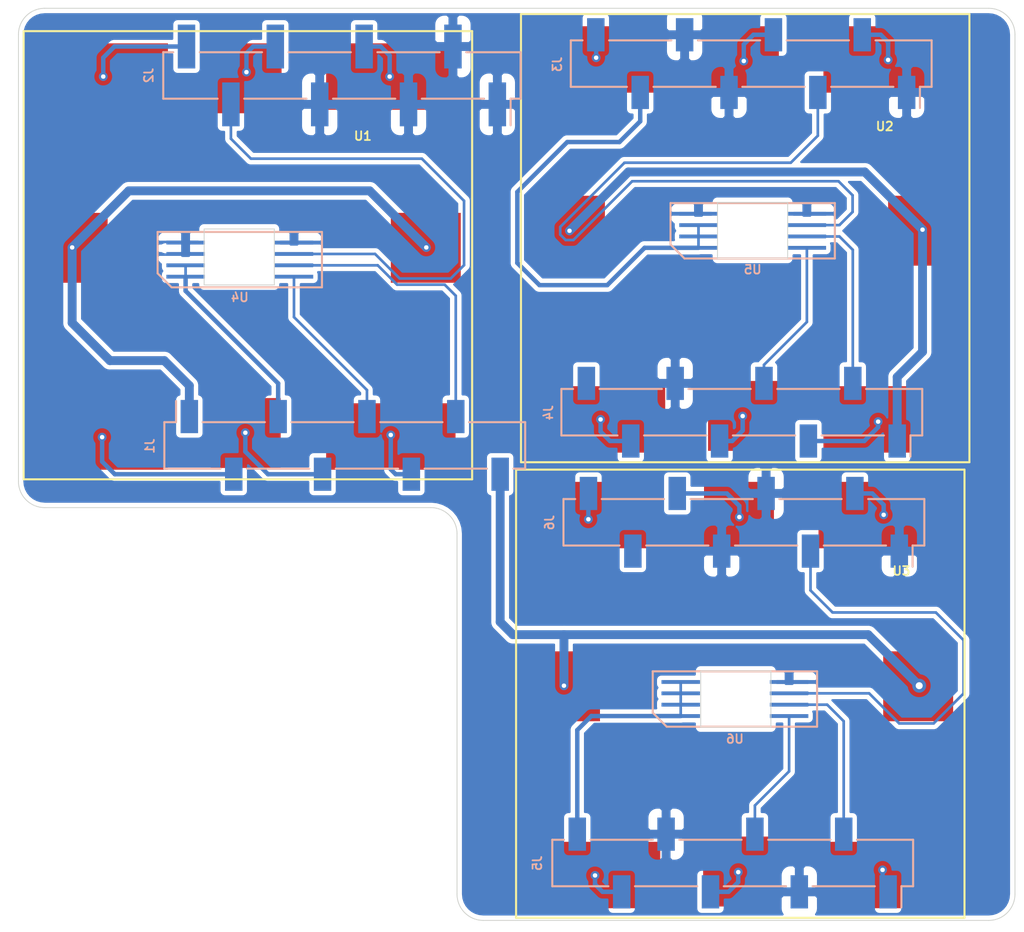
<source format=kicad_pcb>
(kicad_pcb (version 20171130) (host pcbnew "(5.1.10)-1")

  (general
    (thickness 0.8)
    (drawings 24)
    (tracks 164)
    (zones 0)
    (modules 12)
    (nets 37)
  )

  (page A4)
  (title_block
    (title "Perovskite Contact Board - Layout")
    (date 2022-11-26)
    (rev A)
    (company "Aerospace eXperimental Payloads | UNL Aerospace Club")
    (comment 1 "Copyright (c) 2022")
    (comment 2 "Designer: JMMS")
    (comment 3 "Reviewer: WSA")
    (comment 4 "Approved: WSA")
  )

  (layers
    (0 F.Cu signal)
    (31 B.Cu signal)
    (32 B.Adhes user hide)
    (33 F.Adhes user hide)
    (34 B.Paste user hide)
    (35 F.Paste user hide)
    (36 B.SilkS user)
    (37 F.SilkS user hide)
    (38 B.Mask user hide)
    (39 F.Mask user)
    (40 Dwgs.User user)
    (41 Cmts.User user)
    (42 Eco1.User user hide)
    (43 Eco2.User user hide)
    (44 Edge.Cuts user)
    (45 Margin user hide)
    (46 B.CrtYd user)
    (47 F.CrtYd user)
    (48 B.Fab user hide)
    (49 F.Fab user hide)
  )

  (setup
    (last_trace_width 0.254)
    (user_trace_width 0.1524)
    (user_trace_width 0.254)
    (user_trace_width 0.508)
    (trace_clearance 0.2)
    (zone_clearance 0.254)
    (zone_45_only no)
    (trace_min 0.1524)
    (via_size 0.8)
    (via_drill 0.4)
    (via_min_size 0.508)
    (via_min_drill 0.254)
    (user_via 0.508 0.254)
    (uvia_size 0.3)
    (uvia_drill 0.1)
    (uvias_allowed no)
    (uvia_min_size 0.2)
    (uvia_min_drill 0.1)
    (edge_width 0.05)
    (segment_width 0.2)
    (pcb_text_width 0.3)
    (pcb_text_size 1.5 1.5)
    (mod_edge_width 0.1)
    (mod_text_size 0.5 0.5)
    (mod_text_width 0.1)
    (pad_size 7.4 3.8)
    (pad_drill 0)
    (pad_to_mask_clearance 0)
    (aux_axis_origin 171.958 68.707)
    (visible_elements 7FFFFFFF)
    (pcbplotparams
      (layerselection 0x010fc_ffffffff)
      (usegerberextensions false)
      (usegerberattributes true)
      (usegerberadvancedattributes true)
      (creategerberjobfile true)
      (excludeedgelayer true)
      (linewidth 0.100000)
      (plotframeref true)
      (viasonmask false)
      (mode 1)
      (useauxorigin false)
      (hpglpennumber 1)
      (hpglpenspeed 20)
      (hpglpendiameter 15.000000)
      (psnegative false)
      (psa4output false)
      (plotreference true)
      (plotvalue true)
      (plotinvisibletext false)
      (padsonsilk false)
      (subtractmaskfromsilk false)
      (outputformat 4)
      (mirror false)
      (drillshape 0)
      (scaleselection 1)
      (outputdirectory "renders"))
  )

  (net 0 "")
  (net 1 SCL)
  (net 2 SDA)
  (net 3 GND)
  (net 4 CP)
  (net 5 ALERT1)
  (net 6 ALERT2)
  (net 7 ALERT3)
  (net 8 CELL_3)
  (net 9 CELL_2)
  (net 10 CELL_1)
  (net 11 CELL_4)
  (net 12 CELL_5)
  (net 13 CELL_6)
  (net 14 CELL_10)
  (net 15 CELL_11)
  (net 16 CELL_12)
  (net 17 CELL_7)
  (net 18 CELL_8)
  (net 19 CELL_9)
  (net 20 CELL_17)
  (net 21 CELL_14)
  (net 22 CELL_18)
  (net 23 CELL_16)
  (net 24 CELL_15)
  (net 25 CELL_13)
  (net 26 "Net-(J1-Pad3)")
  (net 27 CP_3)
  (net 28 "Net-(J3-Pad7)")
  (net 29 "Net-(J4-Pad8)")
  (net 30 SDA_2)
  (net 31 SCL_2)
  (net 32 CP_2)
  (net 33 SCL_3)
  (net 34 SDA_3)
  (net 35 "Net-(J5-Pad8)")
  (net 36 "Net-(J6-Pad7)")

  (net_class Default "This is the default net class."
    (clearance 0.2)
    (trace_width 0.25)
    (via_dia 0.8)
    (via_drill 0.4)
    (uvia_dia 0.3)
    (uvia_drill 0.1)
    (add_net ALERT1)
    (add_net ALERT2)
    (add_net ALERT3)
    (add_net CELL_1)
    (add_net CELL_10)
    (add_net CELL_11)
    (add_net CELL_12)
    (add_net CELL_13)
    (add_net CELL_14)
    (add_net CELL_15)
    (add_net CELL_16)
    (add_net CELL_17)
    (add_net CELL_18)
    (add_net CELL_2)
    (add_net CELL_3)
    (add_net CELL_4)
    (add_net CELL_5)
    (add_net CELL_6)
    (add_net CELL_7)
    (add_net CELL_8)
    (add_net CELL_9)
    (add_net CP)
    (add_net CP_2)
    (add_net CP_3)
    (add_net GND)
    (add_net "Net-(J1-Pad3)")
    (add_net "Net-(J3-Pad7)")
    (add_net "Net-(J4-Pad8)")
    (add_net "Net-(J5-Pad8)")
    (add_net "Net-(J6-Pad7)")
    (add_net SCL)
    (add_net SCL_2)
    (add_net SCL_3)
    (add_net SDA)
    (add_net SDA_2)
    (add_net SDA_3)
  )

  (module Perovskite:Perovskite (layer F.Cu) (tedit 6368C0DA) (tstamp 637EFCF3)
    (at 148.89896 115.4605)
    (path /63690578)
    (fp_text reference U3 (at 22.04304 5.796) (layer F.SilkS)
      (effects (font (size 0.5 0.5) (thickness 0.1)))
    )
    (fp_text value Perovskite_CP_6_Cell (at 12.51804 5.923) (layer F.Fab)
      (effects (font (size 1 1) (thickness 0.15)))
    )
    (fp_line (start 0 0) (end 25.65 0) (layer F.SilkS) (width 0.12))
    (fp_line (start 0 25.65) (end 25.65 25.65) (layer F.SilkS) (width 0.12))
    (fp_line (start 25.65 0) (end 25.65 25.65) (layer F.SilkS) (width 0.12))
    (fp_line (start 0 0) (end 0 25.65) (layer F.SilkS) (width 0.12))
    (fp_line (start 0 0) (end 25.65 25.65) (layer Eco1.User) (width 0.12))
    (fp_line (start 0 25.65) (end 25.65 0) (layer Eco1.User) (width 0.12))
    (pad 7 smd rect (at 23 12.4) (size 4 4) (layers F.Cu F.Paste F.Mask)
      (net 27 CP_3))
    (pad 7 smd rect (at 2.8 12.4) (size 4 4) (layers F.Cu F.Paste F.Mask)
      (net 27 CP_3))
    (pad 5 smd rect (at 12.7 23) (size 4 4) (layers F.Cu F.Paste F.Mask)
      (net 20 CELL_17))
    (pad 2 smd rect (at 12.75 2.7) (size 4 4) (layers F.Cu F.Paste F.Mask)
      (net 21 CELL_14))
    (pad 6 smd rect (at 4.55 23.2) (size 7.4 3.8) (layers F.Cu F.Paste F.Mask)
      (net 22 CELL_18))
    (pad 4 smd rect (at 21 23.2) (size 7.4 3.8) (layers F.Cu F.Paste F.Mask)
      (net 23 CELL_16))
    (pad 3 smd rect (at 21 2.6) (size 7.4 3.8) (layers F.Cu F.Paste F.Mask)
      (net 24 CELL_15))
    (pad 1 smd rect (at 4.55 2.6) (size 7.4 3.8) (layers F.Cu F.Paste F.Mask)
      (net 25 CELL_13))
    (model "${KIPRJMOD}/KiCAD Parts/Perovskite/Perovskite v2.step"
      (offset (xyz 12.5 -12.75 0))
      (scale (xyz 1 1 1))
      (rotate (xyz -90 0 0))
    )
  )

  (module Connector_PinSocket_2.54mm:PinSocket_1x08_P2.54mm_Vertical_SMD_Pin1Left (layer B.Cu) (tedit 5A19A42F) (tstamp 636C74C0)
    (at 161.29 137.9725 90)
    (descr "surface-mounted straight socket strip, 1x08, 2.54mm pitch, single row, style 1 (pin 1 left) (https://cdn.harwin.com/pdfs/M20-786.pdf), script generated")
    (tags "Surface mounted socket strip SMD 1x08 2.54mm single row style1 pin1 left")
    (path /636D877C)
    (attr smd)
    (fp_text reference J5 (at -0.013 -11.176 270) (layer B.SilkS)
      (effects (font (size 0.5 0.5) (thickness 0.1)) (justify mirror))
    )
    (fp_text value Conn_01x08 (at 0 -11.76 90) (layer B.Fab)
      (effects (font (size 1 1) (thickness 0.15)) (justify mirror))
    )
    (fp_line (start -3.1 -10.75) (end -3.1 10.8) (layer B.CrtYd) (width 0.05))
    (fp_line (start 3.1 -10.75) (end -3.1 -10.75) (layer B.CrtYd) (width 0.05))
    (fp_line (start 3.1 10.8) (end 3.1 -10.75) (layer B.CrtYd) (width 0.05))
    (fp_line (start -3.1 10.8) (end 3.1 10.8) (layer B.CrtYd) (width 0.05))
    (fp_line (start 2.27 -9.19) (end 1.27 -9.19) (layer B.Fab) (width 0.1))
    (fp_line (start 2.27 -8.59) (end 2.27 -9.19) (layer B.Fab) (width 0.1))
    (fp_line (start 1.27 -8.59) (end 2.27 -8.59) (layer B.Fab) (width 0.1))
    (fp_line (start -2.27 -6.65) (end -2.27 -6.05) (layer B.Fab) (width 0.1))
    (fp_line (start -1.27 -6.65) (end -2.27 -6.65) (layer B.Fab) (width 0.1))
    (fp_line (start -2.27 -6.05) (end -1.27 -6.05) (layer B.Fab) (width 0.1))
    (fp_line (start 2.27 -4.11) (end 1.27 -4.11) (layer B.Fab) (width 0.1))
    (fp_line (start 2.27 -3.51) (end 2.27 -4.11) (layer B.Fab) (width 0.1))
    (fp_line (start 1.27 -3.51) (end 2.27 -3.51) (layer B.Fab) (width 0.1))
    (fp_line (start -2.27 -1.57) (end -2.27 -0.97) (layer B.Fab) (width 0.1))
    (fp_line (start -1.27 -1.57) (end -2.27 -1.57) (layer B.Fab) (width 0.1))
    (fp_line (start -2.27 -0.97) (end -1.27 -0.97) (layer B.Fab) (width 0.1))
    (fp_line (start 2.27 0.97) (end 1.27 0.97) (layer B.Fab) (width 0.1))
    (fp_line (start 2.27 1.57) (end 2.27 0.97) (layer B.Fab) (width 0.1))
    (fp_line (start 1.27 1.57) (end 2.27 1.57) (layer B.Fab) (width 0.1))
    (fp_line (start -2.27 3.51) (end -2.27 4.11) (layer B.Fab) (width 0.1))
    (fp_line (start -1.27 3.51) (end -2.27 3.51) (layer B.Fab) (width 0.1))
    (fp_line (start -2.27 4.11) (end -1.27 4.11) (layer B.Fab) (width 0.1))
    (fp_line (start 2.27 6.05) (end 1.27 6.05) (layer B.Fab) (width 0.1))
    (fp_line (start 2.27 6.65) (end 2.27 6.05) (layer B.Fab) (width 0.1))
    (fp_line (start 1.27 6.65) (end 2.27 6.65) (layer B.Fab) (width 0.1))
    (fp_line (start -2.27 8.59) (end -2.27 9.19) (layer B.Fab) (width 0.1))
    (fp_line (start -1.27 8.59) (end -2.27 8.59) (layer B.Fab) (width 0.1))
    (fp_line (start -2.27 9.19) (end -1.27 9.19) (layer B.Fab) (width 0.1))
    (fp_line (start -1.27 9.625) (end -0.635 10.26) (layer B.Fab) (width 0.1))
    (fp_line (start -1.27 -10.26) (end -1.27 9.625) (layer B.Fab) (width 0.1))
    (fp_line (start 1.27 -10.26) (end -1.27 -10.26) (layer B.Fab) (width 0.1))
    (fp_line (start 1.27 10.26) (end 1.27 -10.26) (layer B.Fab) (width 0.1))
    (fp_line (start -0.635 10.26) (end 1.27 10.26) (layer B.Fab) (width 0.1))
    (fp_line (start -2.54 9.65) (end -1.33 9.65) (layer B.SilkS) (width 0.12))
    (fp_line (start -1.33 -7.11) (end -1.33 -10.32) (layer B.SilkS) (width 0.12))
    (fp_line (start -1.33 -2.03) (end -1.33 -5.59) (layer B.SilkS) (width 0.12))
    (fp_line (start -1.33 3.05) (end -1.33 -0.51) (layer B.SilkS) (width 0.12))
    (fp_line (start -1.33 8.13) (end -1.33 4.57) (layer B.SilkS) (width 0.12))
    (fp_line (start -1.33 10.32) (end -1.33 9.65) (layer B.SilkS) (width 0.12))
    (fp_line (start -1.33 -10.32) (end 1.33 -10.32) (layer B.SilkS) (width 0.12))
    (fp_line (start 1.33 -9.65) (end 1.33 -10.32) (layer B.SilkS) (width 0.12))
    (fp_line (start 1.33 -4.57) (end 1.33 -8.13) (layer B.SilkS) (width 0.12))
    (fp_line (start 1.33 0.51) (end 1.33 -3.05) (layer B.SilkS) (width 0.12))
    (fp_line (start 1.33 5.59) (end 1.33 2.03) (layer B.SilkS) (width 0.12))
    (fp_line (start 1.33 10.32) (end 1.33 7.11) (layer B.SilkS) (width 0.12))
    (fp_line (start -1.33 10.32) (end 1.33 10.32) (layer B.SilkS) (width 0.12))
    (fp_text user %R (at 0 0 180) (layer B.Fab)
      (effects (font (size 1 1) (thickness 0.15)) (justify mirror))
    )
    (pad 1 smd rect (at -1.65 8.89 90) (size 1.9 1) (layers B.Cu B.Paste B.Mask)
      (net 23 CELL_16))
    (pad 3 smd rect (at -1.65 3.81 90) (size 1.9 1) (layers B.Cu B.Paste B.Mask)
      (net 3 GND))
    (pad 5 smd rect (at -1.65 -1.27 90) (size 1.9 1) (layers B.Cu B.Paste B.Mask)
      (net 20 CELL_17))
    (pad 7 smd rect (at -1.65 -6.35 90) (size 1.9 1) (layers B.Cu B.Paste B.Mask)
      (net 22 CELL_18))
    (pad 2 smd rect (at 1.65 6.35 90) (size 1.9 1) (layers B.Cu B.Paste B.Mask)
      (net 33 SCL_3))
    (pad 4 smd rect (at 1.65 1.27 90) (size 1.9 1) (layers B.Cu B.Paste B.Mask)
      (net 34 SDA_3))
    (pad 6 smd rect (at 1.65 -3.81 90) (size 1.9 1) (layers B.Cu B.Paste B.Mask)
      (net 3 GND))
    (pad 8 smd rect (at 1.65 -8.89 90) (size 1.9 1) (layers B.Cu B.Paste B.Mask)
      (net 35 "Net-(J5-Pad8)"))
    (model "${KIPRJMOD}/KiCAD Parts/Male SMD Headers TSM-108-01-T-SV/TSM-108-01-T-SV.stp"
      (offset (xyz 0 0 1.35))
      (scale (xyz 1 1 1))
      (rotate (xyz -90 0 -90))
    )
  )

  (module Connector_PinHeader_2.54mm:PinHeader_1x08_P2.54mm_Vertical_SMD_Pin1Left (layer B.Cu) (tedit 59FED5CC) (tstamp 637F1AAE)
    (at 138.938 92.9005 90)
    (descr "surface-mounted straight pin header, 1x08, 2.54mm pitch, single row, style 1 (pin 1 left)")
    (tags "Surface mounted pin header SMD 1x08 2.54mm single row style1 pin1 left")
    (path /636D541F)
    (attr smd)
    (fp_text reference J2 (at 0 -11.049 270) (layer B.SilkS)
      (effects (font (size 0.5 0.5) (thickness 0.1)) (justify mirror))
    )
    (fp_text value Conn_01x08 (at 0 -11.76 90) (layer B.Fab)
      (effects (font (size 1 1) (thickness 0.15)) (justify mirror))
    )
    (fp_line (start 1.27 -10.16) (end -1.27 -10.16) (layer B.Fab) (width 0.1))
    (fp_line (start -0.32 10.16) (end 1.27 10.16) (layer B.Fab) (width 0.1))
    (fp_line (start -1.27 -10.16) (end -1.27 9.21) (layer B.Fab) (width 0.1))
    (fp_line (start -1.27 9.21) (end -0.32 10.16) (layer B.Fab) (width 0.1))
    (fp_line (start 1.27 10.16) (end 1.27 -10.16) (layer B.Fab) (width 0.1))
    (fp_line (start -1.27 9.21) (end -2.54 9.21) (layer B.Fab) (width 0.1))
    (fp_line (start -2.54 9.21) (end -2.54 8.57) (layer B.Fab) (width 0.1))
    (fp_line (start -2.54 8.57) (end -1.27 8.57) (layer B.Fab) (width 0.1))
    (fp_line (start -1.27 4.13) (end -2.54 4.13) (layer B.Fab) (width 0.1))
    (fp_line (start -2.54 4.13) (end -2.54 3.49) (layer B.Fab) (width 0.1))
    (fp_line (start -2.54 3.49) (end -1.27 3.49) (layer B.Fab) (width 0.1))
    (fp_line (start -1.27 -0.95) (end -2.54 -0.95) (layer B.Fab) (width 0.1))
    (fp_line (start -2.54 -0.95) (end -2.54 -1.59) (layer B.Fab) (width 0.1))
    (fp_line (start -2.54 -1.59) (end -1.27 -1.59) (layer B.Fab) (width 0.1))
    (fp_line (start -1.27 -6.03) (end -2.54 -6.03) (layer B.Fab) (width 0.1))
    (fp_line (start -2.54 -6.03) (end -2.54 -6.67) (layer B.Fab) (width 0.1))
    (fp_line (start -2.54 -6.67) (end -1.27 -6.67) (layer B.Fab) (width 0.1))
    (fp_line (start 1.27 6.67) (end 2.54 6.67) (layer B.Fab) (width 0.1))
    (fp_line (start 2.54 6.67) (end 2.54 6.03) (layer B.Fab) (width 0.1))
    (fp_line (start 2.54 6.03) (end 1.27 6.03) (layer B.Fab) (width 0.1))
    (fp_line (start 1.27 1.59) (end 2.54 1.59) (layer B.Fab) (width 0.1))
    (fp_line (start 2.54 1.59) (end 2.54 0.95) (layer B.Fab) (width 0.1))
    (fp_line (start 2.54 0.95) (end 1.27 0.95) (layer B.Fab) (width 0.1))
    (fp_line (start 1.27 -3.49) (end 2.54 -3.49) (layer B.Fab) (width 0.1))
    (fp_line (start 2.54 -3.49) (end 2.54 -4.13) (layer B.Fab) (width 0.1))
    (fp_line (start 2.54 -4.13) (end 1.27 -4.13) (layer B.Fab) (width 0.1))
    (fp_line (start 1.27 -8.57) (end 2.54 -8.57) (layer B.Fab) (width 0.1))
    (fp_line (start 2.54 -8.57) (end 2.54 -9.21) (layer B.Fab) (width 0.1))
    (fp_line (start 2.54 -9.21) (end 1.27 -9.21) (layer B.Fab) (width 0.1))
    (fp_line (start -1.33 10.22) (end 1.33 10.22) (layer B.SilkS) (width 0.12))
    (fp_line (start -1.33 -10.22) (end 1.33 -10.22) (layer B.SilkS) (width 0.12))
    (fp_line (start 1.33 10.22) (end 1.33 7.11) (layer B.SilkS) (width 0.12))
    (fp_line (start -1.33 9.65) (end -2.85 9.65) (layer B.SilkS) (width 0.12))
    (fp_line (start -1.33 10.22) (end -1.33 9.65) (layer B.SilkS) (width 0.12))
    (fp_line (start 1.33 -9.65) (end 1.33 -10.22) (layer B.SilkS) (width 0.12))
    (fp_line (start 1.33 5.59) (end 1.33 2.03) (layer B.SilkS) (width 0.12))
    (fp_line (start 1.33 0.51) (end 1.33 -3.05) (layer B.SilkS) (width 0.12))
    (fp_line (start 1.33 -4.57) (end 1.33 -8.13) (layer B.SilkS) (width 0.12))
    (fp_line (start -1.33 8.13) (end -1.33 4.57) (layer B.SilkS) (width 0.12))
    (fp_line (start -1.33 3.05) (end -1.33 -0.51) (layer B.SilkS) (width 0.12))
    (fp_line (start -1.33 -2.03) (end -1.33 -5.59) (layer B.SilkS) (width 0.12))
    (fp_line (start -1.33 -7.11) (end -1.33 -10.22) (layer B.SilkS) (width 0.12))
    (fp_line (start -3.45 10.7) (end -3.45 -10.7) (layer B.CrtYd) (width 0.05))
    (fp_line (start -3.45 -10.7) (end 3.45 -10.7) (layer B.CrtYd) (width 0.05))
    (fp_line (start 3.45 -10.7) (end 3.45 10.7) (layer B.CrtYd) (width 0.05))
    (fp_line (start 3.45 10.7) (end -3.45 10.7) (layer B.CrtYd) (width 0.05))
    (fp_text user %R (at 0 0 180) (layer B.Fab)
      (effects (font (size 1 1) (thickness 0.15)) (justify mirror))
    )
    (pad 8 smd rect (at 1.655 -8.89 90) (size 2.51 1) (layers B.Cu B.Paste B.Mask)
      (net 10 CELL_1))
    (pad 6 smd rect (at 1.655 -3.81 90) (size 2.51 1) (layers B.Cu B.Paste B.Mask)
      (net 9 CELL_2))
    (pad 4 smd rect (at 1.655 1.27 90) (size 2.51 1) (layers B.Cu B.Paste B.Mask)
      (net 8 CELL_3))
    (pad 2 smd rect (at 1.655 6.35 90) (size 2.51 1) (layers B.Cu B.Paste B.Mask)
      (net 3 GND))
    (pad 7 smd rect (at -1.655 -6.35 90) (size 2.51 1) (layers B.Cu B.Paste B.Mask)
      (net 5 ALERT1))
    (pad 5 smd rect (at -1.655 -1.27 90) (size 2.51 1) (layers B.Cu B.Paste B.Mask)
      (net 3 GND))
    (pad 3 smd rect (at -1.655 3.81 90) (size 2.51 1) (layers B.Cu B.Paste B.Mask)
      (net 3 GND))
    (pad 1 smd rect (at -1.655 8.89 90) (size 2.51 1) (layers B.Cu B.Paste B.Mask)
      (net 3 GND))
    (model "${KIPRJMOD}/KiCAD Parts/Male SMD Headers TSM-108-01-T-SV/TSM-108-01-T-SV.stp"
      (offset (xyz 0 0 1.3))
      (scale (xyz 1 1 1))
      (rotate (xyz -90 0 -90))
    )
  )

  (module Connector_PinSocket_2.54mm:PinSocket_1x08_P2.54mm_Vertical_SMD_Pin1Left (layer B.Cu) (tedit 5A19A42F) (tstamp 636C74FB)
    (at 161.93 118.4725 90)
    (descr "surface-mounted straight socket strip, 1x08, 2.54mm pitch, single row, style 1 (pin 1 left) (https://cdn.harwin.com/pdfs/M20-786.pdf), script generated")
    (tags "Surface mounted socket strip SMD 1x08 2.54mm single row style1 pin1 left")
    (path /636D8782)
    (attr smd)
    (fp_text reference J6 (at -0.0185 -11.1175 270) (layer B.SilkS)
      (effects (font (size 0.5 0.5) (thickness 0.1)) (justify mirror))
    )
    (fp_text value Conn_01x08 (at 0 -11.76 90) (layer B.Fab)
      (effects (font (size 1 1) (thickness 0.15)) (justify mirror))
    )
    (fp_line (start -1.33 10.32) (end 1.33 10.32) (layer B.SilkS) (width 0.12))
    (fp_line (start 1.33 10.32) (end 1.33 7.11) (layer B.SilkS) (width 0.12))
    (fp_line (start 1.33 5.59) (end 1.33 2.03) (layer B.SilkS) (width 0.12))
    (fp_line (start 1.33 0.51) (end 1.33 -3.05) (layer B.SilkS) (width 0.12))
    (fp_line (start 1.33 -4.57) (end 1.33 -8.13) (layer B.SilkS) (width 0.12))
    (fp_line (start 1.33 -9.65) (end 1.33 -10.32) (layer B.SilkS) (width 0.12))
    (fp_line (start -1.33 -10.32) (end 1.33 -10.32) (layer B.SilkS) (width 0.12))
    (fp_line (start -1.33 10.32) (end -1.33 9.65) (layer B.SilkS) (width 0.12))
    (fp_line (start -1.33 8.13) (end -1.33 4.57) (layer B.SilkS) (width 0.12))
    (fp_line (start -1.33 3.05) (end -1.33 -0.51) (layer B.SilkS) (width 0.12))
    (fp_line (start -1.33 -2.03) (end -1.33 -5.59) (layer B.SilkS) (width 0.12))
    (fp_line (start -1.33 -7.11) (end -1.33 -10.32) (layer B.SilkS) (width 0.12))
    (fp_line (start -2.54 9.65) (end -1.33 9.65) (layer B.SilkS) (width 0.12))
    (fp_line (start -0.635 10.26) (end 1.27 10.26) (layer B.Fab) (width 0.1))
    (fp_line (start 1.27 10.26) (end 1.27 -10.26) (layer B.Fab) (width 0.1))
    (fp_line (start 1.27 -10.26) (end -1.27 -10.26) (layer B.Fab) (width 0.1))
    (fp_line (start -1.27 -10.26) (end -1.27 9.625) (layer B.Fab) (width 0.1))
    (fp_line (start -1.27 9.625) (end -0.635 10.26) (layer B.Fab) (width 0.1))
    (fp_line (start -2.27 9.19) (end -1.27 9.19) (layer B.Fab) (width 0.1))
    (fp_line (start -1.27 8.59) (end -2.27 8.59) (layer B.Fab) (width 0.1))
    (fp_line (start -2.27 8.59) (end -2.27 9.19) (layer B.Fab) (width 0.1))
    (fp_line (start 1.27 6.65) (end 2.27 6.65) (layer B.Fab) (width 0.1))
    (fp_line (start 2.27 6.65) (end 2.27 6.05) (layer B.Fab) (width 0.1))
    (fp_line (start 2.27 6.05) (end 1.27 6.05) (layer B.Fab) (width 0.1))
    (fp_line (start -2.27 4.11) (end -1.27 4.11) (layer B.Fab) (width 0.1))
    (fp_line (start -1.27 3.51) (end -2.27 3.51) (layer B.Fab) (width 0.1))
    (fp_line (start -2.27 3.51) (end -2.27 4.11) (layer B.Fab) (width 0.1))
    (fp_line (start 1.27 1.57) (end 2.27 1.57) (layer B.Fab) (width 0.1))
    (fp_line (start 2.27 1.57) (end 2.27 0.97) (layer B.Fab) (width 0.1))
    (fp_line (start 2.27 0.97) (end 1.27 0.97) (layer B.Fab) (width 0.1))
    (fp_line (start -2.27 -0.97) (end -1.27 -0.97) (layer B.Fab) (width 0.1))
    (fp_line (start -1.27 -1.57) (end -2.27 -1.57) (layer B.Fab) (width 0.1))
    (fp_line (start -2.27 -1.57) (end -2.27 -0.97) (layer B.Fab) (width 0.1))
    (fp_line (start 1.27 -3.51) (end 2.27 -3.51) (layer B.Fab) (width 0.1))
    (fp_line (start 2.27 -3.51) (end 2.27 -4.11) (layer B.Fab) (width 0.1))
    (fp_line (start 2.27 -4.11) (end 1.27 -4.11) (layer B.Fab) (width 0.1))
    (fp_line (start -2.27 -6.05) (end -1.27 -6.05) (layer B.Fab) (width 0.1))
    (fp_line (start -1.27 -6.65) (end -2.27 -6.65) (layer B.Fab) (width 0.1))
    (fp_line (start -2.27 -6.65) (end -2.27 -6.05) (layer B.Fab) (width 0.1))
    (fp_line (start 1.27 -8.59) (end 2.27 -8.59) (layer B.Fab) (width 0.1))
    (fp_line (start 2.27 -8.59) (end 2.27 -9.19) (layer B.Fab) (width 0.1))
    (fp_line (start 2.27 -9.19) (end 1.27 -9.19) (layer B.Fab) (width 0.1))
    (fp_line (start -3.1 10.8) (end 3.1 10.8) (layer B.CrtYd) (width 0.05))
    (fp_line (start 3.1 10.8) (end 3.1 -10.75) (layer B.CrtYd) (width 0.05))
    (fp_line (start 3.1 -10.75) (end -3.1 -10.75) (layer B.CrtYd) (width 0.05))
    (fp_line (start -3.1 -10.75) (end -3.1 10.8) (layer B.CrtYd) (width 0.05))
    (fp_text user %R (at 0 0 180) (layer B.Fab)
      (effects (font (size 1 1) (thickness 0.15)) (justify mirror))
    )
    (pad 8 smd rect (at 1.65 -8.89 90) (size 1.9 1) (layers B.Cu B.Paste B.Mask)
      (net 25 CELL_13))
    (pad 6 smd rect (at 1.65 -3.81 90) (size 1.9 1) (layers B.Cu B.Paste B.Mask)
      (net 21 CELL_14))
    (pad 4 smd rect (at 1.65 1.27 90) (size 1.9 1) (layers B.Cu B.Paste B.Mask)
      (net 3 GND))
    (pad 2 smd rect (at 1.65 6.35 90) (size 1.9 1) (layers B.Cu B.Paste B.Mask)
      (net 24 CELL_15))
    (pad 7 smd rect (at -1.65 -6.35 90) (size 1.9 1) (layers B.Cu B.Paste B.Mask)
      (net 36 "Net-(J6-Pad7)"))
    (pad 5 smd rect (at -1.65 -1.27 90) (size 1.9 1) (layers B.Cu B.Paste B.Mask)
      (net 3 GND))
    (pad 3 smd rect (at -1.65 3.81 90) (size 1.9 1) (layers B.Cu B.Paste B.Mask)
      (net 7 ALERT3))
    (pad 1 smd rect (at -1.65 8.89 90) (size 1.9 1) (layers B.Cu B.Paste B.Mask)
      (net 3 GND))
    (model "${KIPRJMOD}/KiCAD Parts/Male SMD Headers TSM-108-01-T-SV/TSM-108-01-T-SV.stp"
      (offset (xyz 0 0 1.35))
      (scale (xyz 1 1 1))
      (rotate (xyz -90 0 90))
    )
  )

  (module Connector_PinSocket_2.54mm:PinSocket_1x08_P2.54mm_Vertical_SMD_Pin1Left (layer B.Cu) (tedit 5A19A42F) (tstamp 636C7485)
    (at 161.81 112.1725 90)
    (descr "surface-mounted straight socket strip, 1x08, 2.54mm pitch, single row, style 1 (pin 1 left) (https://cdn.harwin.com/pdfs/M20-786.pdf), script generated")
    (tags "Surface mounted socket strip SMD 1x08 2.54mm single row style1 pin1 left")
    (path /636D68B2)
    (attr smd)
    (fp_text reference J4 (at -0.032 -11.061 90) (layer B.SilkS)
      (effects (font (size 0.5 0.5) (thickness 0.1)) (justify mirror))
    )
    (fp_text value Conn_01x08 (at 0 -11.76 90) (layer B.Fab)
      (effects (font (size 1 1) (thickness 0.15)) (justify mirror))
    )
    (fp_line (start -1.33 10.32) (end 1.33 10.32) (layer B.SilkS) (width 0.12))
    (fp_line (start 1.33 10.32) (end 1.33 7.11) (layer B.SilkS) (width 0.12))
    (fp_line (start 1.33 5.59) (end 1.33 2.03) (layer B.SilkS) (width 0.12))
    (fp_line (start 1.33 0.51) (end 1.33 -3.05) (layer B.SilkS) (width 0.12))
    (fp_line (start 1.33 -4.57) (end 1.33 -8.13) (layer B.SilkS) (width 0.12))
    (fp_line (start 1.33 -9.65) (end 1.33 -10.32) (layer B.SilkS) (width 0.12))
    (fp_line (start -1.33 -10.32) (end 1.33 -10.32) (layer B.SilkS) (width 0.12))
    (fp_line (start -1.33 10.32) (end -1.33 9.65) (layer B.SilkS) (width 0.12))
    (fp_line (start -1.33 8.13) (end -1.33 4.57) (layer B.SilkS) (width 0.12))
    (fp_line (start -1.33 3.05) (end -1.33 -0.51) (layer B.SilkS) (width 0.12))
    (fp_line (start -1.33 -2.03) (end -1.33 -5.59) (layer B.SilkS) (width 0.12))
    (fp_line (start -1.33 -7.11) (end -1.33 -10.32) (layer B.SilkS) (width 0.12))
    (fp_line (start -2.54 9.65) (end -1.33 9.65) (layer B.SilkS) (width 0.12))
    (fp_line (start -0.635 10.26) (end 1.27 10.26) (layer B.Fab) (width 0.1))
    (fp_line (start 1.27 10.26) (end 1.27 -10.26) (layer B.Fab) (width 0.1))
    (fp_line (start 1.27 -10.26) (end -1.27 -10.26) (layer B.Fab) (width 0.1))
    (fp_line (start -1.27 -10.26) (end -1.27 9.625) (layer B.Fab) (width 0.1))
    (fp_line (start -1.27 9.625) (end -0.635 10.26) (layer B.Fab) (width 0.1))
    (fp_line (start -2.27 9.19) (end -1.27 9.19) (layer B.Fab) (width 0.1))
    (fp_line (start -1.27 8.59) (end -2.27 8.59) (layer B.Fab) (width 0.1))
    (fp_line (start -2.27 8.59) (end -2.27 9.19) (layer B.Fab) (width 0.1))
    (fp_line (start 1.27 6.65) (end 2.27 6.65) (layer B.Fab) (width 0.1))
    (fp_line (start 2.27 6.65) (end 2.27 6.05) (layer B.Fab) (width 0.1))
    (fp_line (start 2.27 6.05) (end 1.27 6.05) (layer B.Fab) (width 0.1))
    (fp_line (start -2.27 4.11) (end -1.27 4.11) (layer B.Fab) (width 0.1))
    (fp_line (start -1.27 3.51) (end -2.27 3.51) (layer B.Fab) (width 0.1))
    (fp_line (start -2.27 3.51) (end -2.27 4.11) (layer B.Fab) (width 0.1))
    (fp_line (start 1.27 1.57) (end 2.27 1.57) (layer B.Fab) (width 0.1))
    (fp_line (start 2.27 1.57) (end 2.27 0.97) (layer B.Fab) (width 0.1))
    (fp_line (start 2.27 0.97) (end 1.27 0.97) (layer B.Fab) (width 0.1))
    (fp_line (start -2.27 -0.97) (end -1.27 -0.97) (layer B.Fab) (width 0.1))
    (fp_line (start -1.27 -1.57) (end -2.27 -1.57) (layer B.Fab) (width 0.1))
    (fp_line (start -2.27 -1.57) (end -2.27 -0.97) (layer B.Fab) (width 0.1))
    (fp_line (start 1.27 -3.51) (end 2.27 -3.51) (layer B.Fab) (width 0.1))
    (fp_line (start 2.27 -3.51) (end 2.27 -4.11) (layer B.Fab) (width 0.1))
    (fp_line (start 2.27 -4.11) (end 1.27 -4.11) (layer B.Fab) (width 0.1))
    (fp_line (start -2.27 -6.05) (end -1.27 -6.05) (layer B.Fab) (width 0.1))
    (fp_line (start -1.27 -6.65) (end -2.27 -6.65) (layer B.Fab) (width 0.1))
    (fp_line (start -2.27 -6.65) (end -2.27 -6.05) (layer B.Fab) (width 0.1))
    (fp_line (start 1.27 -8.59) (end 2.27 -8.59) (layer B.Fab) (width 0.1))
    (fp_line (start 2.27 -8.59) (end 2.27 -9.19) (layer B.Fab) (width 0.1))
    (fp_line (start 2.27 -9.19) (end 1.27 -9.19) (layer B.Fab) (width 0.1))
    (fp_line (start -3.1 10.8) (end 3.1 10.8) (layer B.CrtYd) (width 0.05))
    (fp_line (start 3.1 10.8) (end 3.1 -10.75) (layer B.CrtYd) (width 0.05))
    (fp_line (start 3.1 -10.75) (end -3.1 -10.75) (layer B.CrtYd) (width 0.05))
    (fp_line (start -3.1 -10.75) (end -3.1 10.8) (layer B.CrtYd) (width 0.05))
    (fp_text user %R (at 0 0 180) (layer B.Fab)
      (effects (font (size 1 1) (thickness 0.15)) (justify mirror))
    )
    (pad 8 smd rect (at 1.65 -8.89 90) (size 1.9 1) (layers B.Cu B.Paste B.Mask)
      (net 29 "Net-(J4-Pad8)"))
    (pad 6 smd rect (at 1.65 -3.81 90) (size 1.9 1) (layers B.Cu B.Paste B.Mask)
      (net 3 GND))
    (pad 4 smd rect (at 1.65 1.27 90) (size 1.9 1) (layers B.Cu B.Paste B.Mask)
      (net 30 SDA_2))
    (pad 2 smd rect (at 1.65 6.35 90) (size 1.9 1) (layers B.Cu B.Paste B.Mask)
      (net 31 SCL_2))
    (pad 7 smd rect (at -1.65 -6.35 90) (size 1.9 1) (layers B.Cu B.Paste B.Mask)
      (net 16 CELL_12))
    (pad 5 smd rect (at -1.65 -1.27 90) (size 1.9 1) (layers B.Cu B.Paste B.Mask)
      (net 15 CELL_11))
    (pad 3 smd rect (at -1.65 3.81 90) (size 1.9 1) (layers B.Cu B.Paste B.Mask)
      (net 14 CELL_10))
    (pad 1 smd rect (at -1.65 8.89 90) (size 1.9 1) (layers B.Cu B.Paste B.Mask)
      (net 32 CP_2))
    (model "${KIPRJMOD}/KiCAD Parts/Male SMD Headers TSM-108-01-T-SV/TSM-108-01-T-SV.stp"
      (offset (xyz 0 0 1.35))
      (scale (xyz 1 1 1))
      (rotate (xyz -90 0 90))
    )
  )

  (module Connector_PinSocket_2.54mm:PinSocket_1x08_P2.54mm_Vertical_SMD_Pin1Left (layer B.Cu) (tedit 5A19A42F) (tstamp 636C744A)
    (at 162.35 92.2225 90)
    (descr "surface-mounted straight socket strip, 1x08, 2.54mm pitch, single row, style 1 (pin 1 left) (https://cdn.harwin.com/pdfs/M20-786.pdf), script generated")
    (tags "Surface mounted socket strip SMD 1x08 2.54mm single row style1 pin1 left")
    (path /636D5BFB)
    (attr smd)
    (fp_text reference J3 (at -0.043 -11.093 270) (layer B.SilkS)
      (effects (font (size 0.5 0.5) (thickness 0.1)) (justify mirror))
    )
    (fp_text value Conn_01x08 (at 0 -11.76 90) (layer B.Fab)
      (effects (font (size 1 1) (thickness 0.15)) (justify mirror))
    )
    (fp_line (start -3.1 -10.75) (end -3.1 10.8) (layer B.CrtYd) (width 0.05))
    (fp_line (start 3.1 -10.75) (end -3.1 -10.75) (layer B.CrtYd) (width 0.05))
    (fp_line (start 3.1 10.8) (end 3.1 -10.75) (layer B.CrtYd) (width 0.05))
    (fp_line (start -3.1 10.8) (end 3.1 10.8) (layer B.CrtYd) (width 0.05))
    (fp_line (start 2.27 -9.19) (end 1.27 -9.19) (layer B.Fab) (width 0.1))
    (fp_line (start 2.27 -8.59) (end 2.27 -9.19) (layer B.Fab) (width 0.1))
    (fp_line (start 1.27 -8.59) (end 2.27 -8.59) (layer B.Fab) (width 0.1))
    (fp_line (start -2.27 -6.65) (end -2.27 -6.05) (layer B.Fab) (width 0.1))
    (fp_line (start -1.27 -6.65) (end -2.27 -6.65) (layer B.Fab) (width 0.1))
    (fp_line (start -2.27 -6.05) (end -1.27 -6.05) (layer B.Fab) (width 0.1))
    (fp_line (start 2.27 -4.11) (end 1.27 -4.11) (layer B.Fab) (width 0.1))
    (fp_line (start 2.27 -3.51) (end 2.27 -4.11) (layer B.Fab) (width 0.1))
    (fp_line (start 1.27 -3.51) (end 2.27 -3.51) (layer B.Fab) (width 0.1))
    (fp_line (start -2.27 -1.57) (end -2.27 -0.97) (layer B.Fab) (width 0.1))
    (fp_line (start -1.27 -1.57) (end -2.27 -1.57) (layer B.Fab) (width 0.1))
    (fp_line (start -2.27 -0.97) (end -1.27 -0.97) (layer B.Fab) (width 0.1))
    (fp_line (start 2.27 0.97) (end 1.27 0.97) (layer B.Fab) (width 0.1))
    (fp_line (start 2.27 1.57) (end 2.27 0.97) (layer B.Fab) (width 0.1))
    (fp_line (start 1.27 1.57) (end 2.27 1.57) (layer B.Fab) (width 0.1))
    (fp_line (start -2.27 3.51) (end -2.27 4.11) (layer B.Fab) (width 0.1))
    (fp_line (start -1.27 3.51) (end -2.27 3.51) (layer B.Fab) (width 0.1))
    (fp_line (start -2.27 4.11) (end -1.27 4.11) (layer B.Fab) (width 0.1))
    (fp_line (start 2.27 6.05) (end 1.27 6.05) (layer B.Fab) (width 0.1))
    (fp_line (start 2.27 6.65) (end 2.27 6.05) (layer B.Fab) (width 0.1))
    (fp_line (start 1.27 6.65) (end 2.27 6.65) (layer B.Fab) (width 0.1))
    (fp_line (start -2.27 8.59) (end -2.27 9.19) (layer B.Fab) (width 0.1))
    (fp_line (start -1.27 8.59) (end -2.27 8.59) (layer B.Fab) (width 0.1))
    (fp_line (start -2.27 9.19) (end -1.27 9.19) (layer B.Fab) (width 0.1))
    (fp_line (start -1.27 9.625) (end -0.635 10.26) (layer B.Fab) (width 0.1))
    (fp_line (start -1.27 -10.26) (end -1.27 9.625) (layer B.Fab) (width 0.1))
    (fp_line (start 1.27 -10.26) (end -1.27 -10.26) (layer B.Fab) (width 0.1))
    (fp_line (start 1.27 10.26) (end 1.27 -10.26) (layer B.Fab) (width 0.1))
    (fp_line (start -0.635 10.26) (end 1.27 10.26) (layer B.Fab) (width 0.1))
    (fp_line (start -2.54 9.65) (end -1.33 9.65) (layer B.SilkS) (width 0.12))
    (fp_line (start -1.33 -7.11) (end -1.33 -10.32) (layer B.SilkS) (width 0.12))
    (fp_line (start -1.33 -2.03) (end -1.33 -5.59) (layer B.SilkS) (width 0.12))
    (fp_line (start -1.33 3.05) (end -1.33 -0.51) (layer B.SilkS) (width 0.12))
    (fp_line (start -1.33 8.13) (end -1.33 4.57) (layer B.SilkS) (width 0.12))
    (fp_line (start -1.33 10.32) (end -1.33 9.65) (layer B.SilkS) (width 0.12))
    (fp_line (start -1.33 -10.32) (end 1.33 -10.32) (layer B.SilkS) (width 0.12))
    (fp_line (start 1.33 -9.65) (end 1.33 -10.32) (layer B.SilkS) (width 0.12))
    (fp_line (start 1.33 -4.57) (end 1.33 -8.13) (layer B.SilkS) (width 0.12))
    (fp_line (start 1.33 0.51) (end 1.33 -3.05) (layer B.SilkS) (width 0.12))
    (fp_line (start 1.33 5.59) (end 1.33 2.03) (layer B.SilkS) (width 0.12))
    (fp_line (start 1.33 10.32) (end 1.33 7.11) (layer B.SilkS) (width 0.12))
    (fp_line (start -1.33 10.32) (end 1.33 10.32) (layer B.SilkS) (width 0.12))
    (fp_text user %R (at 0 0 180) (layer B.Fab)
      (effects (font (size 1 1) (thickness 0.15)) (justify mirror))
    )
    (pad 1 smd rect (at -1.65 8.89 90) (size 1.9 1) (layers B.Cu B.Paste B.Mask)
      (net 3 GND))
    (pad 3 smd rect (at -1.65 3.81 90) (size 1.9 1) (layers B.Cu B.Paste B.Mask)
      (net 6 ALERT2))
    (pad 5 smd rect (at -1.65 -1.27 90) (size 1.9 1) (layers B.Cu B.Paste B.Mask)
      (net 3 GND))
    (pad 7 smd rect (at -1.65 -6.35 90) (size 1.9 1) (layers B.Cu B.Paste B.Mask)
      (net 28 "Net-(J3-Pad7)"))
    (pad 2 smd rect (at 1.65 6.35 90) (size 1.9 1) (layers B.Cu B.Paste B.Mask)
      (net 19 CELL_9))
    (pad 4 smd rect (at 1.65 1.27 90) (size 1.9 1) (layers B.Cu B.Paste B.Mask)
      (net 18 CELL_8))
    (pad 6 smd rect (at 1.65 -3.81 90) (size 1.9 1) (layers B.Cu B.Paste B.Mask)
      (net 3 GND))
    (pad 8 smd rect (at 1.65 -8.89 90) (size 1.9 1) (layers B.Cu B.Paste B.Mask)
      (net 17 CELL_7))
    (model "${KIPRJMOD}/KiCAD Parts/Male SMD Headers TSM-108-01-T-SV/TSM-108-01-T-SV.stp"
      (offset (xyz 0 0 1.35))
      (scale (xyz 1 1 1))
      (rotate (xyz -90 0 90))
    )
  )

  (module Connector_PinSocket_2.54mm:PinSocket_1x08_P2.54mm_Vertical_SMD_Pin1Left (layer B.Cu) (tedit 5A19A42F) (tstamp 636C73D4)
    (at 139.1 114.0725 270)
    (descr "surface-mounted straight socket strip, 1x08, 2.54mm pitch, single row, style 1 (pin 1 left) (https://cdn.harwin.com/pdfs/M20-786.pdf), script generated")
    (tags "Surface mounted socket strip SMD 1x08 2.54mm single row style1 pin1 left")
    (path /636D4303)
    (attr smd)
    (fp_text reference J1 (at 0.037 11.1475 90) (layer B.SilkS)
      (effects (font (size 0.5 0.5) (thickness 0.1)) (justify mirror))
    )
    (fp_text value Conn_01x08 (at 0 -11.76 90) (layer B.Fab)
      (effects (font (size 1 1) (thickness 0.15)) (justify mirror))
    )
    (fp_line (start -3.1 -10.75) (end -3.1 10.8) (layer B.CrtYd) (width 0.05))
    (fp_line (start 3.1 -10.75) (end -3.1 -10.75) (layer B.CrtYd) (width 0.05))
    (fp_line (start 3.1 10.8) (end 3.1 -10.75) (layer B.CrtYd) (width 0.05))
    (fp_line (start -3.1 10.8) (end 3.1 10.8) (layer B.CrtYd) (width 0.05))
    (fp_line (start 2.27 -9.19) (end 1.27 -9.19) (layer B.Fab) (width 0.1))
    (fp_line (start 2.27 -8.59) (end 2.27 -9.19) (layer B.Fab) (width 0.1))
    (fp_line (start 1.27 -8.59) (end 2.27 -8.59) (layer B.Fab) (width 0.1))
    (fp_line (start -2.27 -6.65) (end -2.27 -6.05) (layer B.Fab) (width 0.1))
    (fp_line (start -1.27 -6.65) (end -2.27 -6.65) (layer B.Fab) (width 0.1))
    (fp_line (start -2.27 -6.05) (end -1.27 -6.05) (layer B.Fab) (width 0.1))
    (fp_line (start 2.27 -4.11) (end 1.27 -4.11) (layer B.Fab) (width 0.1))
    (fp_line (start 2.27 -3.51) (end 2.27 -4.11) (layer B.Fab) (width 0.1))
    (fp_line (start 1.27 -3.51) (end 2.27 -3.51) (layer B.Fab) (width 0.1))
    (fp_line (start -2.27 -1.57) (end -2.27 -0.97) (layer B.Fab) (width 0.1))
    (fp_line (start -1.27 -1.57) (end -2.27 -1.57) (layer B.Fab) (width 0.1))
    (fp_line (start -2.27 -0.97) (end -1.27 -0.97) (layer B.Fab) (width 0.1))
    (fp_line (start 2.27 0.97) (end 1.27 0.97) (layer B.Fab) (width 0.1))
    (fp_line (start 2.27 1.57) (end 2.27 0.97) (layer B.Fab) (width 0.1))
    (fp_line (start 1.27 1.57) (end 2.27 1.57) (layer B.Fab) (width 0.1))
    (fp_line (start -2.27 3.51) (end -2.27 4.11) (layer B.Fab) (width 0.1))
    (fp_line (start -1.27 3.51) (end -2.27 3.51) (layer B.Fab) (width 0.1))
    (fp_line (start -2.27 4.11) (end -1.27 4.11) (layer B.Fab) (width 0.1))
    (fp_line (start 2.27 6.05) (end 1.27 6.05) (layer B.Fab) (width 0.1))
    (fp_line (start 2.27 6.65) (end 2.27 6.05) (layer B.Fab) (width 0.1))
    (fp_line (start 1.27 6.65) (end 2.27 6.65) (layer B.Fab) (width 0.1))
    (fp_line (start -2.27 8.59) (end -2.27 9.19) (layer B.Fab) (width 0.1))
    (fp_line (start -1.27 8.59) (end -2.27 8.59) (layer B.Fab) (width 0.1))
    (fp_line (start -2.27 9.19) (end -1.27 9.19) (layer B.Fab) (width 0.1))
    (fp_line (start -1.27 9.625) (end -0.635 10.26) (layer B.Fab) (width 0.1))
    (fp_line (start -1.27 -10.26) (end -1.27 9.625) (layer B.Fab) (width 0.1))
    (fp_line (start 1.27 -10.26) (end -1.27 -10.26) (layer B.Fab) (width 0.1))
    (fp_line (start 1.27 10.26) (end 1.27 -10.26) (layer B.Fab) (width 0.1))
    (fp_line (start -0.635 10.26) (end 1.27 10.26) (layer B.Fab) (width 0.1))
    (fp_line (start -2.54 9.65) (end -1.33 9.65) (layer B.SilkS) (width 0.12))
    (fp_line (start -1.33 -7.11) (end -1.33 -10.32) (layer B.SilkS) (width 0.12))
    (fp_line (start -1.33 -2.03) (end -1.33 -5.59) (layer B.SilkS) (width 0.12))
    (fp_line (start -1.33 3.05) (end -1.33 -0.51) (layer B.SilkS) (width 0.12))
    (fp_line (start -1.33 8.13) (end -1.33 4.57) (layer B.SilkS) (width 0.12))
    (fp_line (start -1.33 10.32) (end -1.33 9.65) (layer B.SilkS) (width 0.12))
    (fp_line (start -1.33 -10.32) (end 1.33 -10.32) (layer B.SilkS) (width 0.12))
    (fp_line (start 1.33 -9.65) (end 1.33 -10.32) (layer B.SilkS) (width 0.12))
    (fp_line (start 1.33 -4.57) (end 1.33 -8.13) (layer B.SilkS) (width 0.12))
    (fp_line (start 1.33 0.51) (end 1.33 -3.05) (layer B.SilkS) (width 0.12))
    (fp_line (start 1.33 5.59) (end 1.33 2.03) (layer B.SilkS) (width 0.12))
    (fp_line (start 1.33 10.32) (end 1.33 7.11) (layer B.SilkS) (width 0.12))
    (fp_line (start -1.33 10.32) (end 1.33 10.32) (layer B.SilkS) (width 0.12))
    (fp_text user %R (at 0 0 180) (layer B.Fab)
      (effects (font (size 1 1) (thickness 0.15)) (justify mirror))
    )
    (pad 1 smd rect (at -1.65 8.89 270) (size 1.9 1) (layers B.Cu B.Paste B.Mask)
      (net 4 CP))
    (pad 3 smd rect (at -1.65 3.81 270) (size 1.9 1) (layers B.Cu B.Paste B.Mask)
      (net 26 "Net-(J1-Pad3)"))
    (pad 5 smd rect (at -1.65 -1.27 270) (size 1.9 1) (layers B.Cu B.Paste B.Mask)
      (net 2 SDA))
    (pad 7 smd rect (at -1.65 -6.35 270) (size 1.9 1) (layers B.Cu B.Paste B.Mask)
      (net 1 SCL))
    (pad 2 smd rect (at 1.65 6.35 270) (size 1.9 1) (layers B.Cu B.Paste B.Mask)
      (net 13 CELL_6))
    (pad 4 smd rect (at 1.65 1.27 270) (size 1.9 1) (layers B.Cu B.Paste B.Mask)
      (net 12 CELL_5))
    (pad 6 smd rect (at 1.65 -3.81 270) (size 1.9 1) (layers B.Cu B.Paste B.Mask)
      (net 11 CELL_4))
    (pad 8 smd rect (at 1.65 -8.89 270) (size 1.9 1) (layers B.Cu B.Paste B.Mask)
      (net 27 CP_3))
    (model "${KIPRJMOD}/KiCAD Parts/Male SMD Headers TSM-108-01-T-SV/TSM-108-01-T-SV.stp"
      (offset (xyz 0 0 1.3))
      (scale (xyz 1 1 1))
      (rotate (xyz -90 0 90))
    )
  )

  (module Perovskite:Perovskite (layer F.Cu) (tedit 637F027E) (tstamp 637EFCC0)
    (at 120.7355 90.364)
    (path /636879E9)
    (fp_text reference U1 (at 19.39828 6.00428) (layer F.SilkS)
      (effects (font (size 0.5 0.5) (thickness 0.1)))
    )
    (fp_text value Perovskite_CP_6_Cell (at 11.52428 7.14728) (layer F.Fab)
      (effects (font (size 1 1) (thickness 0.15)))
    )
    (fp_line (start 0 25.65) (end 25.65 0) (layer Eco1.User) (width 0.12))
    (fp_line (start 0 0) (end 25.65 25.65) (layer Eco1.User) (width 0.12))
    (fp_line (start 0 0) (end 0 25.65) (layer F.SilkS) (width 0.12))
    (fp_line (start 25.65 0) (end 25.65 25.65) (layer F.SilkS) (width 0.12))
    (fp_line (start 0 25.65) (end 25.65 25.65) (layer F.SilkS) (width 0.12))
    (fp_line (start 0 0) (end 25.65 0) (layer F.SilkS) (width 0.12))
    (pad 1 smd rect (at 4.55 2.6) (size 7.4 3.8) (layers F.Cu F.Paste F.Mask)
      (net 10 CELL_1))
    (pad 3 smd rect (at 21 2.6) (size 7.4 3.8) (layers F.Cu F.Paste F.Mask)
      (net 8 CELL_3))
    (pad 4 smd rect (at 21 23.2) (size 7.4 3.8) (layers F.Cu F.Paste F.Mask)
      (net 11 CELL_4))
    (pad 6 smd rect (at 4.55 23.2) (size 7.4 3.8) (layers F.Cu F.Paste F.Mask)
      (net 13 CELL_6))
    (pad 2 smd rect (at 12.75 2.7) (size 4 4) (layers F.Cu F.Paste F.Mask)
      (net 9 CELL_2))
    (pad 5 smd rect (at 12.7 23) (size 4 4) (layers F.Cu F.Paste F.Mask)
      (net 12 CELL_5))
    (pad 7 smd rect (at 2.8 12.4) (size 4 4) (layers F.Cu F.Paste F.Mask)
      (net 4 CP))
    (pad 7 smd rect (at 23 12.4) (size 4 4) (layers F.Cu F.Paste F.Mask)
      (net 4 CP))
    (model "${KIPRJMOD}/KiCAD Parts/Perovskite/Perovskite v2.step"
      (offset (xyz 12.5 -12.75 0))
      (scale (xyz 1 1 1))
      (rotate (xyz -90 0 0))
    )
  )

  (module Perovskite:Perovskite (layer F.Cu) (tedit 6368C0DA) (tstamp 637EFFC9)
    (at 149.18 89.3855)
    (path /6368D231)
    (fp_text reference U2 (at 20.80544 6.431) (layer F.SilkS)
      (effects (font (size 0.5 0.5) (thickness 0.1)))
    )
    (fp_text value Perovskite_CP_6_Cell (at 11.15344 6.304) (layer F.Fab)
      (effects (font (size 1 1) (thickness 0.15)))
    )
    (fp_line (start 0 25.65) (end 25.65 0) (layer Eco1.User) (width 0.12))
    (fp_line (start 0 0) (end 25.65 25.65) (layer Eco1.User) (width 0.12))
    (fp_line (start 0 0) (end 0 25.65) (layer F.SilkS) (width 0.12))
    (fp_line (start 25.65 0) (end 25.65 25.65) (layer F.SilkS) (width 0.12))
    (fp_line (start 0 25.65) (end 25.65 25.65) (layer F.SilkS) (width 0.12))
    (fp_line (start 0 0) (end 25.65 0) (layer F.SilkS) (width 0.12))
    (pad 1 smd rect (at 4.55 2.6) (size 7.4 3.8) (layers F.Cu F.Paste F.Mask)
      (net 17 CELL_7))
    (pad 3 smd rect (at 21 2.6) (size 7.4 3.8) (layers F.Cu F.Paste F.Mask)
      (net 19 CELL_9))
    (pad 4 smd rect (at 21 23.2) (size 7.4 3.8) (layers F.Cu F.Paste F.Mask)
      (net 14 CELL_10))
    (pad 6 smd rect (at 4.55 23.2) (size 7.4 3.8) (layers F.Cu F.Paste F.Mask)
      (net 16 CELL_12))
    (pad 2 smd rect (at 12.75 2.7) (size 4 4) (layers F.Cu F.Paste F.Mask)
      (net 18 CELL_8))
    (pad 5 smd rect (at 12.7 23) (size 4 4) (layers F.Cu F.Paste F.Mask)
      (net 15 CELL_11))
    (pad 7 smd rect (at 2.8 12.4) (size 4 4) (layers F.Cu F.Paste F.Mask)
      (net 32 CP_2))
    (pad 7 smd rect (at 23 12.4) (size 4 4) (layers F.Cu F.Paste F.Mask)
      (net 32 CP_2))
    (model "${KIPRJMOD}/KiCAD Parts/Perovskite/Perovskite v2.step"
      (offset (xyz 12.5 -12.75 0))
      (scale (xyz 1 1 1))
      (rotate (xyz -90 0 0))
    )
  )

  (module MCP9804_Custom:MCP9804_With_Hole (layer B.Cu) (tedit 636C7334) (tstamp 636C763D)
    (at 133.096 103.4415)
    (path /6369EDDD)
    (attr smd)
    (fp_text reference U4 (at 0 2.159) (layer B.SilkS)
      (effects (font (size 0.5 0.5) (thickness 0.1)) (justify mirror))
    )
    (fp_text value MCP9808_MSOP (at 0 3.81) (layer B.Fab)
      (effects (font (size 1 1) (thickness 0.15)) (justify mirror))
    )
    (fp_line (start -4.7 0.785) (end -3.9 1.585) (layer B.SilkS) (width 0.12))
    (fp_line (start -3.9 1.585) (end 4.7 1.585) (layer B.SilkS) (width 0.12))
    (fp_line (start 4.7 1.585) (end 4.7 -1.585) (layer B.SilkS) (width 0.12))
    (fp_line (start 4.7 -1.585) (end -4.7 -1.585) (layer B.SilkS) (width 0.12))
    (fp_line (start -4.7 -1.585) (end -4.7 0.785) (layer B.SilkS) (width 0.12))
    (fp_line (start 4.45 1.34) (end 4.45 -1.34) (layer B.CrtYd) (width 0.05))
    (fp_line (start 4.45 -1.34) (end -4.45 -1.34) (layer B.CrtYd) (width 0.05))
    (fp_line (start -4.45 -1.34) (end -4.45 1.34) (layer B.CrtYd) (width 0.05))
    (fp_line (start -4.45 1.34) (end 4.45 1.34) (layer B.CrtYd) (width 0.05))
    (fp_line (start -2 1.6) (end 2 1.6) (layer Eco1.User) (width 0.12))
    (fp_line (start -2 1.6) (end -2 -1.6) (layer Eco1.User) (width 0.12))
    (fp_line (start -2 -1.6) (end 2 -1.6) (layer Eco1.User) (width 0.12))
    (fp_line (start 2 1.6) (end 2 -1.6) (layer Eco1.User) (width 0.12))
    (pad 1 smd rect (at 3.1 0.975 90) (size 0.22 2.2) (layers B.Cu B.Paste B.Mask)
      (net 2 SDA))
    (pad 8 smd rect (at -3.1 0.975 90) (size 0.22 2.2) (layers B.Cu B.Paste B.Mask)
      (net 26 "Net-(J1-Pad3)"))
    (pad 2 smd rect (at 3.1 0.325 90) (size 0.22 2.2) (layers B.Cu B.Paste B.Mask)
      (net 1 SCL))
    (pad 7 smd rect (at -3.1 0.325 90) (size 0.22 2.2) (layers B.Cu B.Paste B.Mask)
      (net 26 "Net-(J1-Pad3)"))
    (pad 3 smd rect (at 3.1 -0.325 90) (size 0.22 2.2) (layers B.Cu B.Paste B.Mask)
      (net 5 ALERT1))
    (pad 6 smd rect (at -3.1 -0.325 90) (size 0.22 2.2) (layers B.Cu B.Paste B.Mask)
      (net 3 GND))
    (pad 4 smd rect (at 3.1 -0.975 90) (size 0.22 2.2) (layers B.Cu B.Paste B.Mask)
      (net 3 GND))
    (pad 5 smd rect (at -3.1 -0.975 90) (size 0.22 2.2) (layers B.Cu B.Paste B.Mask)
      (net 3 GND))
    (model "${KIPRJMOD}/KiCAD Parts/MCP9804/MCP9801-M_MS.stp"
      (offset (xyz 0 0 0.25))
      (scale (xyz 1 1 1))
      (rotate (xyz 180 0 0))
    )
  )

  (module MCP9804_Custom:MCP9804_With_Hole (layer B.Cu) (tedit 636C7334) (tstamp 636C779B)
    (at 162.433 101.7905)
    (path /6369FACF)
    (attr smd)
    (fp_text reference U5 (at 0 2.2225) (layer B.SilkS)
      (effects (font (size 0.5 0.5) (thickness 0.1)) (justify mirror))
    )
    (fp_text value MCP9808_MSOP (at 0 3.81) (layer B.Fab)
      (effects (font (size 1 1) (thickness 0.15)) (justify mirror))
    )
    (fp_line (start -4.7 0.785) (end -3.9 1.585) (layer B.SilkS) (width 0.12))
    (fp_line (start -3.9 1.585) (end 4.7 1.585) (layer B.SilkS) (width 0.12))
    (fp_line (start 4.7 1.585) (end 4.7 -1.585) (layer B.SilkS) (width 0.12))
    (fp_line (start 4.7 -1.585) (end -4.7 -1.585) (layer B.SilkS) (width 0.12))
    (fp_line (start -4.7 -1.585) (end -4.7 0.785) (layer B.SilkS) (width 0.12))
    (fp_line (start 4.45 1.34) (end 4.45 -1.34) (layer B.CrtYd) (width 0.05))
    (fp_line (start 4.45 -1.34) (end -4.45 -1.34) (layer B.CrtYd) (width 0.05))
    (fp_line (start -4.45 -1.34) (end -4.45 1.34) (layer B.CrtYd) (width 0.05))
    (fp_line (start -4.45 1.34) (end 4.45 1.34) (layer B.CrtYd) (width 0.05))
    (fp_line (start -2 1.6) (end 2 1.6) (layer Eco1.User) (width 0.12))
    (fp_line (start -2 1.6) (end -2 -1.6) (layer Eco1.User) (width 0.12))
    (fp_line (start -2 -1.6) (end 2 -1.6) (layer Eco1.User) (width 0.12))
    (fp_line (start 2 1.6) (end 2 -1.6) (layer Eco1.User) (width 0.12))
    (pad 1 smd rect (at 3.1 0.975 90) (size 0.22 2.2) (layers B.Cu B.Paste B.Mask)
      (net 30 SDA_2))
    (pad 8 smd rect (at -3.1 0.975 90) (size 0.22 2.2) (layers B.Cu B.Paste B.Mask)
      (net 28 "Net-(J3-Pad7)"))
    (pad 2 smd rect (at 3.1 0.325 90) (size 0.22 2.2) (layers B.Cu B.Paste B.Mask)
      (net 31 SCL_2))
    (pad 7 smd rect (at -3.1 0.325 90) (size 0.22 2.2) (layers B.Cu B.Paste B.Mask)
      (net 28 "Net-(J3-Pad7)"))
    (pad 3 smd rect (at 3.1 -0.325 90) (size 0.22 2.2) (layers B.Cu B.Paste B.Mask)
      (net 6 ALERT2))
    (pad 6 smd rect (at -3.1 -0.325 90) (size 0.22 2.2) (layers B.Cu B.Paste B.Mask)
      (net 28 "Net-(J3-Pad7)"))
    (pad 4 smd rect (at 3.1 -0.975 90) (size 0.22 2.2) (layers B.Cu B.Paste B.Mask)
      (net 3 GND))
    (pad 5 smd rect (at -3.1 -0.975 90) (size 0.22 2.2) (layers B.Cu B.Paste B.Mask)
      (net 3 GND))
    (model "${KIPRJMOD}/KiCAD Parts/MCP9804/MCP9801-M_MS.stp"
      (offset (xyz 0 0 0.25))
      (scale (xyz 1 1 1))
      (rotate (xyz 180 0 0))
    )
  )

  (module MCP9804_Custom:MCP9804_With_Hole (layer B.Cu) (tedit 636C7334) (tstamp 636C77B4)
    (at 161.417 128.5875)
    (path /636A02E7)
    (attr smd)
    (fp_text reference U6 (at 0 2.286) (layer B.SilkS)
      (effects (font (size 0.5 0.5) (thickness 0.1)) (justify mirror))
    )
    (fp_text value MCP9808_MSOP (at 0 3.81) (layer B.Fab)
      (effects (font (size 1 1) (thickness 0.15)) (justify mirror))
    )
    (fp_line (start 2 1.6) (end 2 -1.6) (layer Eco1.User) (width 0.12))
    (fp_line (start -2 -1.6) (end 2 -1.6) (layer Eco1.User) (width 0.12))
    (fp_line (start -2 1.6) (end -2 -1.6) (layer Eco1.User) (width 0.12))
    (fp_line (start -2 1.6) (end 2 1.6) (layer Eco1.User) (width 0.12))
    (fp_line (start -4.45 1.34) (end 4.45 1.34) (layer B.CrtYd) (width 0.05))
    (fp_line (start -4.45 -1.34) (end -4.45 1.34) (layer B.CrtYd) (width 0.05))
    (fp_line (start 4.45 -1.34) (end -4.45 -1.34) (layer B.CrtYd) (width 0.05))
    (fp_line (start 4.45 1.34) (end 4.45 -1.34) (layer B.CrtYd) (width 0.05))
    (fp_line (start -4.7 -1.585) (end -4.7 0.785) (layer B.SilkS) (width 0.12))
    (fp_line (start 4.7 -1.585) (end -4.7 -1.585) (layer B.SilkS) (width 0.12))
    (fp_line (start 4.7 1.585) (end 4.7 -1.585) (layer B.SilkS) (width 0.12))
    (fp_line (start -3.9 1.585) (end 4.7 1.585) (layer B.SilkS) (width 0.12))
    (fp_line (start -4.7 0.785) (end -3.9 1.585) (layer B.SilkS) (width 0.12))
    (pad 5 smd rect (at -3.1 -0.975 90) (size 0.22 2.2) (layers B.Cu B.Paste B.Mask)
      (net 35 "Net-(J5-Pad8)"))
    (pad 4 smd rect (at 3.1 -0.975 90) (size 0.22 2.2) (layers B.Cu B.Paste B.Mask)
      (net 3 GND))
    (pad 6 smd rect (at -3.1 -0.325 90) (size 0.22 2.2) (layers B.Cu B.Paste B.Mask)
      (net 35 "Net-(J5-Pad8)"))
    (pad 3 smd rect (at 3.1 -0.325 90) (size 0.22 2.2) (layers B.Cu B.Paste B.Mask)
      (net 7 ALERT3))
    (pad 7 smd rect (at -3.1 0.325 90) (size 0.22 2.2) (layers B.Cu B.Paste B.Mask)
      (net 35 "Net-(J5-Pad8)"))
    (pad 2 smd rect (at 3.1 0.325 90) (size 0.22 2.2) (layers B.Cu B.Paste B.Mask)
      (net 33 SCL_3))
    (pad 8 smd rect (at -3.1 0.975 90) (size 0.22 2.2) (layers B.Cu B.Paste B.Mask)
      (net 35 "Net-(J5-Pad8)"))
    (pad 1 smd rect (at 3.1 0.975 90) (size 0.22 2.2) (layers B.Cu B.Paste B.Mask)
      (net 34 SDA_3))
    (model "${KIPRJMOD}/KiCAD Parts/MCP9804/MCP9801-M_MS.stp"
      (offset (xyz 0 0 0.25))
      (scale (xyz 1 1 1))
      (rotate (xyz 180 0 0))
    )
  )

  (gr_line (start 131.0579 104.8895) (end 135.0711 104.8895) (layer Edge.Cuts) (width 0.05) (tstamp 636CE32B))
  (gr_line (start 135.0711 101.6891) (end 131.0579 101.6891) (layer Edge.Cuts) (width 0.05) (tstamp 636CE32A))
  (gr_line (start 135.0711 104.8895) (end 135.0711 101.6891) (layer Edge.Cuts) (width 0.05) (tstamp 636CE329))
  (gr_line (start 131.0579 101.6891) (end 131.0579 104.8895) (layer Edge.Cuts) (width 0.05) (tstamp 636CE328))
  (gr_line (start 160.4203 103.3655) (end 164.4335 103.3655) (layer Edge.Cuts) (width 0.05) (tstamp 636CE32B))
  (gr_line (start 164.4335 100.1651) (end 160.4203 100.1651) (layer Edge.Cuts) (width 0.05) (tstamp 636CE32A))
  (gr_line (start 164.4335 103.3655) (end 164.4335 100.1651) (layer Edge.Cuts) (width 0.05) (tstamp 636CE329))
  (gr_line (start 160.4203 100.1651) (end 160.4203 103.3655) (layer Edge.Cuts) (width 0.05) (tstamp 636CE328))
  (gr_line (start 163.4744 130.1877) (end 163.4744 126.9873) (layer Edge.Cuts) (width 0.05))
  (gr_line (start 159.4612 130.1877) (end 163.4744 130.1877) (layer Edge.Cuts) (width 0.05))
  (gr_line (start 159.4612 126.9873) (end 159.4612 130.1877) (layer Edge.Cuts) (width 0.05))
  (gr_line (start 163.4744 126.9873) (end 159.4612 126.9873) (layer Edge.Cuts) (width 0.05))
  (gr_arc (start 175.935 90.557042) (end 175.935 89.057042) (angle 90) (layer Edge.Cuts) (width 0.05))
  (gr_line (start 177.435 90.557042) (end 177.435 139.757042) (layer Edge.Cuts) (width 0.05))
  (gr_line (start 144.0225 117.631959) (end 121.935 117.631959) (layer Edge.Cuts) (width 0.05))
  (gr_arc (start 175.935 139.757042) (end 177.435 139.757042) (angle 90) (layer Edge.Cuts) (width 0.05))
  (gr_line (start 145.5225 139.757042) (end 145.5225 119.131959) (layer Edge.Cuts) (width 0.05))
  (gr_line (start 175.935 141.257042) (end 147.0225 141.257042) (layer Edge.Cuts) (width 0.05))
  (gr_arc (start 121.935 116.131959) (end 121.935 117.631959) (angle 90) (layer Edge.Cuts) (width 0.05))
  (gr_line (start 120.435 116.131959) (end 120.435 90.557042) (layer Edge.Cuts) (width 0.05))
  (gr_line (start 121.935 89.057042) (end 175.935 89.057042) (layer Edge.Cuts) (width 0.05))
  (gr_arc (start 147.0225 139.757042) (end 147.0225 141.257042) (angle 90) (layer Edge.Cuts) (width 0.05))
  (gr_arc (start 144.0225 119.131959) (end 144.0225 117.631959) (angle 90) (layer Edge.Cuts) (width 0.05))
  (gr_arc (start 121.935 90.557042) (end 120.435 90.557042) (angle 90) (layer Edge.Cuts) (width 0.05))

  (via (at 133.477 92.71) (size 0.508) (drill 0.254) (layers F.Cu B.Cu) (net 9))
  (via (at 169.8625 138.3665) (size 0.508) (drill 0.254) (layers F.Cu B.Cu) (net 23))
  (via (at 161.6075 138.4935) (size 0.508) (drill 0.254) (layers F.Cu B.Cu) (net 20))
  (via (at 153.416 138.684) (size 0.508) (drill 0.254) (layers F.Cu B.Cu) (net 22))
  (via (at 170.18 92.0115) (size 0.508) (drill 0.254) (layers F.Cu B.Cu) (net 19))
  (via (at 161.925 92.075) (size 0.508) (drill 0.254) (layers F.Cu B.Cu) (net 18))
  (via (at 153.4795 91.8845) (size 0.508) (drill 0.254) (layers F.Cu B.Cu) (net 17))
  (via (at 161.8615 112.395) (size 0.508) (drill 0.254) (layers F.Cu B.Cu) (net 15))
  (via (at 169.6085 112.7125) (size 0.508) (drill 0.254) (layers F.Cu B.Cu) (net 14))
  (via (at 169.926 118.0465) (size 0.508) (drill 0.254) (layers F.Cu B.Cu) (net 24))
  (via (at 161.671 118.1735) (size 0.508) (drill 0.254) (layers F.Cu B.Cu) (net 21))
  (via (at 153.035 118.3005) (size 0.508) (drill 0.254) (layers F.Cu B.Cu) (net 25))
  (via (at 153.7335 112.5855) (size 0.508) (drill 0.254) (layers F.Cu B.Cu) (net 16))
  (via (at 141.732 113.4745) (size 0.508) (drill 0.254) (layers F.Cu B.Cu) (net 11))
  (via (at 133.4135 113.3475) (size 0.508) (drill 0.254) (layers F.Cu B.Cu) (net 12))
  (via (at 125.222 113.6015) (size 0.508) (drill 0.254) (layers F.Cu B.Cu) (net 13))
  (via (at 141.6685 92.964) (size 0.508) (drill 0.254) (layers F.Cu B.Cu) (net 8))
  (via (at 125.2855 92.964) (size 0.508) (drill 0.254) (layers F.Cu B.Cu) (net 10))
  (segment (start 140.987118 103.7665) (end 142.094027 104.87341) (width 0.1524) (layer B.Cu) (net 1))
  (segment (start 136.196 103.7665) (end 140.987118 103.7665) (width 0.1524) (layer B.Cu) (net 1))
  (segment (start 142.094027 104.87341) (end 144.81491 104.87341) (width 0.1524) (layer B.Cu) (net 1))
  (segment (start 145.45 105.5085) (end 145.45 112.4225) (width 0.1524) (layer B.Cu) (net 1))
  (segment (start 144.81491 104.87341) (end 145.45 105.5085) (width 0.1524) (layer B.Cu) (net 1))
  (segment (start 140.37 112.4225) (end 140.37 110.906) (width 0.1524) (layer B.Cu) (net 2))
  (segment (start 136.196 106.732) (end 136.196 104.4165) (width 0.1524) (layer B.Cu) (net 2))
  (segment (start 140.37 110.906) (end 136.196 106.732) (width 0.1524) (layer B.Cu) (net 2))
  (via (at 172.1485 101.727) (size 0.508) (drill 0.254) (layers F.Cu B.Cu) (net 32))
  (via (at 151.9555 101.7905) (size 0.508) (drill 0.254) (layers F.Cu B.Cu) (net 32))
  (via (at 123.5075 102.743) (size 0.508) (drill 0.254) (layers F.Cu B.Cu) (net 4))
  (via (at 143.764 102.743) (size 0.508) (drill 0.254) (layers F.Cu B.Cu) (net 4))
  (segment (start 143.764 102.743) (end 140.5255 99.5045) (width 0.508) (layer B.Cu) (net 4))
  (segment (start 126.746 99.5045) (end 123.5075 102.743) (width 0.508) (layer B.Cu) (net 4))
  (segment (start 140.5255 99.5045) (end 126.746 99.5045) (width 0.508) (layer B.Cu) (net 4))
  (segment (start 123.5075 102.743) (end 123.5075 107.061) (width 0.508) (layer B.Cu) (net 4))
  (segment (start 123.5075 107.061) (end 125.6665 109.22) (width 0.508) (layer B.Cu) (net 4))
  (segment (start 125.6665 109.22) (end 128.778 109.22) (width 0.508) (layer B.Cu) (net 4))
  (segment (start 130.21 110.652) (end 130.21 112.4225) (width 0.508) (layer B.Cu) (net 4))
  (segment (start 128.778 109.22) (end 130.21 110.652) (width 0.508) (layer B.Cu) (net 4))
  (segment (start 136.196 103.1165) (end 140.8355 103.1165) (width 0.1524) (layer B.Cu) (net 5))
  (segment (start 140.8355 103.1165) (end 142.24 104.521) (width 0.1524) (layer B.Cu) (net 5))
  (segment (start 142.24 104.521) (end 145.161 104.521) (width 0.1524) (layer B.Cu) (net 5))
  (segment (start 145.161 104.521) (end 145.923 103.759) (width 0.1524) (layer B.Cu) (net 5))
  (segment (start 145.923 103.759) (end 145.923 100.076) (width 0.1524) (layer B.Cu) (net 5))
  (segment (start 145.923 100.076) (end 143.51 97.663) (width 0.1524) (layer B.Cu) (net 5))
  (segment (start 143.51 97.663) (end 133.731 97.663) (width 0.1524) (layer B.Cu) (net 5))
  (segment (start 132.588 96.52) (end 132.588 94.5555) (width 0.1524) (layer B.Cu) (net 5))
  (segment (start 133.731 97.663) (end 132.588 96.52) (width 0.1524) (layer B.Cu) (net 5))
  (segment (start 166.16 96.349) (end 166.16 93.8725) (width 0.1524) (layer B.Cu) (net 6))
  (segment (start 151.425291 102.010121) (end 151.425291 101.570879) (width 0.1524) (layer B.Cu) (net 6))
  (segment (start 164.61421 97.89479) (end 166.16 96.349) (width 0.1524) (layer B.Cu) (net 6))
  (segment (start 152.175121 102.320709) (end 151.735879 102.320709) (width 0.1524) (layer B.Cu) (net 6))
  (segment (start 168.148 100.711) (end 168.148 99.7585) (width 0.1524) (layer B.Cu) (net 6))
  (segment (start 167.3935 101.4655) (end 168.148 100.711) (width 0.1524) (layer B.Cu) (net 6))
  (segment (start 155.54062 98.95521) (end 152.175121 102.320709) (width 0.1524) (layer B.Cu) (net 6))
  (segment (start 165.533 101.4655) (end 167.3935 101.4655) (width 0.1524) (layer B.Cu) (net 6))
  (segment (start 151.735879 102.320709) (end 151.425291 102.010121) (width 0.1524) (layer B.Cu) (net 6))
  (segment (start 167.34471 98.95521) (end 155.54062 98.95521) (width 0.1524) (layer B.Cu) (net 6))
  (segment (start 155.10138 97.89479) (end 164.61421 97.89479) (width 0.1524) (layer B.Cu) (net 6))
  (segment (start 168.148 99.7585) (end 167.34471 98.95521) (width 0.1524) (layer B.Cu) (net 6))
  (segment (start 151.425291 101.570879) (end 155.10138 97.89479) (width 0.1524) (layer B.Cu) (net 6))
  (segment (start 164.517 128.2625) (end 169.093 128.2625) (width 0.1524) (layer B.Cu) (net 7))
  (segment (start 169.093 128.2625) (end 170.815 129.9845) (width 0.1524) (layer B.Cu) (net 7))
  (segment (start 170.815 129.9845) (end 172.7835 129.9845) (width 0.1524) (layer B.Cu) (net 7))
  (segment (start 172.7835 129.9845) (end 174.498 128.27) (width 0.1524) (layer B.Cu) (net 7))
  (segment (start 174.498 128.27) (end 174.498 125.222) (width 0.1524) (layer B.Cu) (net 7))
  (segment (start 174.498 125.222) (end 172.9105 123.6345) (width 0.1524) (layer B.Cu) (net 7))
  (segment (start 172.9105 123.6345) (end 167.005 123.6345) (width 0.1524) (layer B.Cu) (net 7))
  (segment (start 165.74 122.3695) (end 165.74 120.1225) (width 0.1524) (layer B.Cu) (net 7))
  (segment (start 167.005 123.6345) (end 165.74 122.3695) (width 0.1524) (layer B.Cu) (net 7))
  (segment (start 140.208 91.2455) (end 141.1565 91.2455) (width 0.254) (layer B.Cu) (net 8))
  (segment (start 141.6685 91.7575) (end 141.6685 92.964) (width 0.254) (layer B.Cu) (net 8))
  (segment (start 141.1565 91.2455) (end 141.6685 91.7575) (width 0.254) (layer B.Cu) (net 8))
  (segment (start 135.128 91.2455) (end 133.862 91.2455) (width 0.254) (layer B.Cu) (net 9))
  (segment (start 133.477 91.6305) (end 133.477 92.71) (width 0.254) (layer B.Cu) (net 9))
  (segment (start 133.862 91.2455) (end 133.477 91.6305) (width 0.254) (layer B.Cu) (net 9))
  (segment (start 130.048 91.2455) (end 125.9245 91.2455) (width 0.254) (layer B.Cu) (net 10))
  (segment (start 125.2855 91.8845) (end 125.2855 92.964) (width 0.254) (layer B.Cu) (net 10))
  (segment (start 125.9245 91.2455) (end 125.2855 91.8845) (width 0.254) (layer B.Cu) (net 10))
  (segment (start 142.91 115.7225) (end 142.0115 115.7225) (width 0.254) (layer B.Cu) (net 11))
  (segment (start 141.732 115.443) (end 141.732 113.4745) (width 0.254) (layer B.Cu) (net 11))
  (segment (start 142.0115 115.7225) (end 141.732 115.443) (width 0.254) (layer B.Cu) (net 11))
  (segment (start 137.83 115.7225) (end 134.709 115.7225) (width 0.254) (layer B.Cu) (net 12))
  (segment (start 133.4135 114.427) (end 133.4135 113.3475) (width 0.254) (layer B.Cu) (net 12))
  (segment (start 134.709 115.7225) (end 133.4135 114.427) (width 0.254) (layer B.Cu) (net 12))
  (segment (start 132.75 115.7225) (end 125.946 115.7225) (width 0.254) (layer B.Cu) (net 13))
  (segment (start 125.222 114.9985) (end 125.222 113.6015) (width 0.254) (layer B.Cu) (net 13))
  (segment (start 125.946 115.7225) (end 125.222 114.9985) (width 0.254) (layer B.Cu) (net 13))
  (segment (start 165.62 113.8225) (end 168.816 113.8225) (width 0.254) (layer B.Cu) (net 14))
  (segment (start 169.6085 113.03) (end 169.6085 112.7125) (width 0.254) (layer B.Cu) (net 14))
  (segment (start 168.816 113.8225) (end 169.6085 113.03) (width 0.254) (layer B.Cu) (net 14))
  (segment (start 160.54 113.8225) (end 161.2595 113.8225) (width 0.254) (layer B.Cu) (net 15))
  (segment (start 161.8615 113.2205) (end 161.8615 112.395) (width 0.254) (layer B.Cu) (net 15))
  (segment (start 161.2595 113.8225) (end 161.8615 113.2205) (width 0.254) (layer B.Cu) (net 15))
  (segment (start 155.46 113.8225) (end 154.272 113.8225) (width 0.254) (layer B.Cu) (net 16))
  (segment (start 153.7335 113.284) (end 153.7335 112.5855) (width 0.254) (layer B.Cu) (net 16))
  (segment (start 154.272 113.8225) (end 153.7335 113.284) (width 0.254) (layer B.Cu) (net 16))
  (segment (start 153.4795 90.592) (end 153.46 90.5725) (width 0.254) (layer B.Cu) (net 17))
  (segment (start 153.4795 91.8845) (end 153.4795 90.592) (width 0.254) (layer B.Cu) (net 17))
  (segment (start 163.62 90.5725) (end 162.475 90.5725) (width 0.254) (layer B.Cu) (net 18))
  (segment (start 161.925 91.1225) (end 161.925 92.075) (width 0.254) (layer B.Cu) (net 18))
  (segment (start 162.475 90.5725) (end 161.925 91.1225) (width 0.254) (layer B.Cu) (net 18))
  (segment (start 168.7 90.5725) (end 169.757 90.5725) (width 0.254) (layer B.Cu) (net 19))
  (segment (start 170.18 90.9955) (end 170.18 92.0115) (width 0.254) (layer B.Cu) (net 19))
  (segment (start 169.757 90.5725) (end 170.18 90.9955) (width 0.254) (layer B.Cu) (net 19))
  (segment (start 161.6075 138.4935) (end 161.6075 139.065) (width 0.254) (layer B.Cu) (net 20))
  (segment (start 161.05 139.6225) (end 160.02 139.6225) (width 0.254) (layer B.Cu) (net 20))
  (segment (start 161.6075 139.065) (end 161.05 139.6225) (width 0.254) (layer B.Cu) (net 20))
  (segment (start 158.12 116.8225) (end 160.955 116.8225) (width 0.254) (layer B.Cu) (net 21))
  (segment (start 161.671 117.5385) (end 161.671 118.1735) (width 0.254) (layer B.Cu) (net 21))
  (segment (start 160.955 116.8225) (end 161.671 117.5385) (width 0.254) (layer B.Cu) (net 21))
  (segment (start 153.416 138.684) (end 153.416 139.192) (width 0.254) (layer B.Cu) (net 22))
  (segment (start 153.8465 139.6225) (end 154.94 139.6225) (width 0.254) (layer B.Cu) (net 22))
  (segment (start 153.416 139.192) (end 153.8465 139.6225) (width 0.254) (layer B.Cu) (net 22))
  (segment (start 169.8625 139.305) (end 170.18 139.6225) (width 0.254) (layer B.Cu) (net 23))
  (segment (start 169.8625 138.3665) (end 169.8625 139.305) (width 0.254) (layer B.Cu) (net 23))
  (segment (start 168.28 116.8225) (end 169.2735 116.8225) (width 0.254) (layer B.Cu) (net 24))
  (segment (start 169.926 117.475) (end 169.926 118.0465) (width 0.254) (layer B.Cu) (net 24))
  (segment (start 169.2735 116.8225) (end 169.926 117.475) (width 0.254) (layer B.Cu) (net 24))
  (segment (start 153.035 116.8275) (end 153.04 116.8225) (width 0.254) (layer B.Cu) (net 25))
  (segment (start 153.035 118.3005) (end 153.035 116.8275) (width 0.254) (layer B.Cu) (net 25))
  (segment (start 129.996 103.7665) (end 129.996 104.4165) (width 0.1524) (layer B.Cu) (net 26))
  (segment (start 135.29 112.4225) (end 135.29 110.525) (width 0.254) (layer B.Cu) (net 26))
  (segment (start 129.996 105.231) (end 129.996 104.4165) (width 0.254) (layer B.Cu) (net 26))
  (segment (start 135.29 110.525) (end 129.996 105.231) (width 0.254) (layer B.Cu) (net 26))
  (via (at 151.638 127.8255) (size 0.508) (drill 0.254) (layers F.Cu B.Cu) (net 27))
  (via (at 171.958 127.8255) (size 0.8) (drill 0.4) (layers F.Cu B.Cu) (net 27))
  (segment (start 147.99 124.1775) (end 147.99 115.7225) (width 0.508) (layer B.Cu) (net 27))
  (segment (start 148.717 124.9045) (end 147.99 124.1775) (width 0.508) (layer B.Cu) (net 27))
  (segment (start 171.958 127.8255) (end 169.037 124.9045) (width 0.508) (layer B.Cu) (net 27))
  (segment (start 151.638 124.9045) (end 148.717 124.9045) (width 0.508) (layer B.Cu) (net 27))
  (segment (start 151.638 127.8255) (end 151.638 124.9045) (width 0.508) (layer B.Cu) (net 27))
  (segment (start 169.037 124.9045) (end 151.638 124.9045) (width 0.508) (layer B.Cu) (net 27))
  (segment (start 159.333 101.4655) (end 159.333 102.7655) (width 0.1524) (layer B.Cu) (net 28))
  (segment (start 159.333 102.7655) (end 156.251 102.7655) (width 0.254) (layer B.Cu) (net 28))
  (segment (start 156.251 102.7655) (end 154.1145 104.902) (width 0.254) (layer B.Cu) (net 28))
  (segment (start 154.1145 104.902) (end 150.241 104.902) (width 0.254) (layer B.Cu) (net 28))
  (segment (start 150.241 104.902) (end 148.971 103.632) (width 0.254) (layer B.Cu) (net 28))
  (segment (start 148.971 103.632) (end 148.971 99.568) (width 0.254) (layer B.Cu) (net 28))
  (segment (start 148.971 99.568) (end 151.8285 96.7105) (width 0.254) (layer B.Cu) (net 28))
  (segment (start 151.8285 96.7105) (end 154.813 96.7105) (width 0.254) (layer B.Cu) (net 28))
  (segment (start 156 95.5235) (end 156 93.8725) (width 0.254) (layer B.Cu) (net 28))
  (segment (start 154.813 96.7105) (end 156 95.5235) (width 0.254) (layer B.Cu) (net 28))
  (segment (start 163.08 110.5225) (end 163.08 109.462) (width 0.1524) (layer B.Cu) (net 30))
  (segment (start 165.533 107.009) (end 165.533 102.7655) (width 0.1524) (layer B.Cu) (net 30))
  (segment (start 163.08 109.462) (end 165.533 107.009) (width 0.1524) (layer B.Cu) (net 30))
  (segment (start 165.533 102.1155) (end 167.3935 102.1155) (width 0.1524) (layer B.Cu) (net 31))
  (segment (start 168.16 102.882) (end 168.16 110.5225) (width 0.1524) (layer B.Cu) (net 31))
  (segment (start 167.3935 102.1155) (end 168.16 102.882) (width 0.1524) (layer B.Cu) (net 31))
  (segment (start 151.9555 101.7905) (end 155.321 98.425) (width 0.508) (layer B.Cu) (net 32))
  (segment (start 168.8465 98.425) (end 172.1485 101.727) (width 0.508) (layer B.Cu) (net 32))
  (segment (start 155.321 98.425) (end 168.8465 98.425) (width 0.508) (layer B.Cu) (net 32))
  (segment (start 172.1485 101.727) (end 172.1485 108.712) (width 0.508) (layer B.Cu) (net 32))
  (segment (start 170.7 110.1605) (end 170.7 113.8225) (width 0.508) (layer B.Cu) (net 32))
  (segment (start 172.1485 108.712) (end 170.7 110.1605) (width 0.508) (layer B.Cu) (net 32))
  (segment (start 164.517 128.9125) (end 166.695 128.9125) (width 0.1524) (layer B.Cu) (net 33))
  (segment (start 167.64 129.8575) (end 167.64 136.3225) (width 0.1524) (layer B.Cu) (net 33))
  (segment (start 166.695 128.9125) (end 167.64 129.8575) (width 0.1524) (layer B.Cu) (net 33))
  (segment (start 162.56 136.3225) (end 162.56 134.6835) (width 0.1524) (layer B.Cu) (net 34))
  (segment (start 164.517 132.7265) (end 164.517 129.5625) (width 0.1524) (layer B.Cu) (net 34))
  (segment (start 162.56 134.6835) (end 164.517 132.7265) (width 0.1524) (layer B.Cu) (net 34))
  (segment (start 158.317 127.6125) (end 158.317 129.5625) (width 0.1524) (layer B.Cu) (net 35))
  (segment (start 158.317 129.5625) (end 153.203 129.5625) (width 0.254) (layer B.Cu) (net 35))
  (segment (start 152.4 130.3655) (end 152.4 136.3225) (width 0.254) (layer B.Cu) (net 35))
  (segment (start 153.203 129.5625) (end 152.4 130.3655) (width 0.254) (layer B.Cu) (net 35))

  (zone (net 0) (net_name "") (layer F.Mask) (tstamp 63829F6F) (hatch edge 0.508)
    (connect_pads (clearance 0.508))
    (min_thickness 0.254)
    (fill yes (arc_segments 32) (thermal_gap 0.508) (thermal_bridge_width 0.508))
    (polygon
      (pts
        (xy 177.974657 141.9225) (xy 119.427657 141.9225) (xy 119.554657 88.5825) (xy 177.974657 88.5825)
      )
    )
    (filled_polygon
      (pts
        (xy 176.169652 89.075509) (xy 176.398525 89.130457) (xy 176.615986 89.220532) (xy 176.816678 89.343517) (xy 176.99566 89.496382)
        (xy 177.148525 89.675364) (xy 177.27151 89.876056) (xy 177.361585 90.093517) (xy 177.416533 90.32239) (xy 177.435 90.557042)
        (xy 177.435 139.757042) (xy 177.416533 139.991694) (xy 177.361585 140.220567) (xy 177.27151 140.438028) (xy 177.148525 140.63872)
        (xy 176.99566 140.817702) (xy 176.816678 140.970567) (xy 176.615986 141.093552) (xy 176.398525 141.183627) (xy 176.169652 141.238575)
        (xy 175.935 141.257042) (xy 147.0225 141.257042) (xy 146.787848 141.238575) (xy 146.558975 141.183627) (xy 146.341514 141.093552)
        (xy 146.140822 140.970567) (xy 145.96184 140.817702) (xy 145.808975 140.63872) (xy 145.68599 140.438028) (xy 145.595915 140.220567)
        (xy 145.540967 139.991694) (xy 145.5225 139.757042) (xy 145.5225 126.9873) (xy 159.4612 126.9873) (xy 159.4612 130.1877)
        (xy 163.4744 130.1877) (xy 163.4744 126.9873) (xy 159.4612 126.9873) (xy 145.5225 126.9873) (xy 145.5225 119.131959)
        (xy 145.504033 118.897307) (xy 145.449085 118.668434) (xy 145.35901 118.450973) (xy 145.236025 118.250281) (xy 145.08316 118.071299)
        (xy 144.904178 117.918434) (xy 144.703486 117.795449) (xy 144.486025 117.705374) (xy 144.257152 117.650426) (xy 144.0225 117.631959)
        (xy 121.935 117.631959) (xy 121.700348 117.613492) (xy 121.471475 117.558544) (xy 121.254014 117.468469) (xy 121.053322 117.345484)
        (xy 120.87434 117.192619) (xy 120.721475 117.013637) (xy 120.59849 116.812945) (xy 120.508415 116.595484) (xy 120.453467 116.366611)
        (xy 120.435 116.131959) (xy 120.435 101.6891) (xy 131.0579 101.6891) (xy 131.0579 104.8895) (xy 135.0711 104.8895)
        (xy 135.0711 101.6891) (xy 131.0579 101.6891) (xy 120.435 101.6891) (xy 120.435 100.1651) (xy 160.4203 100.1651)
        (xy 160.4203 103.3655) (xy 164.4335 103.3655) (xy 164.4335 100.1651) (xy 160.4203 100.1651) (xy 120.435 100.1651)
        (xy 120.435 90.557042) (xy 120.453467 90.32239) (xy 120.508415 90.093517) (xy 120.59849 89.876056) (xy 120.721475 89.675364)
        (xy 120.87434 89.496382) (xy 121.053322 89.343517) (xy 121.254014 89.220532) (xy 121.471475 89.130457) (xy 121.700348 89.075509)
        (xy 121.935 89.057042) (xy 175.935 89.057042)
      )
    )
  )
  (zone (net 3) (net_name GND) (layer B.Cu) (tstamp 63829F6C) (hatch edge 0.508)
    (connect_pads (clearance 0.254))
    (min_thickness 0.127)
    (fill yes (arc_segments 32) (thermal_gap 0.508) (thermal_bridge_width 0.508))
    (polygon
      (pts
        (xy 177.8 88.5825) (xy 119.38 88.5825) (xy 119.38 118.5545) (xy 143.51 118.5545) (xy 144.78 120.3325)
        (xy 144.78 141.9225) (xy 177.8 141.9225)
      )
    )
    (filled_polygon
      (pts
        (xy 152.694731 89.445253) (xy 152.665249 89.50041) (xy 152.647094 89.560259) (xy 152.640964 89.6225) (xy 152.640964 91.5225)
        (xy 152.647094 91.584741) (xy 152.665249 91.64459) (xy 152.694731 91.699747) (xy 152.734407 91.748093) (xy 152.782753 91.787769)
        (xy 152.83791 91.817251) (xy 152.897759 91.835406) (xy 152.908 91.836415) (xy 152.908 91.940788) (xy 152.929963 92.0512)
        (xy 152.973043 92.155207) (xy 153.035587 92.24881) (xy 153.11519 92.328413) (xy 153.208793 92.390957) (xy 153.3128 92.434037)
        (xy 153.423212 92.456) (xy 153.535788 92.456) (xy 153.6462 92.434037) (xy 153.750207 92.390957) (xy 153.84381 92.328413)
        (xy 153.923413 92.24881) (xy 153.985957 92.155207) (xy 154.029037 92.0512) (xy 154.051 91.940788) (xy 154.051 91.828212)
        (xy 154.050713 91.826769) (xy 154.08209 91.817251) (xy 154.137247 91.787769) (xy 154.185593 91.748093) (xy 154.225269 91.699747)
        (xy 154.254751 91.64459) (xy 154.272906 91.584741) (xy 154.279036 91.5225) (xy 157.465735 91.5225) (xy 157.476769 91.634534)
        (xy 157.509448 91.742262) (xy 157.562516 91.841545) (xy 157.633933 91.928567) (xy 157.720955 91.999984) (xy 157.820238 92.053052)
        (xy 157.927966 92.085731) (xy 158.04 92.096765) (xy 158.206625 92.094) (xy 158.3495 91.951125) (xy 158.3495 90.763)
        (xy 158.7305 90.763) (xy 158.7305 91.951125) (xy 158.873375 92.094) (xy 159.04 92.096765) (xy 159.152034 92.085731)
        (xy 159.259762 92.053052) (xy 159.359045 91.999984) (xy 159.446067 91.928567) (xy 159.517484 91.841545) (xy 159.570552 91.742262)
        (xy 159.603231 91.634534) (xy 159.614265 91.5225) (xy 159.6115 90.905875) (xy 159.468625 90.763) (xy 158.7305 90.763)
        (xy 158.3495 90.763) (xy 157.611375 90.763) (xy 157.4685 90.905875) (xy 157.465735 91.5225) (xy 154.279036 91.5225)
        (xy 154.279036 89.6225) (xy 154.272906 89.560259) (xy 154.254751 89.50041) (xy 154.225269 89.445253) (xy 154.187755 89.399542)
        (xy 157.511156 89.399542) (xy 157.509448 89.402738) (xy 157.476769 89.510466) (xy 157.465735 89.6225) (xy 157.4685 90.239125)
        (xy 157.611375 90.382) (xy 158.3495 90.382) (xy 158.3495 90.362) (xy 158.7305 90.362) (xy 158.7305 90.382)
        (xy 159.468625 90.382) (xy 159.6115 90.239125) (xy 159.614265 89.6225) (xy 159.603231 89.510466) (xy 159.570552 89.402738)
        (xy 159.568844 89.399542) (xy 162.892245 89.399542) (xy 162.854731 89.445253) (xy 162.825249 89.50041) (xy 162.807094 89.560259)
        (xy 162.800964 89.6225) (xy 162.800964 90.128) (xy 162.496819 90.128) (xy 162.474999 90.125851) (xy 162.453179 90.128)
        (xy 162.45317 90.128) (xy 162.387863 90.134432) (xy 162.304074 90.159849) (xy 162.240022 90.194086) (xy 162.226853 90.201125)
        (xy 162.176126 90.242756) (xy 162.159171 90.256671) (xy 162.145258 90.273624) (xy 161.626129 90.792754) (xy 161.609171 90.806671)
        (xy 161.595255 90.823628) (xy 161.553624 90.874355) (xy 161.516464 90.943876) (xy 161.512349 90.951575) (xy 161.486932 91.035364)
        (xy 161.4805 91.100671) (xy 161.4805 91.10068) (xy 161.478351 91.1225) (xy 161.4805 91.14432) (xy 161.480501 91.711568)
        (xy 161.418543 91.804293) (xy 161.375463 91.9083) (xy 161.3535 92.018712) (xy 161.3535 92.131288) (xy 161.375463 92.2417)
        (xy 161.418543 92.345707) (xy 161.421984 92.350857) (xy 161.413375 92.351) (xy 161.2705 92.493875) (xy 161.2705 93.682)
        (xy 162.008625 93.682) (xy 162.1515 93.539125) (xy 162.154265 92.9225) (xy 162.143231 92.810466) (xy 162.110552 92.702738)
        (xy 162.070958 92.628663) (xy 162.0917 92.624537) (xy 162.195707 92.581457) (xy 162.28931 92.518913) (xy 162.368913 92.43931)
        (xy 162.431457 92.345707) (xy 162.474537 92.2417) (xy 162.4965 92.131288) (xy 162.4965 92.018712) (xy 162.474537 91.9083)
        (xy 162.431457 91.804293) (xy 162.3695 91.711569) (xy 162.3695 91.306617) (xy 162.659118 91.017) (xy 162.800964 91.017)
        (xy 162.800964 91.5225) (xy 162.807094 91.584741) (xy 162.825249 91.64459) (xy 162.854731 91.699747) (xy 162.894407 91.748093)
        (xy 162.942753 91.787769) (xy 162.99791 91.817251) (xy 163.057759 91.835406) (xy 163.12 91.841536) (xy 164.12 91.841536)
        (xy 164.182241 91.835406) (xy 164.24209 91.817251) (xy 164.297247 91.787769) (xy 164.345593 91.748093) (xy 164.385269 91.699747)
        (xy 164.414751 91.64459) (xy 164.432906 91.584741) (xy 164.439036 91.5225) (xy 164.439036 89.6225) (xy 164.432906 89.560259)
        (xy 164.414751 89.50041) (xy 164.385269 89.445253) (xy 164.347755 89.399542) (xy 167.972245 89.399542) (xy 167.934731 89.445253)
        (xy 167.905249 89.50041) (xy 167.887094 89.560259) (xy 167.880964 89.6225) (xy 167.880964 91.5225) (xy 167.887094 91.584741)
        (xy 167.905249 91.64459) (xy 167.934731 91.699747) (xy 167.974407 91.748093) (xy 168.022753 91.787769) (xy 168.07791 91.817251)
        (xy 168.137759 91.835406) (xy 168.2 91.841536) (xy 169.2 91.841536) (xy 169.262241 91.835406) (xy 169.32209 91.817251)
        (xy 169.377247 91.787769) (xy 169.425593 91.748093) (xy 169.465269 91.699747) (xy 169.494751 91.64459) (xy 169.512906 91.584741)
        (xy 169.519036 91.5225) (xy 169.519036 91.017) (xy 169.572883 91.017) (xy 169.7355 91.179618) (xy 169.735501 91.648068)
        (xy 169.673543 91.740793) (xy 169.630463 91.8448) (xy 169.6085 91.955212) (xy 169.6085 92.067788) (xy 169.630463 92.1782)
        (xy 169.673543 92.282207) (xy 169.736087 92.37581) (xy 169.81569 92.455413) (xy 169.909293 92.517957) (xy 170.0133 92.561037)
        (xy 170.123712 92.583) (xy 170.236288 92.583) (xy 170.287695 92.572774) (xy 170.262516 92.603455) (xy 170.209448 92.702738)
        (xy 170.176769 92.810466) (xy 170.165735 92.9225) (xy 170.1685 93.539125) (xy 170.311375 93.682) (xy 171.0495 93.682)
        (xy 171.0495 92.493875) (xy 171.4305 92.493875) (xy 171.4305 93.682) (xy 172.168625 93.682) (xy 172.3115 93.539125)
        (xy 172.314265 92.9225) (xy 172.303231 92.810466) (xy 172.270552 92.702738) (xy 172.217484 92.603455) (xy 172.146067 92.516433)
        (xy 172.059045 92.445016) (xy 171.959762 92.391948) (xy 171.852034 92.359269) (xy 171.74 92.348235) (xy 171.573375 92.351)
        (xy 171.4305 92.493875) (xy 171.0495 92.493875) (xy 170.906625 92.351) (xy 170.74 92.348235) (xy 170.635458 92.358531)
        (xy 170.686457 92.282207) (xy 170.729537 92.1782) (xy 170.7515 92.067788) (xy 170.7515 91.955212) (xy 170.729537 91.8448)
        (xy 170.686457 91.740793) (xy 170.6245 91.648069) (xy 170.6245 91.017319) (xy 170.626649 90.995499) (xy 170.6245 90.973679)
        (xy 170.6245 90.97367) (xy 170.618068 90.908363) (xy 170.592651 90.824574) (xy 170.551376 90.747355) (xy 170.520286 90.709472)
        (xy 170.509744 90.696626) (xy 170.509742 90.696624) (xy 170.495829 90.679671) (xy 170.478877 90.665759) (xy 170.086746 90.273629)
        (xy 170.072829 90.256671) (xy 170.005145 90.201124) (xy 169.927926 90.159849) (xy 169.844137 90.134432) (xy 169.77883 90.128)
        (xy 169.77882 90.128) (xy 169.757 90.125851) (xy 169.73518 90.128) (xy 169.519036 90.128) (xy 169.519036 89.6225)
        (xy 169.512906 89.560259) (xy 169.494751 89.50041) (xy 169.465269 89.445253) (xy 169.427755 89.399542) (xy 175.918253 89.399542)
        (xy 176.159504 89.423197) (xy 176.375467 89.4884) (xy 176.574641 89.594303) (xy 176.749454 89.736877) (xy 176.893251 89.910698)
        (xy 177.000542 90.109128) (xy 177.067249 90.324624) (xy 177.0925 90.564874) (xy 177.092501 139.740285) (xy 177.068845 139.981546)
        (xy 177.003642 140.197509) (xy 176.897739 140.396683) (xy 176.755164 140.571498) (xy 176.581345 140.715293) (xy 176.382914 140.822584)
        (xy 176.167418 140.889291) (xy 175.927169 140.914542) (xy 166.058611 140.914542) (xy 166.077484 140.891545) (xy 166.130552 140.792262)
        (xy 166.163231 140.684534) (xy 166.174265 140.5725) (xy 166.1715 139.955875) (xy 166.028625 139.813) (xy 165.2905 139.813)
        (xy 165.2905 139.833) (xy 164.9095 139.833) (xy 164.9095 139.813) (xy 164.171375 139.813) (xy 164.0285 139.955875)
        (xy 164.025735 140.5725) (xy 164.036769 140.684534) (xy 164.069448 140.792262) (xy 164.122516 140.891545) (xy 164.141389 140.914542)
        (xy 147.039247 140.914542) (xy 146.797996 140.890887) (xy 146.582033 140.825684) (xy 146.382859 140.719781) (xy 146.208044 140.577206)
        (xy 146.064249 140.403387) (xy 145.956958 140.204956) (xy 145.890251 139.98946) (xy 145.865 139.749211) (xy 145.865 138.627712)
        (xy 152.8445 138.627712) (xy 152.8445 138.740288) (xy 152.866463 138.8507) (xy 152.909543 138.954707) (xy 152.971501 139.047433)
        (xy 152.971501 139.170171) (xy 152.969351 139.192) (xy 152.977933 139.279137) (xy 153.003349 139.362925) (xy 153.044624 139.440145)
        (xy 153.086255 139.490872) (xy 153.086259 139.490876) (xy 153.100172 139.507829) (xy 153.117125 139.521742) (xy 153.516758 139.921376)
        (xy 153.530671 139.938329) (xy 153.547624 139.952242) (xy 153.547627 139.952245) (xy 153.598354 139.993876) (xy 153.656813 140.025123)
        (xy 153.675574 140.035151) (xy 153.759363 140.060568) (xy 153.82467 140.067) (xy 153.82468 140.067) (xy 153.8465 140.069149)
        (xy 153.86832 140.067) (xy 154.120964 140.067) (xy 154.120964 140.5725) (xy 154.127094 140.634741) (xy 154.145249 140.69459)
        (xy 154.174731 140.749747) (xy 154.214407 140.798093) (xy 154.262753 140.837769) (xy 154.31791 140.867251) (xy 154.377759 140.885406)
        (xy 154.44 140.891536) (xy 155.44 140.891536) (xy 155.502241 140.885406) (xy 155.56209 140.867251) (xy 155.617247 140.837769)
        (xy 155.665593 140.798093) (xy 155.705269 140.749747) (xy 155.734751 140.69459) (xy 155.752906 140.634741) (xy 155.759036 140.5725)
        (xy 155.759036 138.6725) (xy 159.200964 138.6725) (xy 159.200964 140.5725) (xy 159.207094 140.634741) (xy 159.225249 140.69459)
        (xy 159.254731 140.749747) (xy 159.294407 140.798093) (xy 159.342753 140.837769) (xy 159.39791 140.867251) (xy 159.457759 140.885406)
        (xy 159.52 140.891536) (xy 160.52 140.891536) (xy 160.582241 140.885406) (xy 160.64209 140.867251) (xy 160.697247 140.837769)
        (xy 160.745593 140.798093) (xy 160.785269 140.749747) (xy 160.814751 140.69459) (xy 160.832906 140.634741) (xy 160.839036 140.5725)
        (xy 160.839036 140.067) (xy 161.02818 140.067) (xy 161.05 140.069149) (xy 161.07182 140.067) (xy 161.07183 140.067)
        (xy 161.137137 140.060568) (xy 161.220926 140.035151) (xy 161.298145 139.993876) (xy 161.365829 139.938329) (xy 161.379746 139.921371)
        (xy 161.906376 139.394742) (xy 161.923329 139.380829) (xy 161.937242 139.363876) (xy 161.937245 139.363873) (xy 161.978875 139.313146)
        (xy 161.98323 139.305) (xy 162.020151 139.235926) (xy 162.045568 139.152137) (xy 162.052 139.08683) (xy 162.052 139.086821)
        (xy 162.054149 139.065001) (xy 162.052 139.043181) (xy 162.052 138.856931) (xy 162.113957 138.764207) (xy 162.151942 138.6725)
        (xy 164.025735 138.6725) (xy 164.0285 139.289125) (xy 164.171375 139.432) (xy 164.9095 139.432) (xy 164.9095 138.243875)
        (xy 165.2905 138.243875) (xy 165.2905 139.432) (xy 166.028625 139.432) (xy 166.1715 139.289125) (xy 166.174265 138.6725)
        (xy 166.163231 138.560466) (xy 166.130552 138.452738) (xy 166.077484 138.353455) (xy 166.041996 138.310212) (xy 169.291 138.310212)
        (xy 169.291 138.422788) (xy 169.312963 138.5332) (xy 169.356043 138.637207) (xy 169.363361 138.648159) (xy 169.360964 138.6725)
        (xy 169.360964 140.5725) (xy 169.367094 140.634741) (xy 169.385249 140.69459) (xy 169.414731 140.749747) (xy 169.454407 140.798093)
        (xy 169.502753 140.837769) (xy 169.55791 140.867251) (xy 169.617759 140.885406) (xy 169.68 140.891536) (xy 170.68 140.891536)
        (xy 170.742241 140.885406) (xy 170.80209 140.867251) (xy 170.857247 140.837769) (xy 170.905593 140.798093) (xy 170.945269 140.749747)
        (xy 170.974751 140.69459) (xy 170.992906 140.634741) (xy 170.999036 140.5725) (xy 170.999036 138.6725) (xy 170.992906 138.610259)
        (xy 170.974751 138.55041) (xy 170.945269 138.495253) (xy 170.905593 138.446907) (xy 170.857247 138.407231) (xy 170.80209 138.377749)
        (xy 170.742241 138.359594) (xy 170.68 138.353464) (xy 170.434 138.353464) (xy 170.434 138.310212) (xy 170.412037 138.1998)
        (xy 170.368957 138.095793) (xy 170.306413 138.00219) (xy 170.22681 137.922587) (xy 170.133207 137.860043) (xy 170.0292 137.816963)
        (xy 169.918788 137.795) (xy 169.806212 137.795) (xy 169.6958 137.816963) (xy 169.591793 137.860043) (xy 169.49819 137.922587)
        (xy 169.418587 138.00219) (xy 169.356043 138.095793) (xy 169.312963 138.1998) (xy 169.291 138.310212) (xy 166.041996 138.310212)
        (xy 166.006067 138.266433) (xy 165.919045 138.195016) (xy 165.819762 138.141948) (xy 165.712034 138.109269) (xy 165.6 138.098235)
        (xy 165.433375 138.101) (xy 165.2905 138.243875) (xy 164.9095 138.243875) (xy 164.766625 138.101) (xy 164.6 138.098235)
        (xy 164.487966 138.109269) (xy 164.380238 138.141948) (xy 164.280955 138.195016) (xy 164.193933 138.266433) (xy 164.122516 138.353455)
        (xy 164.069448 138.452738) (xy 164.036769 138.560466) (xy 164.025735 138.6725) (xy 162.151942 138.6725) (xy 162.157037 138.6602)
        (xy 162.179 138.549788) (xy 162.179 138.437212) (xy 162.157037 138.3268) (xy 162.113957 138.222793) (xy 162.051413 138.12919)
        (xy 161.97181 138.049587) (xy 161.878207 137.987043) (xy 161.7742 137.943963) (xy 161.663788 137.922) (xy 161.551212 137.922)
        (xy 161.4408 137.943963) (xy 161.336793 137.987043) (xy 161.24319 138.049587) (xy 161.163587 138.12919) (xy 161.101043 138.222793)
        (xy 161.057963 138.3268) (xy 161.036 138.437212) (xy 161.036 138.549788) (xy 161.057963 138.6602) (xy 161.101043 138.764207)
        (xy 161.163001 138.856932) (xy 161.163001 138.880882) (xy 160.865883 139.178) (xy 160.839036 139.178) (xy 160.839036 138.6725)
        (xy 160.832906 138.610259) (xy 160.814751 138.55041) (xy 160.785269 138.495253) (xy 160.745593 138.446907) (xy 160.697247 138.407231)
        (xy 160.64209 138.377749) (xy 160.582241 138.359594) (xy 160.52 138.353464) (xy 159.52 138.353464) (xy 159.457759 138.359594)
        (xy 159.39791 138.377749) (xy 159.342753 138.407231) (xy 159.294407 138.446907) (xy 159.254731 138.495253) (xy 159.225249 138.55041)
        (xy 159.207094 138.610259) (xy 159.200964 138.6725) (xy 155.759036 138.6725) (xy 155.752906 138.610259) (xy 155.734751 138.55041)
        (xy 155.705269 138.495253) (xy 155.665593 138.446907) (xy 155.617247 138.407231) (xy 155.56209 138.377749) (xy 155.502241 138.359594)
        (xy 155.44 138.353464) (xy 154.44 138.353464) (xy 154.377759 138.359594) (xy 154.31791 138.377749) (xy 154.262753 138.407231)
        (xy 154.214407 138.446907) (xy 154.174731 138.495253) (xy 154.145249 138.55041) (xy 154.127094 138.610259) (xy 154.120964 138.6725)
        (xy 154.120964 139.178) (xy 154.030618 139.178) (xy 153.876341 139.023724) (xy 153.922457 138.954707) (xy 153.965537 138.8507)
        (xy 153.9875 138.740288) (xy 153.9875 138.627712) (xy 153.965537 138.5173) (xy 153.922457 138.413293) (xy 153.859913 138.31969)
        (xy 153.78031 138.240087) (xy 153.686707 138.177543) (xy 153.5827 138.134463) (xy 153.472288 138.1125) (xy 153.359712 138.1125)
        (xy 153.2493 138.134463) (xy 153.145293 138.177543) (xy 153.05169 138.240087) (xy 152.972087 138.31969) (xy 152.909543 138.413293)
        (xy 152.866463 138.5173) (xy 152.8445 138.627712) (xy 145.865 138.627712) (xy 145.865 135.3725) (xy 151.580964 135.3725)
        (xy 151.580964 137.2725) (xy 151.587094 137.334741) (xy 151.605249 137.39459) (xy 151.634731 137.449747) (xy 151.674407 137.498093)
        (xy 151.722753 137.537769) (xy 151.77791 137.567251) (xy 151.837759 137.585406) (xy 151.9 137.591536) (xy 152.9 137.591536)
        (xy 152.962241 137.585406) (xy 153.02209 137.567251) (xy 153.077247 137.537769) (xy 153.125593 137.498093) (xy 153.165269 137.449747)
        (xy 153.194751 137.39459) (xy 153.212906 137.334741) (xy 153.219036 137.2725) (xy 156.405735 137.2725) (xy 156.416769 137.384534)
        (xy 156.449448 137.492262) (xy 156.502516 137.591545) (xy 156.573933 137.678567) (xy 156.660955 137.749984) (xy 156.760238 137.803052)
        (xy 156.867966 137.835731) (xy 156.98 137.846765) (xy 157.146625 137.844) (xy 157.2895 137.701125) (xy 157.2895 136.513)
        (xy 157.6705 136.513) (xy 157.6705 137.701125) (xy 157.813375 137.844) (xy 157.98 137.846765) (xy 158.092034 137.835731)
        (xy 158.199762 137.803052) (xy 158.299045 137.749984) (xy 158.386067 137.678567) (xy 158.457484 137.591545) (xy 158.510552 137.492262)
        (xy 158.543231 137.384534) (xy 158.554265 137.2725) (xy 158.5515 136.655875) (xy 158.408625 136.513) (xy 157.6705 136.513)
        (xy 157.2895 136.513) (xy 156.551375 136.513) (xy 156.4085 136.655875) (xy 156.405735 137.2725) (xy 153.219036 137.2725)
        (xy 153.219036 135.3725) (xy 156.405735 135.3725) (xy 156.4085 135.989125) (xy 156.551375 136.132) (xy 157.2895 136.132)
        (xy 157.2895 134.943875) (xy 157.6705 134.943875) (xy 157.6705 136.132) (xy 158.408625 136.132) (xy 158.5515 135.989125)
        (xy 158.554265 135.3725) (xy 158.543231 135.260466) (xy 158.510552 135.152738) (xy 158.457484 135.053455) (xy 158.386067 134.966433)
        (xy 158.299045 134.895016) (xy 158.199762 134.841948) (xy 158.092034 134.809269) (xy 157.98 134.798235) (xy 157.813375 134.801)
        (xy 157.6705 134.943875) (xy 157.2895 134.943875) (xy 157.146625 134.801) (xy 156.98 134.798235) (xy 156.867966 134.809269)
        (xy 156.760238 134.841948) (xy 156.660955 134.895016) (xy 156.573933 134.966433) (xy 156.502516 135.053455) (xy 156.449448 135.152738)
        (xy 156.416769 135.260466) (xy 156.405735 135.3725) (xy 153.219036 135.3725) (xy 153.212906 135.310259) (xy 153.194751 135.25041)
        (xy 153.165269 135.195253) (xy 153.125593 135.146907) (xy 153.077247 135.107231) (xy 153.02209 135.077749) (xy 152.962241 135.059594)
        (xy 152.9 135.053464) (xy 152.8445 135.053464) (xy 152.8445 130.549617) (xy 153.387118 130.007) (xy 158.33883 130.007)
        (xy 158.404137 130.000568) (xy 158.433912 129.991536) (xy 159.118701 129.991536) (xy 159.118701 130.170866) (xy 159.117043 130.1877)
        (xy 159.123656 130.254842) (xy 159.14324 130.319403) (xy 159.175044 130.378903) (xy 159.217844 130.431056) (xy 159.269997 130.473856)
        (xy 159.329497 130.50566) (xy 159.394058 130.525244) (xy 159.444376 130.5302) (xy 159.444377 130.5302) (xy 159.4612 130.531857)
        (xy 159.478024 130.5302) (xy 163.457576 130.5302) (xy 163.4744 130.531857) (xy 163.491223 130.5302) (xy 163.491224 130.5302)
        (xy 163.541542 130.525244) (xy 163.606103 130.50566) (xy 163.665603 130.473856) (xy 163.717756 130.431056) (xy 163.760556 130.378903)
        (xy 163.79236 130.319403) (xy 163.811944 130.254842) (xy 163.818557 130.1877) (xy 163.8169 130.170876) (xy 163.8169 129.991536)
        (xy 164.123301 129.991536) (xy 164.1233 132.563424) (xy 162.29528 134.391445) (xy 162.280267 134.403766) (xy 162.267946 134.418779)
        (xy 162.267942 134.418783) (xy 162.231067 134.463715) (xy 162.19451 134.53211) (xy 162.171998 134.606322) (xy 162.164397 134.6835)
        (xy 162.166301 134.702832) (xy 162.166301 135.053464) (xy 162.06 135.053464) (xy 161.997759 135.059594) (xy 161.93791 135.077749)
        (xy 161.882753 135.107231) (xy 161.834407 135.146907) (xy 161.794731 135.195253) (xy 161.765249 135.25041) (xy 161.747094 135.310259)
        (xy 161.740964 135.3725) (xy 161.740964 137.2725) (xy 161.747094 137.334741) (xy 161.765249 137.39459) (xy 161.794731 137.449747)
        (xy 161.834407 137.498093) (xy 161.882753 137.537769) (xy 161.93791 137.567251) (xy 161.997759 137.585406) (xy 162.06 137.591536)
        (xy 163.06 137.591536) (xy 163.122241 137.585406) (xy 163.18209 137.567251) (xy 163.237247 137.537769) (xy 163.285593 137.498093)
        (xy 163.325269 137.449747) (xy 163.354751 137.39459) (xy 163.372906 137.334741) (xy 163.379036 137.2725) (xy 163.379036 135.3725)
        (xy 163.372906 135.310259) (xy 163.354751 135.25041) (xy 163.325269 135.195253) (xy 163.285593 135.146907) (xy 163.237247 135.107231)
        (xy 163.18209 135.077749) (xy 163.122241 135.059594) (xy 163.06 135.053464) (xy 162.9537 135.053464) (xy 162.9537 134.846575)
        (xy 164.781722 133.018554) (xy 164.796734 133.006234) (xy 164.845933 132.946286) (xy 164.88249 132.877891) (xy 164.905003 132.803679)
        (xy 164.9107 132.745833) (xy 164.9107 132.745823) (xy 164.912603 132.7265) (xy 164.9107 132.707178) (xy 164.9107 129.991536)
        (xy 165.617 129.991536) (xy 165.679241 129.985406) (xy 165.73909 129.967251) (xy 165.794247 129.937769) (xy 165.842593 129.898093)
        (xy 165.882269 129.849747) (xy 165.911751 129.79459) (xy 165.929906 129.734741) (xy 165.936036 129.6725) (xy 165.936036 129.4525)
        (xy 165.929906 129.390259) (xy 165.911751 129.33041) (xy 165.89881 129.3062) (xy 166.531925 129.3062) (xy 167.2463 130.020576)
        (xy 167.246301 135.053464) (xy 167.14 135.053464) (xy 167.077759 135.059594) (xy 167.01791 135.077749) (xy 166.962753 135.107231)
        (xy 166.914407 135.146907) (xy 166.874731 135.195253) (xy 166.845249 135.25041) (xy 166.827094 135.310259) (xy 166.820964 135.3725)
        (xy 166.820964 137.2725) (xy 166.827094 137.334741) (xy 166.845249 137.39459) (xy 166.874731 137.449747) (xy 166.914407 137.498093)
        (xy 166.962753 137.537769) (xy 167.01791 137.567251) (xy 167.077759 137.585406) (xy 167.14 137.591536) (xy 168.14 137.591536)
        (xy 168.202241 137.585406) (xy 168.26209 137.567251) (xy 168.317247 137.537769) (xy 168.365593 137.498093) (xy 168.405269 137.449747)
        (xy 168.434751 137.39459) (xy 168.452906 137.334741) (xy 168.459036 137.2725) (xy 168.459036 135.3725) (xy 168.452906 135.310259)
        (xy 168.434751 135.25041) (xy 168.405269 135.195253) (xy 168.365593 135.146907) (xy 168.317247 135.107231) (xy 168.26209 135.077749)
        (xy 168.202241 135.059594) (xy 168.14 135.053464) (xy 168.0337 135.053464) (xy 168.0337 129.876825) (xy 168.035603 129.8575)
        (xy 168.0337 129.838175) (xy 168.0337 129.838167) (xy 168.028003 129.780321) (xy 168.00549 129.706109) (xy 167.968933 129.637714)
        (xy 167.953583 129.61901) (xy 167.932058 129.592782) (xy 167.932055 129.592779) (xy 167.919734 129.577766) (xy 167.904721 129.565446)
        (xy 166.995475 128.6562) (xy 168.929925 128.6562) (xy 170.522944 130.24922) (xy 170.535266 130.264234) (xy 170.550279 130.276555)
        (xy 170.550282 130.276558) (xy 170.552483 130.278364) (xy 170.595214 130.313433) (xy 170.663609 130.34999) (xy 170.737821 130.372503)
        (xy 170.795667 130.3782) (xy 170.795675 130.3782) (xy 170.815 130.380103) (xy 170.834325 130.3782) (xy 172.764178 130.3782)
        (xy 172.7835 130.380103) (xy 172.802822 130.3782) (xy 172.802833 130.3782) (xy 172.860679 130.372503) (xy 172.934891 130.34999)
        (xy 173.003286 130.313433) (xy 173.063234 130.264234) (xy 173.07556 130.249215) (xy 174.762722 128.562054) (xy 174.777734 128.549734)
        (xy 174.803122 128.5188) (xy 174.826933 128.489786) (xy 174.830942 128.482285) (xy 174.86349 128.421391) (xy 174.886003 128.347179)
        (xy 174.8917 128.289333) (xy 174.8917 128.289323) (xy 174.893603 128.270001) (xy 174.8917 128.250678) (xy 174.8917 125.241322)
        (xy 174.893603 125.221999) (xy 174.8917 125.202677) (xy 174.8917 125.202667) (xy 174.886003 125.144821) (xy 174.86349 125.070609)
        (xy 174.826933 125.002214) (xy 174.777734 124.942266) (xy 174.76272 124.929944) (xy 173.20256 123.369785) (xy 173.190234 123.354766)
        (xy 173.130286 123.305567) (xy 173.061891 123.26901) (xy 172.987679 123.246497) (xy 172.929833 123.2408) (xy 172.929822 123.2408)
        (xy 172.9105 123.238897) (xy 172.891178 123.2408) (xy 167.168076 123.2408) (xy 166.1337 122.206425) (xy 166.1337 121.391536)
        (xy 166.24 121.391536) (xy 166.302241 121.385406) (xy 166.36209 121.367251) (xy 166.417247 121.337769) (xy 166.465593 121.298093)
        (xy 166.505269 121.249747) (xy 166.534751 121.19459) (xy 166.552906 121.134741) (xy 166.559036 121.0725) (xy 169.745735 121.0725)
        (xy 169.756769 121.184534) (xy 169.789448 121.292262) (xy 169.842516 121.391545) (xy 169.913933 121.478567) (xy 170.000955 121.549984)
        (xy 170.100238 121.603052) (xy 170.207966 121.635731) (xy 170.32 121.646765) (xy 170.486625 121.644) (xy 170.6295 121.501125)
        (xy 170.6295 120.313) (xy 171.0105 120.313) (xy 171.0105 121.501125) (xy 171.153375 121.644) (xy 171.32 121.646765)
        (xy 171.432034 121.635731) (xy 171.539762 121.603052) (xy 171.639045 121.549984) (xy 171.726067 121.478567) (xy 171.797484 121.391545)
        (xy 171.850552 121.292262) (xy 171.883231 121.184534) (xy 171.894265 121.0725) (xy 171.8915 120.455875) (xy 171.748625 120.313)
        (xy 171.0105 120.313) (xy 170.6295 120.313) (xy 169.891375 120.313) (xy 169.7485 120.455875) (xy 169.745735 121.0725)
        (xy 166.559036 121.0725) (xy 166.559036 119.1725) (xy 169.745735 119.1725) (xy 169.7485 119.789125) (xy 169.891375 119.932)
        (xy 170.6295 119.932) (xy 170.6295 118.743875) (xy 171.0105 118.743875) (xy 171.0105 119.932) (xy 171.748625 119.932)
        (xy 171.8915 119.789125) (xy 171.894265 119.1725) (xy 171.883231 119.060466) (xy 171.850552 118.952738) (xy 171.797484 118.853455)
        (xy 171.726067 118.766433) (xy 171.639045 118.695016) (xy 171.539762 118.641948) (xy 171.432034 118.609269) (xy 171.32 118.598235)
        (xy 171.153375 118.601) (xy 171.0105 118.743875) (xy 170.6295 118.743875) (xy 170.486625 118.601) (xy 170.32 118.598235)
        (xy 170.207966 118.609269) (xy 170.100238 118.641948) (xy 170.000955 118.695016) (xy 169.913933 118.766433) (xy 169.842516 118.853455)
        (xy 169.789448 118.952738) (xy 169.756769 119.060466) (xy 169.745735 119.1725) (xy 166.559036 119.1725) (xy 166.552906 119.110259)
        (xy 166.534751 119.05041) (xy 166.505269 118.995253) (xy 166.465593 118.946907) (xy 166.417247 118.907231) (xy 166.36209 118.877749)
        (xy 166.302241 118.859594) (xy 166.24 118.853464) (xy 165.24 118.853464) (xy 165.177759 118.859594) (xy 165.11791 118.877749)
        (xy 165.062753 118.907231) (xy 165.014407 118.946907) (xy 164.974731 118.995253) (xy 164.945249 119.05041) (xy 164.927094 119.110259)
        (xy 164.920964 119.1725) (xy 164.920964 121.0725) (xy 164.927094 121.134741) (xy 164.945249 121.19459) (xy 164.974731 121.249747)
        (xy 165.014407 121.298093) (xy 165.062753 121.337769) (xy 165.11791 121.367251) (xy 165.177759 121.385406) (xy 165.24 121.391536)
        (xy 165.3463 121.391536) (xy 165.3463 122.350177) (xy 165.344397 122.3695) (xy 165.3463 122.388822) (xy 165.3463 122.388832)
        (xy 165.351997 122.446678) (xy 165.37451 122.52089) (xy 165.411067 122.589285) (xy 165.460266 122.649234) (xy 165.475285 122.66156)
        (xy 166.712944 123.89922) (xy 166.725266 123.914234) (xy 166.740279 123.926555) (xy 166.740282 123.926558) (xy 166.778276 123.957739)
        (xy 166.785214 123.963433) (xy 166.853609 123.99999) (xy 166.927821 124.022503) (xy 166.985667 124.0282) (xy 166.985677 124.0282)
        (xy 167.004999 124.030103) (xy 167.024322 124.0282) (xy 172.747425 124.0282) (xy 174.104301 125.385077) (xy 174.1043 128.106924)
        (xy 172.620425 129.5908) (xy 170.978076 129.5908) (xy 169.38506 127.997785) (xy 169.372734 127.982766) (xy 169.312786 127.933567)
        (xy 169.244391 127.89701) (xy 169.170179 127.874497) (xy 169.112333 127.8688) (xy 169.112322 127.8688) (xy 169.093 127.866897)
        (xy 169.073678 127.8688) (xy 166.170702 127.8688) (xy 166.176793 127.850612) (xy 166.1885 127.801875) (xy 166.045625 127.659)
        (xy 164.7075 127.659) (xy 164.7075 127.7225) (xy 164.3265 127.7225) (xy 164.3265 127.659) (xy 163.8169 127.659)
        (xy 163.8169 127.566) (xy 164.3265 127.566) (xy 164.3265 127.073875) (xy 164.7075 127.073875) (xy 164.7075 127.566)
        (xy 166.045625 127.566) (xy 166.1885 127.423125) (xy 166.176793 127.374388) (xy 166.141043 127.26764) (xy 166.085155 127.169917)
        (xy 166.011275 127.084975) (xy 165.922244 127.016078) (xy 165.821483 126.965874) (xy 165.712863 126.936293) (xy 165.60056 126.92847)
        (xy 164.850375 126.931) (xy 164.7075 127.073875) (xy 164.3265 127.073875) (xy 164.183625 126.931) (xy 163.812889 126.92975)
        (xy 163.811944 126.920158) (xy 163.79236 126.855597) (xy 163.760556 126.796097) (xy 163.717756 126.743944) (xy 163.665603 126.701144)
        (xy 163.606103 126.66934) (xy 163.541542 126.649756) (xy 163.491224 126.6448) (xy 163.4744 126.643143) (xy 163.457577 126.6448)
        (xy 159.478023 126.6448) (xy 159.4612 126.643143) (xy 159.444376 126.6448) (xy 159.394058 126.649756) (xy 159.329497 126.66934)
        (xy 159.269997 126.701144) (xy 159.217844 126.743944) (xy 159.175044 126.796097) (xy 159.14324 126.855597) (xy 159.123656 126.920158)
        (xy 159.117043 126.9873) (xy 159.1187 127.004124) (xy 159.1187 127.183464) (xy 157.217 127.183464) (xy 157.154759 127.189594)
        (xy 157.09491 127.207749) (xy 157.039753 127.237231) (xy 156.991407 127.276907) (xy 156.951731 127.325253) (xy 156.922249 127.38041)
        (xy 156.904094 127.440259) (xy 156.897964 127.5025) (xy 156.897964 127.7225) (xy 156.904094 127.784741) (xy 156.922249 127.84459)
        (xy 156.951731 127.899747) (xy 156.982714 127.9375) (xy 156.951731 127.975253) (xy 156.922249 128.03041) (xy 156.904094 128.090259)
        (xy 156.897964 128.1525) (xy 156.897964 128.3725) (xy 156.904094 128.434741) (xy 156.922249 128.49459) (xy 156.951731 128.549747)
        (xy 156.982714 128.5875) (xy 156.951731 128.625253) (xy 156.922249 128.68041) (xy 156.904094 128.740259) (xy 156.897964 128.8025)
        (xy 156.897964 129.0225) (xy 156.904094 129.084741) (xy 156.914183 129.118) (xy 153.224819 129.118) (xy 153.202999 129.115851)
        (xy 153.181179 129.118) (xy 153.18117 129.118) (xy 153.115863 129.124432) (xy 153.032074 129.149849) (xy 152.980873 129.177217)
        (xy 152.954853 129.191125) (xy 152.911253 129.226907) (xy 152.887171 129.246671) (xy 152.873258 129.263624) (xy 152.101129 130.035754)
        (xy 152.084171 130.049671) (xy 152.070255 130.066628) (xy 152.028624 130.117355) (xy 152.011411 130.149558) (xy 151.987349 130.194575)
        (xy 151.961932 130.278364) (xy 151.9555 130.343671) (xy 151.9555 130.34368) (xy 151.953351 130.3655) (xy 151.9555 130.38732)
        (xy 151.955501 135.053464) (xy 151.9 135.053464) (xy 151.837759 135.059594) (xy 151.77791 135.077749) (xy 151.722753 135.107231)
        (xy 151.674407 135.146907) (xy 151.634731 135.195253) (xy 151.605249 135.25041) (xy 151.587094 135.310259) (xy 151.580964 135.3725)
        (xy 145.865 135.3725) (xy 145.865 119.115135) (xy 145.863489 119.099791) (xy 145.863554 119.090446) (xy 145.863087 119.085687)
        (xy 145.832487 118.794542) (xy 145.826249 118.764153) (xy 145.820428 118.73364) (xy 145.819046 118.729062) (xy 145.732478 118.449406)
        (xy 145.720458 118.420812) (xy 145.70882 118.392006) (xy 145.706574 118.387784) (xy 145.567335 118.130268) (xy 145.55001 118.104582)
        (xy 145.53298 118.078558) (xy 145.529957 118.074853) (xy 145.343352 117.849285) (xy 145.321341 117.827427) (xy 145.299606 117.805233)
        (xy 145.295921 117.802185) (xy 145.069057 117.617159) (xy 145.043232 117.600001) (xy 145.017588 117.582442) (xy 145.013381 117.580168)
        (xy 144.7549 117.442731) (xy 144.726235 117.430916) (xy 144.697668 117.418672) (xy 144.6931 117.417258) (xy 144.412846 117.332644)
        (xy 144.382413 117.326618) (xy 144.35203 117.32016) (xy 144.347276 117.319661) (xy 144.347274 117.319661) (xy 144.056381 117.291139)
        (xy 144.039324 117.289459) (xy 121.951747 117.289459) (xy 121.710496 117.265804) (xy 121.494533 117.200601) (xy 121.295359 117.094698)
        (xy 121.120544 116.952123) (xy 120.976749 116.778304) (xy 120.869458 116.579873) (xy 120.802751 116.364377) (xy 120.7775 116.124128)
        (xy 120.7775 113.545212) (xy 124.6505 113.545212) (xy 124.6505 113.657788) (xy 124.672463 113.7682) (xy 124.715543 113.872207)
        (xy 124.777501 113.964933) (xy 124.7775 114.97668) (xy 124.775351 114.9985) (xy 124.7775 115.02032) (xy 124.7775 115.020329)
        (xy 124.783932 115.085636) (xy 124.802921 115.148235) (xy 124.809349 115.169425) (xy 124.850624 115.246645) (xy 124.871494 115.272075)
        (xy 124.906171 115.314329) (xy 124.923129 115.328246) (xy 125.616258 116.021376) (xy 125.630171 116.038329) (xy 125.647124 116.052242)
        (xy 125.647127 116.052245) (xy 125.697854 116.093876) (xy 125.771366 116.133169) (xy 125.775074 116.135151) (xy 125.858863 116.160568)
        (xy 125.92417 116.167) (xy 125.92418 116.167) (xy 125.946 116.169149) (xy 125.96782 116.167) (xy 131.930964 116.167)
        (xy 131.930964 116.6725) (xy 131.937094 116.734741) (xy 131.955249 116.79459) (xy 131.984731 116.849747) (xy 132.024407 116.898093)
        (xy 132.072753 116.937769) (xy 132.12791 116.967251) (xy 132.187759 116.985406) (xy 132.25 116.991536) (xy 133.25 116.991536)
        (xy 133.312241 116.985406) (xy 133.37209 116.967251) (xy 133.427247 116.937769) (xy 133.475593 116.898093) (xy 133.515269 116.849747)
        (xy 133.544751 116.79459) (xy 133.562906 116.734741) (xy 133.569036 116.6725) (xy 133.569036 115.211153) (xy 134.379258 116.021376)
        (xy 134.393171 116.038329) (xy 134.410124 116.052242) (xy 134.410127 116.052245) (xy 134.460854 116.093876) (xy 134.534366 116.133169)
        (xy 134.538074 116.135151) (xy 134.621863 116.160568) (xy 134.68717 116.167) (xy 134.68718 116.167) (xy 134.709 116.169149)
        (xy 134.73082 116.167) (xy 137.010964 116.167) (xy 137.010964 116.6725) (xy 137.017094 116.734741) (xy 137.035249 116.79459)
        (xy 137.064731 116.849747) (xy 137.104407 116.898093) (xy 137.152753 116.937769) (xy 137.20791 116.967251) (xy 137.267759 116.985406)
        (xy 137.33 116.991536) (xy 138.33 116.991536) (xy 138.392241 116.985406) (xy 138.45209 116.967251) (xy 138.507247 116.937769)
        (xy 138.555593 116.898093) (xy 138.595269 116.849747) (xy 138.624751 116.79459) (xy 138.642906 116.734741) (xy 138.649036 116.6725)
        (xy 138.649036 114.7725) (xy 138.642906 114.710259) (xy 138.624751 114.65041) (xy 138.595269 114.595253) (xy 138.555593 114.546907)
        (xy 138.507247 114.507231) (xy 138.45209 114.477749) (xy 138.392241 114.459594) (xy 138.33 114.453464) (xy 137.33 114.453464)
        (xy 137.267759 114.459594) (xy 137.20791 114.477749) (xy 137.152753 114.507231) (xy 137.104407 114.546907) (xy 137.064731 114.595253)
        (xy 137.035249 114.65041) (xy 137.017094 114.710259) (xy 137.010964 114.7725) (xy 137.010964 115.278) (xy 134.893118 115.278)
        (xy 133.858 114.242883) (xy 133.858 113.710931) (xy 133.919957 113.618207) (xy 133.963037 113.5142) (xy 133.985 113.403788)
        (xy 133.985 113.291212) (xy 133.963037 113.1808) (xy 133.919957 113.076793) (xy 133.857413 112.98319) (xy 133.77781 112.903587)
        (xy 133.684207 112.841043) (xy 133.5802 112.797963) (xy 133.469788 112.776) (xy 133.357212 112.776) (xy 133.2468 112.797963)
        (xy 133.142793 112.841043) (xy 133.04919 112.903587) (xy 132.969587 112.98319) (xy 132.907043 113.076793) (xy 132.863963 113.1808)
        (xy 132.842 113.291212) (xy 132.842 113.403788) (xy 132.863963 113.5142) (xy 132.907043 113.618207) (xy 132.969001 113.710932)
        (xy 132.969 114.40518) (xy 132.966851 114.427) (xy 132.969 114.44882) (xy 132.969 114.448829) (xy 132.969456 114.453464)
        (xy 132.25 114.453464) (xy 132.187759 114.459594) (xy 132.12791 114.477749) (xy 132.072753 114.507231) (xy 132.024407 114.546907)
        (xy 131.984731 114.595253) (xy 131.955249 114.65041) (xy 131.937094 114.710259) (xy 131.930964 114.7725) (xy 131.930964 115.278)
        (xy 126.130118 115.278) (xy 125.6665 114.814383) (xy 125.6665 113.964931) (xy 125.728457 113.872207) (xy 125.771537 113.7682)
        (xy 125.7935 113.657788) (xy 125.7935 113.545212) (xy 125.771537 113.4348) (xy 125.728457 113.330793) (xy 125.665913 113.23719)
        (xy 125.58631 113.157587) (xy 125.492707 113.095043) (xy 125.3887 113.051963) (xy 125.278288 113.03) (xy 125.165712 113.03)
        (xy 125.0553 113.051963) (xy 124.951293 113.095043) (xy 124.85769 113.157587) (xy 124.778087 113.23719) (xy 124.715543 113.330793)
        (xy 124.672463 113.4348) (xy 124.6505 113.545212) (xy 120.7775 113.545212) (xy 120.7775 102.743) (xy 122.933235 102.743)
        (xy 122.936 102.771074) (xy 122.936001 107.032916) (xy 122.933235 107.061) (xy 122.944269 107.173033) (xy 122.976948 107.280761)
        (xy 123.030016 107.380044) (xy 123.030017 107.380045) (xy 123.101434 107.467067) (xy 123.123244 107.484966) (xy 125.242534 109.604257)
        (xy 125.260433 109.626067) (xy 125.347455 109.697484) (xy 125.446738 109.750552) (xy 125.554466 109.783231) (xy 125.638426 109.7915)
        (xy 125.638427 109.7915) (xy 125.666499 109.794265) (xy 125.694571 109.7915) (xy 128.541278 109.7915) (xy 129.6385 110.888723)
        (xy 129.6385 111.162403) (xy 129.58791 111.177749) (xy 129.532753 111.207231) (xy 129.484407 111.246907) (xy 129.444731 111.295253)
        (xy 129.415249 111.35041) (xy 129.397094 111.410259) (xy 129.390964 111.4725) (xy 129.390964 113.3725) (xy 129.397094 113.434741)
        (xy 129.415249 113.49459) (xy 129.444731 113.549747) (xy 129.484407 113.598093) (xy 129.532753 113.637769) (xy 129.58791 113.667251)
        (xy 129.647759 113.685406) (xy 129.71 113.691536) (xy 130.71 113.691536) (xy 130.772241 113.685406) (xy 130.83209 113.667251)
        (xy 130.887247 113.637769) (xy 130.935593 113.598093) (xy 130.975269 113.549747) (xy 131.004751 113.49459) (xy 131.022906 113.434741)
        (xy 131.029036 113.3725) (xy 131.029036 111.4725) (xy 131.022906 111.410259) (xy 131.004751 111.35041) (xy 130.975269 111.295253)
        (xy 130.935593 111.246907) (xy 130.887247 111.207231) (xy 130.83209 111.177749) (xy 130.7815 111.162403) (xy 130.7815 110.680074)
        (xy 130.784265 110.652) (xy 130.773231 110.539966) (xy 130.740552 110.432238) (xy 130.687484 110.332955) (xy 130.6867 110.332)
        (xy 130.616067 110.245933) (xy 130.594258 110.228035) (xy 129.20197 108.835748) (xy 129.184067 108.813933) (xy 129.097045 108.742516)
        (xy 128.997762 108.689448) (xy 128.890034 108.656769) (xy 128.806074 108.6485) (xy 128.778 108.645735) (xy 128.749926 108.6485)
        (xy 125.903223 108.6485) (xy 124.079 106.824278) (xy 124.079 103.305875) (xy 128.3245 103.305875) (xy 128.336207 103.354612)
        (xy 128.371957 103.46136) (xy 128.427845 103.559083) (xy 128.501725 103.644025) (xy 128.576964 103.702249) (xy 128.576964 103.8765)
        (xy 128.583094 103.938741) (xy 128.601249 103.99859) (xy 128.630731 104.053747) (xy 128.661714 104.0915) (xy 128.630731 104.129253)
        (xy 128.601249 104.18441) (xy 128.583094 104.244259) (xy 128.576964 104.3065) (xy 128.576964 104.5265) (xy 128.583094 104.588741)
        (xy 128.601249 104.64859) (xy 128.630731 104.703747) (xy 128.670407 104.752093) (xy 128.718753 104.791769) (xy 128.77391 104.821251)
        (xy 128.833759 104.839406) (xy 128.896 104.845536) (xy 129.5515 104.845536) (xy 129.5515 105.20918) (xy 129.549351 105.231)
        (xy 129.5515 105.25282) (xy 129.5515 105.252829) (xy 129.557932 105.318136) (xy 129.569755 105.35711) (xy 129.583349 105.401925)
        (xy 129.624624 105.479145) (xy 129.662185 105.524913) (xy 129.680171 105.546829) (xy 129.69713 105.560747) (xy 134.845501 110.709119)
        (xy 134.845501 111.153464) (xy 134.79 111.153464) (xy 134.727759 111.159594) (xy 134.66791 111.177749) (xy 134.612753 111.207231)
        (xy 134.564407 111.246907) (xy 134.524731 111.295253) (xy 134.495249 111.35041) (xy 134.477094 111.410259) (xy 134.470964 111.4725)
        (xy 134.470964 113.3725) (xy 134.477094 113.434741) (xy 134.495249 113.49459) (xy 134.524731 113.549747) (xy 134.564407 113.598093)
        (xy 134.612753 113.637769) (xy 134.66791 113.667251) (xy 134.727759 113.685406) (xy 134.79 113.691536) (xy 135.79 113.691536)
        (xy 135.852241 113.685406) (xy 135.91209 113.667251) (xy 135.967247 113.637769) (xy 136.015593 113.598093) (xy 136.055269 113.549747)
        (xy 136.084751 113.49459) (xy 136.102906 113.434741) (xy 136.109036 113.3725) (xy 136.109036 111.4725) (xy 136.102906 111.410259)
        (xy 136.084751 111.35041) (xy 136.055269 111.295253) (xy 136.015593 111.246907) (xy 135.967247 111.207231) (xy 135.91209 111.177749)
        (xy 135.852241 111.159594) (xy 135.79 111.153464) (xy 135.7345 111.153464) (xy 135.7345 110.54682) (xy 135.736649 110.525)
        (xy 135.7345 110.50318) (xy 135.7345 110.50317) (xy 135.728068 110.437863) (xy 135.702651 110.354074) (xy 135.691363 110.332956)
        (xy 135.661376 110.276854) (xy 135.619745 110.226127) (xy 135.619742 110.226124) (xy 135.605829 110.209171) (xy 135.588876 110.195258)
        (xy 130.4405 105.046883) (xy 130.4405 104.845536) (xy 130.715401 104.845536) (xy 130.715401 104.872666) (xy 130.713743 104.8895)
        (xy 130.720356 104.956642) (xy 130.73994 105.021203) (xy 130.771744 105.080703) (xy 130.814544 105.132856) (xy 130.866697 105.175656)
        (xy 130.926197 105.20746) (xy 130.990758 105.227044) (xy 131.041076 105.232) (xy 131.041077 105.232) (xy 131.0579 105.233657)
        (xy 131.074724 105.232) (xy 135.054276 105.232) (xy 135.0711 105.233657) (xy 135.087923 105.232) (xy 135.087924 105.232)
        (xy 135.138242 105.227044) (xy 135.202803 105.20746) (xy 135.262303 105.175656) (xy 135.314456 105.132856) (xy 135.357256 105.080703)
        (xy 135.38906 105.021203) (xy 135.408644 104.956642) (xy 135.415257 104.8895) (xy 135.4136 104.872676) (xy 135.4136 104.845536)
        (xy 135.802301 104.845536) (xy 135.8023 106.712677) (xy 135.800397 106.732) (xy 135.8023 106.751322) (xy 135.8023 106.751332)
        (xy 135.807997 106.809178) (xy 135.83051 106.88339) (xy 135.867067 106.951785) (xy 135.916266 107.011734) (xy 135.931285 107.02406)
        (xy 139.976301 111.069077) (xy 139.976301 111.153464) (xy 139.87 111.153464) (xy 139.807759 111.159594) (xy 139.74791 111.177749)
        (xy 139.692753 111.207231) (xy 139.644407 111.246907) (xy 139.604731 111.295253) (xy 139.575249 111.35041) (xy 139.557094 111.410259)
        (xy 139.550964 111.4725) (xy 139.550964 113.3725) (xy 139.557094 113.434741) (xy 139.575249 113.49459) (xy 139.604731 113.549747)
        (xy 139.644407 113.598093) (xy 139.692753 113.637769) (xy 139.74791 113.667251) (xy 139.807759 113.685406) (xy 139.87 113.691536)
        (xy 140.87 113.691536) (xy 140.932241 113.685406) (xy 140.99209 113.667251) (xy 141.047247 113.637769) (xy 141.095593 113.598093)
        (xy 141.135269 113.549747) (xy 141.1605 113.502543) (xy 141.1605 113.530788) (xy 141.182463 113.6412) (xy 141.225543 113.745207)
        (xy 141.287501 113.837933) (xy 141.2875 115.42118) (xy 141.285351 115.443) (xy 141.2875 115.46482) (xy 141.2875 115.464829)
        (xy 141.293932 115.530136) (xy 141.302868 115.559594) (xy 141.319349 115.613925) (xy 141.360624 115.691145) (xy 141.386357 115.7225)
        (xy 141.416171 115.758829) (xy 141.43313 115.772747) (xy 141.681753 116.02137) (xy 141.695671 116.038329) (xy 141.726025 116.06324)
        (xy 141.763354 116.093876) (xy 141.836866 116.133169) (xy 141.840574 116.135151) (xy 141.924363 116.160568) (xy 141.98967 116.167)
        (xy 141.98968 116.167) (xy 142.0115 116.169149) (xy 142.03332 116.167) (xy 142.090964 116.167) (xy 142.090964 116.6725)
        (xy 142.097094 116.734741) (xy 142.115249 116.79459) (xy 142.144731 116.849747) (xy 142.184407 116.898093) (xy 142.232753 116.937769)
        (xy 142.28791 116.967251) (xy 142.347759 116.985406) (xy 142.41 116.991536) (xy 143.41 116.991536) (xy 143.472241 116.985406)
        (xy 143.53209 116.967251) (xy 143.587247 116.937769) (xy 143.635593 116.898093) (xy 143.675269 116.849747) (xy 143.704751 116.79459)
        (xy 143.722906 116.734741) (xy 143.729036 116.6725) (xy 143.729036 114.7725) (xy 147.170964 114.7725) (xy 147.170964 116.6725)
        (xy 147.177094 116.734741) (xy 147.195249 116.79459) (xy 147.224731 116.849747) (xy 147.264407 116.898093) (xy 147.312753 116.937769)
        (xy 147.36791 116.967251) (xy 147.418501 116.982598) (xy 147.4185 124.149426) (xy 147.415735 124.1775) (xy 147.4185 124.205573)
        (xy 147.426769 124.289533) (xy 147.459448 124.397261) (xy 147.512516 124.496544) (xy 147.583933 124.583567) (xy 147.605748 124.60147)
        (xy 148.293034 125.288757) (xy 148.310933 125.310567) (xy 148.397955 125.381984) (xy 148.497238 125.435052) (xy 148.604966 125.467731)
        (xy 148.688926 125.476) (xy 148.688927 125.476) (xy 148.716999 125.478765) (xy 148.745071 125.476) (xy 151.066501 125.476)
        (xy 151.0665 127.769212) (xy 151.0665 127.881788) (xy 151.072004 127.909457) (xy 151.074769 127.937533) (xy 151.08296 127.964534)
        (xy 151.088463 127.9922) (xy 151.099258 128.018262) (xy 151.107448 128.045261) (xy 151.120745 128.070139) (xy 151.131543 128.096207)
        (xy 151.14722 128.11967) (xy 151.160516 128.144544) (xy 151.178411 128.166349) (xy 151.194087 128.18981) (xy 151.214035 128.209758)
        (xy 151.231933 128.231567) (xy 151.253743 128.249466) (xy 151.27369 128.269413) (xy 151.297146 128.285086) (xy 151.318955 128.302984)
        (xy 151.343834 128.316282) (xy 151.367293 128.331957) (xy 151.393357 128.342753) (xy 151.418238 128.356052) (xy 151.445241 128.364243)
        (xy 151.4713 128.375037) (xy 151.498963 128.38054) (xy 151.525966 128.388731) (xy 151.554044 128.391496) (xy 151.581712 128.397)
        (xy 151.609926 128.397) (xy 151.638 128.399765) (xy 151.666074 128.397) (xy 151.694288 128.397) (xy 151.721956 128.391496)
        (xy 151.750033 128.388731) (xy 151.777034 128.38054) (xy 151.8047 128.375037) (xy 151.830762 128.364242) (xy 151.857761 128.356052)
        (xy 151.882639 128.342755) (xy 151.908707 128.331957) (xy 151.93217 128.31628) (xy 151.957044 128.302984) (xy 151.978849 128.285089)
        (xy 152.00231 128.269413) (xy 152.022258 128.249465) (xy 152.044067 128.231567) (xy 152.061966 128.209757) (xy 152.081913 128.18981)
        (xy 152.097586 128.166354) (xy 152.115484 128.144545) (xy 152.128782 128.119666) (xy 152.144457 128.096207) (xy 152.155253 128.070143)
        (xy 152.168552 128.045262) (xy 152.176743 128.018259) (xy 152.187537 127.9922) (xy 152.19304 127.964537) (xy 152.201231 127.937534)
        (xy 152.203996 127.909456) (xy 152.2095 127.881788) (xy 152.2095 125.476) (xy 168.800278 125.476) (xy 171.24548 127.921203)
        (xy 171.268073 128.034787) (xy 171.322159 128.165364) (xy 171.400681 128.28288) (xy 171.50062 128.382819) (xy 171.618136 128.461341)
        (xy 171.748713 128.515427) (xy 171.887332 128.543) (xy 172.028668 128.543) (xy 172.167287 128.515427) (xy 172.297864 128.461341)
        (xy 172.41538 128.382819) (xy 172.515319 128.28288) (xy 172.593841 128.165364) (xy 172.647927 128.034787) (xy 172.6755 127.896168)
        (xy 172.6755 127.754832) (xy 172.647927 127.616213) (xy 172.593841 127.485636) (xy 172.515319 127.36812) (xy 172.41538 127.268181)
        (xy 172.297864 127.189659) (xy 172.167287 127.135573) (xy 172.053703 127.11298) (xy 169.46097 124.520248) (xy 169.443067 124.498433)
        (xy 169.356045 124.427016) (xy 169.256762 124.373948) (xy 169.149034 124.341269) (xy 169.065074 124.333) (xy 169.037 124.330235)
        (xy 169.008926 124.333) (xy 151.666074 124.333) (xy 151.638 124.330235) (xy 151.609926 124.333) (xy 148.953723 124.333)
        (xy 148.5615 123.940778) (xy 148.5615 119.1725) (xy 154.760964 119.1725) (xy 154.760964 121.0725) (xy 154.767094 121.134741)
        (xy 154.785249 121.19459) (xy 154.814731 121.249747) (xy 154.854407 121.298093) (xy 154.902753 121.337769) (xy 154.95791 121.367251)
        (xy 155.017759 121.385406) (xy 155.08 121.391536) (xy 156.08 121.391536) (xy 156.142241 121.385406) (xy 156.20209 121.367251)
        (xy 156.257247 121.337769) (xy 156.305593 121.298093) (xy 156.345269 121.249747) (xy 156.374751 121.19459) (xy 156.392906 121.134741)
        (xy 156.399036 121.0725) (xy 159.585735 121.0725) (xy 159.596769 121.184534) (xy 159.629448 121.292262) (xy 159.682516 121.391545)
        (xy 159.753933 121.478567) (xy 159.840955 121.549984) (xy 159.940238 121.603052) (xy 160.047966 121.635731) (xy 160.16 121.646765)
        (xy 160.326625 121.644) (xy 160.4695 121.501125) (xy 160.4695 120.313) (xy 160.8505 120.313) (xy 160.8505 121.501125)
        (xy 160.993375 121.644) (xy 161.16 121.646765) (xy 161.272034 121.635731) (xy 161.379762 121.603052) (xy 161.479045 121.549984)
        (xy 161.566067 121.478567) (xy 161.637484 121.391545) (xy 161.690552 121.292262) (xy 161.723231 121.184534) (xy 161.734265 121.0725)
        (xy 161.7315 120.455875) (xy 161.588625 120.313) (xy 160.8505 120.313) (xy 160.4695 120.313) (xy 159.731375 120.313)
        (xy 159.5885 120.455875) (xy 159.585735 121.0725) (xy 156.399036 121.0725) (xy 156.399036 119.1725) (xy 159.585735 119.1725)
        (xy 159.5885 119.789125) (xy 159.731375 119.932) (xy 160.4695 119.932) (xy 160.4695 118.743875) (xy 160.326625 118.601)
        (xy 160.16 118.598235) (xy 160.047966 118.609269) (xy 159.940238 118.641948) (xy 159.840955 118.695016) (xy 159.753933 118.766433)
        (xy 159.682516 118.853455) (xy 159.629448 118.952738) (xy 159.596769 119.060466) (xy 159.585735 119.1725) (xy 156.399036 119.1725)
        (xy 156.392906 119.110259) (xy 156.374751 119.05041) (xy 156.345269 118.995253) (xy 156.305593 118.946907) (xy 156.257247 118.907231)
        (xy 156.20209 118.877749) (xy 156.142241 118.859594) (xy 156.08 118.853464) (xy 155.08 118.853464) (xy 155.017759 118.859594)
        (xy 154.95791 118.877749) (xy 154.902753 118.907231) (xy 154.854407 118.946907) (xy 154.814731 118.995253) (xy 154.785249 119.05041)
        (xy 154.767094 119.110259) (xy 154.760964 119.1725) (xy 148.5615 119.1725) (xy 148.5615 116.982597) (xy 148.61209 116.967251)
        (xy 148.667247 116.937769) (xy 148.715593 116.898093) (xy 148.755269 116.849747) (xy 148.784751 116.79459) (xy 148.802906 116.734741)
        (xy 148.809036 116.6725) (xy 148.809036 115.8725) (xy 152.220964 115.8725) (xy 152.220964 117.7725) (xy 152.227094 117.834741)
        (xy 152.245249 117.89459) (xy 152.274731 117.949747) (xy 152.314407 117.998093) (xy 152.362753 118.037769) (xy 152.41791 118.067251)
        (xy 152.477759 118.085406) (xy 152.50442 118.088032) (xy 152.485463 118.1338) (xy 152.4635 118.244212) (xy 152.4635 118.356788)
        (xy 152.485463 118.4672) (xy 152.528543 118.571207) (xy 152.591087 118.66481) (xy 152.67069 118.744413) (xy 152.764293 118.806957)
        (xy 152.8683 118.850037) (xy 152.978712 118.872) (xy 153.091288 118.872) (xy 153.2017 118.850037) (xy 153.305707 118.806957)
        (xy 153.39931 118.744413) (xy 153.478913 118.66481) (xy 153.541457 118.571207) (xy 153.584537 118.4672) (xy 153.6065 118.356788)
        (xy 153.6065 118.244212) (xy 153.584537 118.1338) (xy 153.565972 118.088978) (xy 153.602241 118.085406) (xy 153.66209 118.067251)
        (xy 153.717247 118.037769) (xy 153.765593 117.998093) (xy 153.805269 117.949747) (xy 153.834751 117.89459) (xy 153.852906 117.834741)
        (xy 153.859036 117.7725) (xy 153.859036 115.8725) (xy 157.300964 115.8725) (xy 157.300964 117.7725) (xy 157.307094 117.834741)
        (xy 157.325249 117.89459) (xy 157.354731 117.949747) (xy 157.394407 117.998093) (xy 157.442753 118.037769) (xy 157.49791 118.067251)
        (xy 157.557759 118.085406) (xy 157.62 118.091536) (xy 158.62 118.091536) (xy 158.682241 118.085406) (xy 158.74209 118.067251)
        (xy 158.797247 118.037769) (xy 158.845593 117.998093) (xy 158.885269 117.949747) (xy 158.914751 117.89459) (xy 158.932906 117.834741)
        (xy 158.939036 117.7725) (xy 158.939036 117.267) (xy 160.770883 117.267) (xy 161.2265 117.722618) (xy 161.2265 117.810068)
        (xy 161.164543 117.902793) (xy 161.121463 118.0068) (xy 161.0995 118.117212) (xy 161.0995 118.229788) (xy 161.121463 118.3402)
        (xy 161.164543 118.444207) (xy 161.227087 118.53781) (xy 161.30669 118.617413) (xy 161.313183 118.621751) (xy 161.272034 118.609269)
        (xy 161.16 118.598235) (xy 160.993375 118.601) (xy 160.8505 118.743875) (xy 160.8505 119.932) (xy 161.588625 119.932)
        (xy 161.7315 119.789125) (xy 161.734265 119.1725) (xy 161.723231 119.060466) (xy 161.690552 118.952738) (xy 161.637484 118.853455)
        (xy 161.566067 118.766433) (xy 161.516033 118.725371) (xy 161.614712 118.745) (xy 161.727288 118.745) (xy 161.8377 118.723037)
        (xy 161.941707 118.679957) (xy 162.03531 118.617413) (xy 162.114913 118.53781) (xy 162.177457 118.444207) (xy 162.220537 118.3402)
        (xy 162.2425 118.229788) (xy 162.2425 118.117212) (xy 162.242154 118.115474) (xy 162.293933 118.178567) (xy 162.380955 118.249984)
        (xy 162.480238 118.303052) (xy 162.587966 118.335731) (xy 162.7 118.346765) (xy 162.866625 118.344) (xy 163.0095 118.201125)
        (xy 163.0095 117.013) (xy 163.3905 117.013) (xy 163.3905 118.201125) (xy 163.533375 118.344) (xy 163.7 118.346765)
        (xy 163.812034 118.335731) (xy 163.919762 118.303052) (xy 164.019045 118.249984) (xy 164.106067 118.178567) (xy 164.177484 118.091545)
        (xy 164.230552 117.992262) (xy 164.263231 117.884534) (xy 164.274265 117.7725) (xy 164.2715 117.155875) (xy 164.128625 117.013)
        (xy 163.3905 117.013) (xy 163.0095 117.013) (xy 162.271375 117.013) (xy 162.1285 117.155875) (xy 162.125735 117.7725)
        (xy 162.131844 117.834529) (xy 162.1155 117.810069) (xy 162.1155 117.56032) (xy 162.117649 117.5385) (xy 162.1155 117.51668)
        (xy 162.1155 117.51667) (xy 162.109068 117.451363) (xy 162.083651 117.367574) (xy 162.079656 117.3601) (xy 162.042376 117.290354)
        (xy 162.000745 117.239627) (xy 162.000742 117.239624) (xy 161.986829 117.222671) (xy 161.969877 117.208759) (xy 161.284746 116.523629)
        (xy 161.270829 116.506671) (xy 161.203145 116.451124) (xy 161.125926 116.409849) (xy 161.042137 116.384432) (xy 160.97683 116.378)
        (xy 160.97682 116.378) (xy 160.955 116.375851) (xy 160.93318 116.378) (xy 158.939036 116.378) (xy 158.939036 115.8725)
        (xy 162.125735 115.8725) (xy 162.1285 116.489125) (xy 162.271375 116.632) (xy 163.0095 116.632) (xy 163.0095 115.443875)
        (xy 163.3905 115.443875) (xy 163.3905 116.632) (xy 164.128625 116.632) (xy 164.2715 116.489125) (xy 164.274265 115.8725)
        (xy 167.460964 115.8725) (xy 167.460964 117.7725) (xy 167.467094 117.834741) (xy 167.485249 117.89459) (xy 167.514731 117.949747)
        (xy 167.554407 117.998093) (xy 167.602753 118.037769) (xy 167.65791 118.067251) (xy 167.717759 118.085406) (xy 167.78 118.091536)
        (xy 168.78 118.091536) (xy 168.842241 118.085406) (xy 168.90209 118.067251) (xy 168.957247 118.037769) (xy 169.005593 117.998093)
        (xy 169.045269 117.949747) (xy 169.074751 117.89459) (xy 169.092906 117.834741) (xy 169.099036 117.7725) (xy 169.099036 117.276653)
        (xy 169.4815 117.659118) (xy 169.4815 117.683068) (xy 169.419543 117.775793) (xy 169.376463 117.8798) (xy 169.3545 117.990212)
        (xy 169.3545 118.102788) (xy 169.376463 118.2132) (xy 169.419543 118.317207) (xy 169.482087 118.41081) (xy 169.56169 118.490413)
        (xy 169.655293 118.552957) (xy 169.7593 118.596037) (xy 169.869712 118.618) (xy 169.982288 118.618) (xy 170.0927 118.596037)
        (xy 170.196707 118.552957) (xy 170.29031 118.490413) (xy 170.369913 118.41081) (xy 170.432457 118.317207) (xy 170.475537 118.2132)
        (xy 170.4975 118.102788) (xy 170.4975 117.990212) (xy 170.475537 117.8798) (xy 170.432457 117.775793) (xy 170.3705 117.683069)
        (xy 170.3705 117.496819) (xy 170.372649 117.474999) (xy 170.3705 117.453179) (xy 170.3705 117.45317) (xy 170.364068 117.387863)
        (xy 170.338651 117.304074) (xy 170.297376 117.226855) (xy 170.266363 117.189066) (xy 170.255744 117.176126) (xy 170.255742 117.176124)
        (xy 170.241829 117.159171) (xy 170.224877 117.145259) (xy 169.603246 116.523629) (xy 169.589329 116.506671) (xy 169.521645 116.451124)
        (xy 169.444426 116.409849) (xy 169.360637 116.384432) (xy 169.29533 116.378) (xy 169.29532 116.378) (xy 169.2735 116.375851)
        (xy 169.25168 116.378) (xy 169.099036 116.378) (xy 169.099036 115.8725) (xy 169.092906 115.810259) (xy 169.074751 115.75041)
        (xy 169.045269 115.695253) (xy 169.005593 115.646907) (xy 168.957247 115.607231) (xy 168.90209 115.577749) (xy 168.842241 115.559594)
        (xy 168.78 115.553464) (xy 167.78 115.553464) (xy 167.717759 115.559594) (xy 167.65791 115.577749) (xy 167.602753 115.607231)
        (xy 167.554407 115.646907) (xy 167.514731 115.695253) (xy 167.485249 115.75041) (xy 167.467094 115.810259) (xy 167.460964 115.8725)
        (xy 164.274265 115.8725) (xy 164.263231 115.760466) (xy 164.230552 115.652738) (xy 164.177484 115.553455) (xy 164.106067 115.466433)
        (xy 164.019045 115.395016) (xy 163.919762 115.341948) (xy 163.812034 115.309269) (xy 163.7 115.298235) (xy 163.533375 115.301)
        (xy 163.3905 115.443875) (xy 163.0095 115.443875) (xy 162.866625 115.301) (xy 162.7 115.298235) (xy 162.587966 115.309269)
        (xy 162.480238 115.341948) (xy 162.380955 115.395016) (xy 162.293933 115.466433) (xy 162.222516 115.553455) (xy 162.169448 115.652738)
        (xy 162.136769 115.760466) (xy 162.125735 115.8725) (xy 158.939036 115.8725) (xy 158.932906 115.810259) (xy 158.914751 115.75041)
        (xy 158.885269 115.695253) (xy 158.845593 115.646907) (xy 158.797247 115.607231) (xy 158.74209 115.577749) (xy 158.682241 115.559594)
        (xy 158.62 115.553464) (xy 157.62 115.553464) (xy 157.557759 115.559594) (xy 157.49791 115.577749) (xy 157.442753 115.607231)
        (xy 157.394407 115.646907) (xy 157.354731 115.695253) (xy 157.325249 115.75041) (xy 157.307094 115.810259) (xy 157.300964 115.8725)
        (xy 153.859036 115.8725) (xy 153.852906 115.810259) (xy 153.834751 115.75041) (xy 153.805269 115.695253) (xy 153.765593 115.646907)
        (xy 153.717247 115.607231) (xy 153.66209 115.577749) (xy 153.602241 115.559594) (xy 153.54 115.553464) (xy 152.54 115.553464)
        (xy 152.477759 115.559594) (xy 152.41791 115.577749) (xy 152.362753 115.607231) (xy 152.314407 115.646907) (xy 152.274731 115.695253)
        (xy 152.245249 115.75041) (xy 152.227094 115.810259) (xy 152.220964 115.8725) (xy 148.809036 115.8725) (xy 148.809036 114.7725)
        (xy 148.802906 114.710259) (xy 148.784751 114.65041) (xy 148.755269 114.595253) (xy 148.715593 114.546907) (xy 148.667247 114.507231)
        (xy 148.61209 114.477749) (xy 148.552241 114.459594) (xy 148.49 114.453464) (xy 147.49 114.453464) (xy 147.427759 114.459594)
        (xy 147.36791 114.477749) (xy 147.312753 114.507231) (xy 147.264407 114.546907) (xy 147.224731 114.595253) (xy 147.195249 114.65041)
        (xy 147.177094 114.710259) (xy 147.170964 114.7725) (xy 143.729036 114.7725) (xy 143.722906 114.710259) (xy 143.704751 114.65041)
        (xy 143.675269 114.595253) (xy 143.635593 114.546907) (xy 143.587247 114.507231) (xy 143.53209 114.477749) (xy 143.472241 114.459594)
        (xy 143.41 114.453464) (xy 142.41 114.453464) (xy 142.347759 114.459594) (xy 142.28791 114.477749) (xy 142.232753 114.507231)
        (xy 142.184407 114.546907) (xy 142.1765 114.556542) (xy 142.1765 113.837931) (xy 142.238457 113.745207) (xy 142.281537 113.6412)
        (xy 142.3035 113.530788) (xy 142.3035 113.418212) (xy 142.281537 113.3078) (xy 142.238457 113.203793) (xy 142.175913 113.11019)
        (xy 142.09631 113.030587) (xy 142.002707 112.968043) (xy 141.8987 112.924963) (xy 141.788288 112.903) (xy 141.675712 112.903)
        (xy 141.5653 112.924963) (xy 141.461293 112.968043) (xy 141.36769 113.030587) (xy 141.288087 113.11019) (xy 141.225543 113.203793)
        (xy 141.189036 113.291931) (xy 141.189036 111.4725) (xy 141.182906 111.410259) (xy 141.164751 111.35041) (xy 141.135269 111.295253)
        (xy 141.095593 111.246907) (xy 141.047247 111.207231) (xy 140.99209 111.177749) (xy 140.932241 111.159594) (xy 140.87 111.153464)
        (xy 140.7637 111.153464) (xy 140.7637 110.925322) (xy 140.765603 110.905999) (xy 140.7637 110.886677) (xy 140.7637 110.886667)
        (xy 140.758003 110.828821) (xy 140.73549 110.754609) (xy 140.701519 110.691052) (xy 140.698933 110.686213) (xy 140.662058 110.641282)
        (xy 140.662055 110.641279) (xy 140.649734 110.626266) (xy 140.63472 110.613944) (xy 136.5897 106.568925) (xy 136.5897 104.845536)
        (xy 137.296 104.845536) (xy 137.358241 104.839406) (xy 137.41809 104.821251) (xy 137.473247 104.791769) (xy 137.521593 104.752093)
        (xy 137.561269 104.703747) (xy 137.590751 104.64859) (xy 137.608906 104.588741) (xy 137.615036 104.5265) (xy 137.615036 104.3065)
        (xy 137.608906 104.244259) (xy 137.590751 104.18441) (xy 137.57781 104.1602) (xy 140.824043 104.1602) (xy 141.801971 105.13813)
        (xy 141.814293 105.153144) (xy 141.829306 105.165465) (xy 141.829309 105.165468) (xy 141.841723 105.175656) (xy 141.874241 105.202343)
        (xy 141.942636 105.2389) (xy 142.016848 105.261413) (xy 142.074694 105.26711) (xy 142.074703 105.26711) (xy 142.094026 105.269013)
        (xy 142.113349 105.26711) (xy 144.651835 105.26711) (xy 145.0563 105.671576) (xy 145.056301 111.153464) (xy 144.95 111.153464)
        (xy 144.887759 111.159594) (xy 144.82791 111.177749) (xy 144.772753 111.207231) (xy 144.724407 111.246907) (xy 144.684731 111.295253)
        (xy 144.655249 111.35041) (xy 144.637094 111.410259) (xy 144.630964 111.4725) (xy 144.630964 113.3725) (xy 144.637094 113.434741)
        (xy 144.655249 113.49459) (xy 144.684731 113.549747) (xy 144.724407 113.598093) (xy 144.772753 113.637769) (xy 144.82791 113.667251)
        (xy 144.887759 113.685406) (xy 144.95 113.691536) (xy 145.95 113.691536) (xy 146.012241 113.685406) (xy 146.07209 113.667251)
        (xy 146.127247 113.637769) (xy 146.175593 113.598093) (xy 146.215269 113.549747) (xy 146.244751 113.49459) (xy 146.262906 113.434741)
        (xy 146.269036 113.3725) (xy 146.269036 112.529212) (xy 153.162 112.529212) (xy 153.162 112.641788) (xy 153.183963 112.7522)
        (xy 153.227043 112.856207) (xy 153.289 112.948932) (xy 153.289 113.26218) (xy 153.286851 113.284) (xy 153.289 113.30582)
        (xy 153.289 113.305829) (xy 153.295432 113.371136) (xy 153.313462 113.430574) (xy 153.320849 113.454925) (xy 153.362124 113.532145)
        (xy 153.37657 113.549747) (xy 153.417671 113.599829) (xy 153.434629 113.613746) (xy 153.942258 114.121376) (xy 153.956171 114.138329)
        (xy 153.973124 114.152242) (xy 153.973127 114.152245) (xy 154.023854 114.193876) (xy 154.088756 114.228567) (xy 154.101074 114.235151)
        (xy 154.184863 114.260568) (xy 154.25017 114.267) (xy 154.250179 114.267) (xy 154.271999 114.269149) (xy 154.293819 114.267)
        (xy 154.640964 114.267) (xy 154.640964 114.7725) (xy 154.647094 114.834741) (xy 154.665249 114.89459) (xy 154.694731 114.949747)
        (xy 154.734407 114.998093) (xy 154.782753 115.037769) (xy 154.83791 115.067251) (xy 154.897759 115.085406) (xy 154.96 115.091536)
        (xy 155.96 115.091536) (xy 156.022241 115.085406) (xy 156.08209 115.067251) (xy 156.137247 115.037769) (xy 156.185593 114.998093)
        (xy 156.225269 114.949747) (xy 156.254751 114.89459) (xy 156.272906 114.834741) (xy 156.279036 114.7725) (xy 156.279036 112.8725)
        (xy 159.720964 112.8725) (xy 159.720964 114.7725) (xy 159.727094 114.834741) (xy 159.745249 114.89459) (xy 159.774731 114.949747)
        (xy 159.814407 114.998093) (xy 159.862753 115.037769) (xy 159.91791 115.067251) (xy 159.977759 115.085406) (xy 160.04 115.091536)
        (xy 161.04 115.091536) (xy 161.102241 115.085406) (xy 161.16209 115.067251) (xy 161.217247 115.037769) (xy 161.265593 114.998093)
        (xy 161.305269 114.949747) (xy 161.334751 114.89459) (xy 161.352906 114.834741) (xy 161.359036 114.7725) (xy 161.359036 114.256807)
        (xy 161.430426 114.235151) (xy 161.507645 114.193876) (xy 161.575329 114.138329) (xy 161.589246 114.121371) (xy 162.160377 113.550241)
        (xy 162.177329 113.536329) (xy 162.191242 113.519376) (xy 162.191245 113.519373) (xy 162.232876 113.468646) (xy 162.274151 113.391426)
        (xy 162.279892 113.3725) (xy 162.299568 113.307637) (xy 162.306 113.24233) (xy 162.306 113.24232) (xy 162.308149 113.2205)
        (xy 162.306 113.19868) (xy 162.306 112.758431) (xy 162.367957 112.665707) (xy 162.411037 112.5617) (xy 162.433 112.451288)
        (xy 162.433 112.338712) (xy 162.411037 112.2283) (xy 162.367957 112.124293) (xy 162.305413 112.03069) (xy 162.22581 111.951087)
        (xy 162.132207 111.888543) (xy 162.0282 111.845463) (xy 161.917788 111.8235) (xy 161.805212 111.8235) (xy 161.6948 111.845463)
        (xy 161.590793 111.888543) (xy 161.49719 111.951087) (xy 161.417587 112.03069) (xy 161.355043 112.124293) (xy 161.311963 112.2283)
        (xy 161.29 112.338712) (xy 161.29 112.451288) (xy 161.311963 112.5617) (xy 161.355043 112.665707) (xy 161.417001 112.758432)
        (xy 161.417 113.036382) (xy 161.359036 113.094346) (xy 161.359036 112.8725) (xy 161.352906 112.810259) (xy 161.334751 112.75041)
        (xy 161.305269 112.695253) (xy 161.265593 112.646907) (xy 161.217247 112.607231) (xy 161.16209 112.577749) (xy 161.102241 112.559594)
        (xy 161.04 112.553464) (xy 160.04 112.553464) (xy 159.977759 112.559594) (xy 159.91791 112.577749) (xy 159.862753 112.607231)
        (xy 159.814407 112.646907) (xy 159.774731 112.695253) (xy 159.745249 112.75041) (xy 159.727094 112.810259) (xy 159.720964 112.8725)
        (xy 156.279036 112.8725) (xy 156.272906 112.810259) (xy 156.254751 112.75041) (xy 156.225269 112.695253) (xy 156.185593 112.646907)
        (xy 156.137247 112.607231) (xy 156.08209 112.577749) (xy 156.022241 112.559594) (xy 155.96 112.553464) (xy 154.96 112.553464)
        (xy 154.897759 112.559594) (xy 154.83791 112.577749) (xy 154.782753 112.607231) (xy 154.734407 112.646907) (xy 154.694731 112.695253)
        (xy 154.665249 112.75041) (xy 154.647094 112.810259) (xy 154.640964 112.8725) (xy 154.640964 113.378) (xy 154.456118 113.378)
        (xy 154.178 113.099883) (xy 154.178 112.948931) (xy 154.239957 112.856207) (xy 154.283037 112.7522) (xy 154.305 112.641788)
        (xy 154.305 112.529212) (xy 154.283037 112.4188) (xy 154.239957 112.314793) (xy 154.177413 112.22119) (xy 154.09781 112.141587)
        (xy 154.004207 112.079043) (xy 153.9002 112.035963) (xy 153.789788 112.014) (xy 153.677212 112.014) (xy 153.5668 112.035963)
        (xy 153.462793 112.079043) (xy 153.36919 112.141587) (xy 153.289587 112.22119) (xy 153.227043 112.314793) (xy 153.183963 112.4188)
        (xy 153.162 112.529212) (xy 146.269036 112.529212) (xy 146.269036 111.4725) (xy 146.262906 111.410259) (xy 146.244751 111.35041)
        (xy 146.215269 111.295253) (xy 146.175593 111.246907) (xy 146.127247 111.207231) (xy 146.07209 111.177749) (xy 146.012241 111.159594)
        (xy 145.95 111.153464) (xy 145.8437 111.153464) (xy 145.8437 109.5725) (xy 152.100964 109.5725) (xy 152.100964 111.4725)
        (xy 152.107094 111.534741) (xy 152.125249 111.59459) (xy 152.154731 111.649747) (xy 152.194407 111.698093) (xy 152.242753 111.737769)
        (xy 152.29791 111.767251) (xy 152.357759 111.785406) (xy 152.42 111.791536) (xy 153.42 111.791536) (xy 153.482241 111.785406)
        (xy 153.54209 111.767251) (xy 153.597247 111.737769) (xy 153.645593 111.698093) (xy 153.685269 111.649747) (xy 153.714751 111.59459)
        (xy 153.732906 111.534741) (xy 153.739036 111.4725) (xy 156.925735 111.4725) (xy 156.936769 111.584534) (xy 156.969448 111.692262)
        (xy 157.022516 111.791545) (xy 157.093933 111.878567) (xy 157.180955 111.949984) (xy 157.280238 112.003052) (xy 157.387966 112.035731)
        (xy 157.5 112.046765) (xy 157.666625 112.044) (xy 157.8095 111.901125) (xy 157.8095 110.713) (xy 158.1905 110.713)
        (xy 158.1905 111.901125) (xy 158.333375 112.044) (xy 158.5 112.046765) (xy 158.612034 112.035731) (xy 158.719762 112.003052)
        (xy 158.819045 111.949984) (xy 158.906067 111.878567) (xy 158.977484 111.791545) (xy 159.030552 111.692262) (xy 159.063231 111.584534)
        (xy 159.074265 111.4725) (xy 159.0715 110.855875) (xy 158.928625 110.713) (xy 158.1905 110.713) (xy 157.8095 110.713)
        (xy 157.071375 110.713) (xy 156.9285 110.855875) (xy 156.925735 111.4725) (xy 153.739036 111.4725) (xy 153.739036 109.5725)
        (xy 156.925735 109.5725) (xy 156.9285 110.189125) (xy 157.071375 110.332) (xy 157.8095 110.332) (xy 157.8095 109.143875)
        (xy 158.1905 109.143875) (xy 158.1905 110.332) (xy 158.928625 110.332) (xy 159.0715 110.189125) (xy 159.074265 109.5725)
        (xy 159.063231 109.460466) (xy 159.030552 109.352738) (xy 158.977484 109.253455) (xy 158.906067 109.166433) (xy 158.819045 109.095016)
        (xy 158.719762 109.041948) (xy 158.612034 109.009269) (xy 158.5 108.998235) (xy 158.333375 109.001) (xy 158.1905 109.143875)
        (xy 157.8095 109.143875) (xy 157.666625 109.001) (xy 157.5 108.998235) (xy 157.387966 109.009269) (xy 157.280238 109.041948)
        (xy 157.180955 109.095016) (xy 157.093933 109.166433) (xy 157.022516 109.253455) (xy 156.969448 109.352738) (xy 156.936769 109.460466)
        (xy 156.925735 109.5725) (xy 153.739036 109.5725) (xy 153.732906 109.510259) (xy 153.714751 109.45041) (xy 153.685269 109.395253)
        (xy 153.645593 109.346907) (xy 153.597247 109.307231) (xy 153.54209 109.277749) (xy 153.482241 109.259594) (xy 153.42 109.253464)
        (xy 152.42 109.253464) (xy 152.357759 109.259594) (xy 152.29791 109.277749) (xy 152.242753 109.307231) (xy 152.194407 109.346907)
        (xy 152.154731 109.395253) (xy 152.125249 109.45041) (xy 152.107094 109.510259) (xy 152.100964 109.5725) (xy 145.8437 109.5725)
        (xy 145.8437 105.527825) (xy 145.845603 105.5085) (xy 145.8437 105.489175) (xy 145.8437 105.489167) (xy 145.838003 105.431321)
        (xy 145.81549 105.357109) (xy 145.778933 105.288714) (xy 145.766345 105.273376) (xy 145.742058 105.243782) (xy 145.742055 105.243779)
        (xy 145.729734 105.228766) (xy 145.714721 105.216445) (xy 145.359556 104.86128) (xy 145.380786 104.849933) (xy 145.440734 104.800734)
        (xy 145.45306 104.785715) (xy 146.187721 104.051055) (xy 146.202734 104.038734) (xy 146.224881 104.011749) (xy 146.251933 103.978786)
        (xy 146.28849 103.910391) (xy 146.311003 103.836179) (xy 146.314278 103.802925) (xy 146.3167 103.778333) (xy 146.3167 103.778325)
        (xy 146.318603 103.759) (xy 146.3167 103.739675) (xy 146.3167 100.095322) (xy 146.318603 100.075999) (xy 146.3167 100.056677)
        (xy 146.3167 100.056667) (xy 146.311003 99.998821) (xy 146.28849 99.924609) (xy 146.251933 99.856214) (xy 146.225121 99.823544)
        (xy 146.215058 99.811282) (xy 146.215055 99.811279) (xy 146.202734 99.796266) (xy 146.18772 99.783944) (xy 145.971776 99.568)
        (xy 148.524351 99.568) (xy 148.526501 99.58983) (xy 148.5265 103.61018) (xy 148.524351 103.632) (xy 148.5265 103.65382)
        (xy 148.5265 103.653829) (xy 148.532932 103.719136) (xy 148.558349 103.802925) (xy 148.599624 103.880145) (xy 148.624446 103.91039)
        (xy 148.655171 103.947829) (xy 148.67213 103.961747) (xy 149.911253 105.20087) (xy 149.925171 105.217829) (xy 149.992855 105.273376)
        (xy 150.070074 105.314651) (xy 150.153863 105.340068) (xy 150.21917 105.3465) (xy 150.219179 105.3465) (xy 150.240999 105.348649)
        (xy 150.262819 105.3465) (xy 154.09268 105.3465) (xy 154.1145 105.348649) (xy 154.13632 105.3465) (xy 154.13633 105.3465)
        (xy 154.201637 105.340068) (xy 154.285426 105.314651) (xy 154.362645 105.273376) (xy 154.430329 105.217829) (xy 154.444247 105.20087)
        (xy 156.435118 103.21) (xy 159.35483 103.21) (xy 159.420137 103.203568) (xy 159.449912 103.194536) (xy 160.077801 103.194536)
        (xy 160.077801 103.348666) (xy 160.076143 103.3655) (xy 160.082756 103.432642) (xy 160.10234 103.497203) (xy 160.134144 103.556703)
        (xy 160.176944 103.608856) (xy 160.229097 103.651656) (xy 160.288597 103.68346) (xy 160.353158 103.703044) (xy 160.403476 103.708)
        (xy 160.403477 103.708) (xy 160.4203 103.709657) (xy 160.437124 103.708) (xy 164.416676 103.708) (xy 164.4335 103.709657)
        (xy 164.450323 103.708) (xy 164.450324 103.708) (xy 164.500642 103.703044) (xy 164.565203 103.68346) (xy 164.624703 103.651656)
        (xy 164.676856 103.608856) (xy 164.719656 103.556703) (xy 164.75146 103.497203) (xy 164.771044 103.432642) (xy 164.777657 103.3655)
        (xy 164.776 103.348676) (xy 164.776 103.194536) (xy 165.139301 103.194536) (xy 165.1393 106.845924) (xy 162.81528 109.169945)
        (xy 162.800267 109.182266) (xy 162.787946 109.197279) (xy 162.787942 109.197283) (xy 162.751067 109.242215) (xy 162.745054 109.253464)
        (xy 162.58 109.253464) (xy 162.517759 109.259594) (xy 162.45791 109.277749) (xy 162.402753 109.307231) (xy 162.354407 109.346907)
        (xy 162.314731 109.395253) (xy 162.285249 109.45041) (xy 162.267094 109.510259) (xy 162.260964 109.5725) (xy 162.260964 111.4725)
        (xy 162.267094 111.534741) (xy 162.285249 111.59459) (xy 162.314731 111.649747) (xy 162.354407 111.698093) (xy 162.402753 111.737769)
        (xy 162.45791 111.767251) (xy 162.517759 111.785406) (xy 162.58 111.791536) (xy 163.58 111.791536) (xy 163.642241 111.785406)
        (xy 163.70209 111.767251) (xy 163.757247 111.737769) (xy 163.805593 111.698093) (xy 163.845269 111.649747) (xy 163.874751 111.59459)
        (xy 163.892906 111.534741) (xy 163.899036 111.4725) (xy 163.899036 109.5725) (xy 163.892906 109.510259) (xy 163.874751 109.45041)
        (xy 163.845269 109.395253) (xy 163.805593 109.346907) (xy 163.776085 109.32269) (xy 165.797722 107.301054) (xy 165.812734 107.288734)
        (xy 165.861933 107.228786) (xy 165.89849 107.160391) (xy 165.921003 107.086179) (xy 165.9267 107.028333) (xy 165.9267 107.028325)
        (xy 165.928603 107.009) (xy 165.9267 106.989675) (xy 165.9267 103.194536) (xy 166.633 103.194536) (xy 166.695241 103.188406)
        (xy 166.75509 103.170251) (xy 166.810247 103.140769) (xy 166.858593 103.101093) (xy 166.898269 103.052747) (xy 166.927751 102.99759)
        (xy 166.945906 102.937741) (xy 166.952036 102.8755) (xy 166.952036 102.6555) (xy 166.945906 102.593259) (xy 166.927751 102.53341)
        (xy 166.91481 102.5092) (xy 167.230425 102.5092) (xy 167.7663 103.045076) (xy 167.766301 109.253464) (xy 167.66 109.253464)
        (xy 167.597759 109.259594) (xy 167.53791 109.277749) (xy 167.482753 109.307231) (xy 167.434407 109.346907) (xy 167.394731 109.395253)
        (xy 167.365249 109.45041) (xy 167.347094 109.510259) (xy 167.340964 109.5725) (xy 167.340964 111.4725) (xy 167.347094 111.534741)
        (xy 167.365249 111.59459) (xy 167.394731 111.649747) (xy 167.434407 111.698093) (xy 167.482753 111.737769) (xy 167.53791 111.767251)
        (xy 167.597759 111.785406) (xy 167.66 111.791536) (xy 168.66 111.791536) (xy 168.722241 111.785406) (xy 168.78209 111.767251)
        (xy 168.837247 111.737769) (xy 168.885593 111.698093) (xy 168.925269 111.649747) (xy 168.954751 111.59459) (xy 168.972906 111.534741)
        (xy 168.979036 111.4725) (xy 168.979036 109.5725) (xy 168.972906 109.510259) (xy 168.954751 109.45041) (xy 168.925269 109.395253)
        (xy 168.885593 109.346907) (xy 168.837247 109.307231) (xy 168.78209 109.277749) (xy 168.722241 109.259594) (xy 168.66 109.253464)
        (xy 168.5537 109.253464) (xy 168.5537 102.901325) (xy 168.555603 102.882) (xy 168.5537 102.862675) (xy 168.5537 102.862667)
        (xy 168.548003 102.804821) (xy 168.52549 102.730609) (xy 168.488933 102.662214) (xy 168.439734 102.602266) (xy 168.424721 102.589945)
        (xy 167.68556 101.850785) (xy 167.673234 101.835766) (xy 167.618078 101.7905) (xy 167.673234 101.745234) (xy 167.68556 101.730215)
        (xy 168.412721 101.003055) (xy 168.427734 100.990734) (xy 168.476933 100.930786) (xy 168.51349 100.862391) (xy 168.536003 100.788179)
        (xy 168.5417 100.730333) (xy 168.5417 100.730323) (xy 168.543603 100.711001) (xy 168.5417 100.691678) (xy 168.5417 99.777825)
        (xy 168.543603 99.7585) (xy 168.5417 99.739175) (xy 168.5417 99.739167) (xy 168.536003 99.681321) (xy 168.51349 99.607109)
        (xy 168.476933 99.538714) (xy 168.427734 99.478766) (xy 168.41272 99.466444) (xy 167.942775 98.9965) (xy 168.609778 98.9965)
        (xy 171.577 101.963723) (xy 171.577001 108.475276) (xy 170.315748 109.73653) (xy 170.293933 109.754433) (xy 170.222517 109.841455)
        (xy 170.222516 109.841456) (xy 170.169448 109.940739) (xy 170.136769 110.048467) (xy 170.125735 110.1605) (xy 170.1285 110.188574)
        (xy 170.128501 112.474491) (xy 170.114957 112.441793) (xy 170.052413 112.34819) (xy 169.97281 112.268587) (xy 169.879207 112.206043)
        (xy 169.7752 112.162963) (xy 169.664788 112.141) (xy 169.552212 112.141) (xy 169.4418 112.162963) (xy 169.337793 112.206043)
        (xy 169.24419 112.268587) (xy 169.164587 112.34819) (xy 169.102043 112.441793) (xy 169.058963 112.5458) (xy 169.037 112.656212)
        (xy 169.037 112.768788) (xy 169.058963 112.8792) (xy 169.079969 112.929914) (xy 168.631883 113.378) (xy 166.439036 113.378)
        (xy 166.439036 112.8725) (xy 166.432906 112.810259) (xy 166.414751 112.75041) (xy 166.385269 112.695253) (xy 166.345593 112.646907)
        (xy 166.297247 112.607231) (xy 166.24209 112.577749) (xy 166.182241 112.559594) (xy 166.12 112.553464) (xy 165.12 112.553464)
        (xy 165.057759 112.559594) (xy 164.99791 112.577749) (xy 164.942753 112.607231) (xy 164.894407 112.646907) (xy 164.854731 112.695253)
        (xy 164.825249 112.75041) (xy 164.807094 112.810259) (xy 164.800964 112.8725) (xy 164.800964 114.7725) (xy 164.807094 114.834741)
        (xy 164.825249 114.89459) (xy 164.854731 114.949747) (xy 164.894407 114.998093) (xy 164.942753 115.037769) (xy 164.99791 115.067251)
        (xy 165.057759 115.085406) (xy 165.12 115.091536) (xy 166.12 115.091536) (xy 166.182241 115.085406) (xy 166.24209 115.067251)
        (xy 166.297247 115.037769) (xy 166.345593 114.998093) (xy 166.385269 114.949747) (xy 166.414751 114.89459) (xy 166.432906 114.834741)
        (xy 166.439036 114.7725) (xy 166.439036 114.267) (xy 168.79418 114.267) (xy 168.816 114.269149) (xy 168.83782 114.267)
        (xy 168.83783 114.267) (xy 168.903137 114.260568) (xy 168.986926 114.235151) (xy 169.064145 114.193876) (xy 169.131829 114.138329)
        (xy 169.145747 114.12137) (xy 169.880964 113.386153) (xy 169.880964 114.7725) (xy 169.887094 114.834741) (xy 169.905249 114.89459)
        (xy 169.934731 114.949747) (xy 169.974407 114.998093) (xy 170.022753 115.037769) (xy 170.07791 115.067251) (xy 170.137759 115.085406)
        (xy 170.2 115.091536) (xy 171.2 115.091536) (xy 171.262241 115.085406) (xy 171.32209 115.067251) (xy 171.377247 115.037769)
        (xy 171.425593 114.998093) (xy 171.465269 114.949747) (xy 171.494751 114.89459) (xy 171.512906 114.834741) (xy 171.519036 114.7725)
        (xy 171.519036 112.8725) (xy 171.512906 112.810259) (xy 171.494751 112.75041) (xy 171.465269 112.695253) (xy 171.425593 112.646907)
        (xy 171.377247 112.607231) (xy 171.32209 112.577749) (xy 171.2715 112.562403) (xy 171.2715 110.397222) (xy 172.532757 109.135966)
        (xy 172.554567 109.118067) (xy 172.625984 109.031045) (xy 172.679052 108.931762) (xy 172.711731 108.824034) (xy 172.72 108.740074)
        (xy 172.72 108.740073) (xy 172.722765 108.712001) (xy 172.72 108.683929) (xy 172.72 101.755071) (xy 172.722765 101.726999)
        (xy 172.72 101.698926) (xy 172.72 101.670712) (xy 172.714496 101.643044) (xy 172.711731 101.614966) (xy 172.70354 101.587963)
        (xy 172.698037 101.5603) (xy 172.687243 101.534241) (xy 172.679052 101.507238) (xy 172.665753 101.482357) (xy 172.654957 101.456293)
        (xy 172.639282 101.432834) (xy 172.625984 101.407955) (xy 172.608086 101.386146) (xy 172.592413 101.36269) (xy 172.572466 101.342743)
        (xy 172.554567 101.320933) (xy 172.532758 101.303035) (xy 172.51281 101.283087) (xy 169.27047 98.040748) (xy 169.252567 98.018933)
        (xy 169.165545 97.947516) (xy 169.066262 97.894448) (xy 168.958534 97.861769) (xy 168.874574 97.8535) (xy 168.8465 97.850735)
        (xy 168.818426 97.8535) (xy 165.212275 97.8535) (xy 166.424722 96.641054) (xy 166.439734 96.628734) (xy 166.488933 96.568786)
        (xy 166.52549 96.500391) (xy 166.548003 96.426179) (xy 166.5537 96.368333) (xy 166.5537 96.368323) (xy 166.555603 96.349001)
        (xy 166.5537 96.329678) (xy 166.5537 95.141536) (xy 166.66 95.141536) (xy 166.722241 95.135406) (xy 166.78209 95.117251)
        (xy 166.837247 95.087769) (xy 166.885593 95.048093) (xy 166.925269 94.999747) (xy 166.954751 94.94459) (xy 166.972906 94.884741)
        (xy 166.979036 94.8225) (xy 170.165735 94.8225) (xy 170.176769 94.934534) (xy 170.209448 95.042262) (xy 170.262516 95.141545)
        (xy 170.333933 95.228567) (xy 170.420955 95.299984) (xy 170.520238 95.353052) (xy 170.627966 95.385731) (xy 170.74 95.396765)
        (xy 170.906625 95.394) (xy 171.0495 95.251125) (xy 171.0495 94.063) (xy 171.4305 94.063) (xy 171.4305 95.251125)
        (xy 171.573375 95.394) (xy 171.74 95.396765) (xy 171.852034 95.385731) (xy 171.959762 95.353052) (xy 172.059045 95.299984)
        (xy 172.146067 95.228567) (xy 172.217484 95.141545) (xy 172.270552 95.042262) (xy 172.303231 94.934534) (xy 172.314265 94.8225)
        (xy 172.3115 94.205875) (xy 172.168625 94.063) (xy 171.4305 94.063) (xy 171.0495 94.063) (xy 170.311375 94.063)
        (xy 170.1685 94.205875) (xy 170.165735 94.8225) (xy 166.979036 94.8225) (xy 166.979036 92.9225) (xy 166.972906 92.860259)
        (xy 166.954751 92.80041) (xy 166.925269 92.745253) (xy 166.885593 92.696907) (xy 166.837247 92.657231) (xy 166.78209 92.627749)
        (xy 166.722241 92.609594) (xy 166.66 92.603464) (xy 165.66 92.603464) (xy 165.597759 92.609594) (xy 165.53791 92.627749)
        (xy 165.482753 92.657231) (xy 165.434407 92.696907) (xy 165.394731 92.745253) (xy 165.365249 92.80041) (xy 165.347094 92.860259)
        (xy 165.340964 92.9225) (xy 165.340964 94.8225) (xy 165.347094 94.884741) (xy 165.365249 94.94459) (xy 165.394731 94.999747)
        (xy 165.434407 95.048093) (xy 165.482753 95.087769) (xy 165.53791 95.117251) (xy 165.597759 95.135406) (xy 165.66 95.141536)
        (xy 165.7663 95.141536) (xy 165.7663 96.185924) (xy 164.451135 97.50109) (xy 155.120702 97.50109) (xy 155.10138 97.499187)
        (xy 155.082057 97.50109) (xy 155.082047 97.50109) (xy 155.024201 97.506787) (xy 154.949989 97.5293) (xy 154.881594 97.565857)
        (xy 154.836662 97.602732) (xy 154.836659 97.602735) (xy 154.821646 97.615056) (xy 154.809324 97.63007) (xy 151.160571 101.278824)
        (xy 151.145558 101.291145) (xy 151.133237 101.306158) (xy 151.133233 101.306162) (xy 151.096358 101.351094) (xy 151.059801 101.419489)
        (xy 151.051708 101.446168) (xy 151.037289 101.4937) (xy 151.031591 101.551546) (xy 151.031591 101.551557) (xy 151.029688 101.570879)
        (xy 151.031591 101.590201) (xy 151.031591 101.990799) (xy 151.029688 102.010121) (xy 151.031591 102.029443) (xy 151.031591 102.029453)
        (xy 151.037288 102.087299) (xy 151.059801 102.161511) (xy 151.096358 102.229906) (xy 151.145557 102.289855) (xy 151.160576 102.302181)
        (xy 151.443823 102.585429) (xy 151.456145 102.600443) (xy 151.471158 102.612764) (xy 151.471161 102.612767) (xy 151.493338 102.630967)
        (xy 151.516093 102.649642) (xy 151.584488 102.686199) (xy 151.6587 102.708712) (xy 151.716546 102.714409) (xy 151.716554 102.714409)
        (xy 151.735879 102.716312) (xy 151.755204 102.714409) (xy 152.155799 102.714409) (xy 152.175121 102.716312) (xy 152.194443 102.714409)
        (xy 152.194454 102.714409) (xy 152.2523 102.708712) (xy 152.326512 102.686199) (xy 152.394907 102.649642) (xy 152.454855 102.600443)
        (xy 152.467181 102.585424) (xy 154.42648 100.626125) (xy 157.6615 100.626125) (xy 157.804375 100.769) (xy 159.1425 100.769)
        (xy 159.1425 100.276875) (xy 158.999625 100.134) (xy 158.24944 100.13147) (xy 158.137137 100.139293) (xy 158.028517 100.168874)
        (xy 157.927756 100.219078) (xy 157.838725 100.287975) (xy 157.764845 100.372917) (xy 157.708957 100.47064) (xy 157.673207 100.577388)
        (xy 157.6615 100.626125) (xy 154.42648 100.626125) (xy 155.703696 99.34891) (xy 167.181635 99.34891) (xy 167.754301 99.921577)
        (xy 167.7543 100.547924) (xy 167.230425 101.0718) (xy 167.186702 101.0718) (xy 167.192793 101.053612) (xy 167.2045 101.004875)
        (xy 167.061625 100.862) (xy 165.7235 100.862) (xy 165.7235 100.9255) (xy 165.3425 100.9255) (xy 165.3425 100.862)
        (xy 164.776 100.862) (xy 164.776 100.769) (xy 165.3425 100.769) (xy 165.3425 100.276875) (xy 165.7235 100.276875)
        (xy 165.7235 100.769) (xy 167.061625 100.769) (xy 167.2045 100.626125) (xy 167.192793 100.577388) (xy 167.157043 100.47064)
        (xy 167.101155 100.372917) (xy 167.027275 100.287975) (xy 166.938244 100.219078) (xy 166.837483 100.168874) (xy 166.728863 100.139293)
        (xy 166.61656 100.13147) (xy 165.866375 100.134) (xy 165.7235 100.276875) (xy 165.3425 100.276875) (xy 165.199625 100.134)
        (xy 164.774453 100.132566) (xy 164.771044 100.097958) (xy 164.75146 100.033397) (xy 164.719656 99.973897) (xy 164.676856 99.921744)
        (xy 164.624703 99.878944) (xy 164.565203 99.84714) (xy 164.500642 99.827556) (xy 164.450324 99.8226) (xy 164.4335 99.820943)
        (xy 164.416677 99.8226) (xy 160.437123 99.8226) (xy 160.4203 99.820943) (xy 160.403476 99.8226) (xy 160.353158 99.827556)
        (xy 160.288597 99.84714) (xy 160.229097 99.878944) (xy 160.176944 99.921744) (xy 160.134144 99.973897) (xy 160.10234 100.033397)
        (xy 160.082756 100.097958) (xy 160.079343 100.132607) (xy 159.666375 100.134) (xy 159.5235 100.276875) (xy 159.5235 100.769)
        (xy 160.0778 100.769) (xy 160.0778 100.862) (xy 159.5235 100.862) (xy 159.5235 100.9255) (xy 159.1425 100.9255)
        (xy 159.1425 100.862) (xy 157.804375 100.862) (xy 157.6615 101.004875) (xy 157.673207 101.053612) (xy 157.708957 101.16036)
        (xy 157.764845 101.258083) (xy 157.838725 101.343025) (xy 157.913964 101.401249) (xy 157.913964 101.5755) (xy 157.920094 101.637741)
        (xy 157.938249 101.69759) (xy 157.967731 101.752747) (xy 157.998714 101.7905) (xy 157.967731 101.828253) (xy 157.938249 101.88341)
        (xy 157.920094 101.943259) (xy 157.913964 102.0055) (xy 157.913964 102.2255) (xy 157.920094 102.287741) (xy 157.930183 102.321)
        (xy 156.272819 102.321) (xy 156.250999 102.318851) (xy 156.229179 102.321) (xy 156.22917 102.321) (xy 156.163863 102.327432)
        (xy 156.080074 102.352849) (xy 156.002855 102.394124) (xy 155.99827 102.397887) (xy 155.953048 102.435) (xy 155.935171 102.449671)
        (xy 155.921258 102.466624) (xy 153.930383 104.4575) (xy 150.425117 104.4575) (xy 149.4155 103.447883) (xy 149.4155 99.752117)
        (xy 152.012618 97.155) (xy 154.79118 97.155) (xy 154.813 97.157149) (xy 154.83482 97.155) (xy 154.83483 97.155)
        (xy 154.900137 97.148568) (xy 154.983926 97.123151) (xy 155.061145 97.081876) (xy 155.128829 97.026329) (xy 155.142747 97.00937)
        (xy 156.298877 95.853241) (xy 156.315829 95.839329) (xy 156.329744 95.822374) (xy 156.371375 95.771647) (xy 156.374041 95.76666)
        (xy 156.412651 95.694426) (xy 156.438068 95.610637) (xy 156.4445 95.54533) (xy 156.4445 95.545321) (xy 156.446649 95.523501)
        (xy 156.4445 95.501681) (xy 156.4445 95.141536) (xy 156.5 95.141536) (xy 156.562241 95.135406) (xy 156.62209 95.117251)
        (xy 156.677247 95.087769) (xy 156.725593 95.048093) (xy 156.765269 94.999747) (xy 156.794751 94.94459) (xy 156.812906 94.884741)
        (xy 156.819036 94.8225) (xy 160.005735 94.8225) (xy 160.016769 94.934534) (xy 160.049448 95.042262) (xy 160.102516 95.141545)
        (xy 160.173933 95.228567) (xy 160.260955 95.299984) (xy 160.360238 95.353052) (xy 160.467966 95.385731) (xy 160.58 95.396765)
        (xy 160.746625 95.394) (xy 160.8895 95.251125) (xy 160.8895 94.063) (xy 161.2705 94.063) (xy 161.2705 95.251125)
        (xy 161.413375 95.394) (xy 161.58 95.396765) (xy 161.692034 95.385731) (xy 161.799762 95.353052) (xy 161.899045 95.299984)
        (xy 161.986067 95.228567) (xy 162.057484 95.141545) (xy 162.110552 95.042262) (xy 162.143231 94.934534) (xy 162.154265 94.8225)
        (xy 162.1515 94.205875) (xy 162.008625 94.063) (xy 161.2705 94.063) (xy 160.8895 94.063) (xy 160.151375 94.063)
        (xy 160.0085 94.205875) (xy 160.005735 94.8225) (xy 156.819036 94.8225) (xy 156.819036 92.9225) (xy 160.005735 92.9225)
        (xy 160.0085 93.539125) (xy 160.151375 93.682) (xy 160.8895 93.682) (xy 160.8895 92.493875) (xy 160.746625 92.351)
        (xy 160.58 92.348235) (xy 160.467966 92.359269) (xy 160.360238 92.391948) (xy 160.260955 92.445016) (xy 160.173933 92.516433)
        (xy 160.102516 92.603455) (xy 160.049448 92.702738) (xy 160.016769 92.810466) (xy 160.005735 92.9225) (xy 156.819036 92.9225)
        (xy 156.812906 92.860259) (xy 156.794751 92.80041) (xy 156.765269 92.745253) (xy 156.725593 92.696907) (xy 156.677247 92.657231)
        (xy 156.62209 92.627749) (xy 156.562241 92.609594) (xy 156.5 92.603464) (xy 155.5 92.603464) (xy 155.437759 92.609594)
        (xy 155.37791 92.627749) (xy 155.322753 92.657231) (xy 155.274407 92.696907) (xy 155.234731 92.745253) (xy 155.205249 92.80041)
        (xy 155.187094 92.860259) (xy 155.180964 92.9225) (xy 155.180964 94.8225) (xy 155.187094 94.884741) (xy 155.205249 94.94459)
        (xy 155.234731 94.999747) (xy 155.274407 95.048093) (xy 155.322753 95.087769) (xy 155.37791 95.117251) (xy 155.437759 95.135406)
        (xy 155.5 95.141536) (xy 155.5555 95.141536) (xy 155.5555 95.339382) (xy 154.628883 96.266) (xy 151.850319 96.266)
        (xy 151.828499 96.263851) (xy 151.806679 96.266) (xy 151.80667 96.266) (xy 151.741363 96.272432) (xy 151.657574 96.297849)
        (xy 151.580355 96.339124) (xy 151.512671 96.394671) (xy 151.498758 96.411624) (xy 148.672125 99.238258) (xy 148.655172 99.252171)
        (xy 148.641259 99.269124) (xy 148.641255 99.269128) (xy 148.599624 99.319855) (xy 148.558349 99.397075) (xy 148.532933 99.480863)
        (xy 148.524351 99.568) (xy 145.971776 99.568) (xy 143.80206 97.398285) (xy 143.789734 97.383266) (xy 143.729786 97.334067)
        (xy 143.661391 97.29751) (xy 143.587179 97.274997) (xy 143.529333 97.2693) (xy 143.529322 97.2693) (xy 143.51 97.267397)
        (xy 143.490678 97.2693) (xy 133.894076 97.2693) (xy 132.9817 96.356925) (xy 132.9817 96.129536) (xy 133.088 96.129536)
        (xy 133.150241 96.123406) (xy 133.21009 96.105251) (xy 133.265247 96.075769) (xy 133.313593 96.036093) (xy 133.353269 95.987747)
        (xy 133.382751 95.93259) (xy 133.400906 95.872741) (xy 133.407036 95.8105) (xy 136.593735 95.8105) (xy 136.604769 95.922534)
        (xy 136.637448 96.030262) (xy 136.690516 96.129545) (xy 136.761933 96.216567) (xy 136.848955 96.287984) (xy 136.948238 96.341052)
        (xy 137.055966 96.373731) (xy 137.168 96.384765) (xy 137.334625 96.382) (xy 137.4775 96.239125) (xy 137.4775 94.746)
        (xy 137.8585 94.746) (xy 137.8585 96.239125) (xy 138.001375 96.382) (xy 138.168 96.384765) (xy 138.280034 96.373731)
        (xy 138.387762 96.341052) (xy 138.487045 96.287984) (xy 138.574067 96.216567) (xy 138.645484 96.129545) (xy 138.698552 96.030262)
        (xy 138.731231 95.922534) (xy 138.742265 95.8105) (xy 141.673735 95.8105) (xy 141.684769 95.922534) (xy 141.717448 96.030262)
        (xy 141.770516 96.129545) (xy 141.841933 96.216567) (xy 141.928955 96.287984) (xy 142.028238 96.341052) (xy 142.135966 96.373731)
        (xy 142.248 96.384765) (xy 142.414625 96.382) (xy 142.5575 96.239125) (xy 142.5575 94.746) (xy 142.9385 94.746)
        (xy 142.9385 96.239125) (xy 143.081375 96.382) (xy 143.248 96.384765) (xy 143.360034 96.373731) (xy 143.467762 96.341052)
        (xy 143.567045 96.287984) (xy 143.654067 96.216567) (xy 143.725484 96.129545) (xy 143.778552 96.030262) (xy 143.811231 95.922534)
        (xy 143.822265 95.8105) (xy 146.753735 95.8105) (xy 146.764769 95.922534) (xy 146.797448 96.030262) (xy 146.850516 96.129545)
        (xy 146.921933 96.216567) (xy 147.008955 96.287984) (xy 147.108238 96.341052) (xy 147.215966 96.373731) (xy 147.328 96.384765)
        (xy 147.494625 96.382) (xy 147.6375 96.239125) (xy 147.6375 94.746) (xy 148.0185 94.746) (xy 148.0185 96.239125)
        (xy 148.161375 96.382) (xy 148.328 96.384765) (xy 148.440034 96.373731) (xy 148.547762 96.341052) (xy 148.647045 96.287984)
        (xy 148.734067 96.216567) (xy 148.805484 96.129545) (xy 148.858552 96.030262) (xy 148.891231 95.922534) (xy 148.902265 95.8105)
        (xy 148.8995 94.888875) (xy 148.756625 94.746) (xy 148.0185 94.746) (xy 147.6375 94.746) (xy 146.899375 94.746)
        (xy 146.7565 94.888875) (xy 146.753735 95.8105) (xy 143.822265 95.8105) (xy 143.8195 94.888875) (xy 143.676625 94.746)
        (xy 142.9385 94.746) (xy 142.5575 94.746) (xy 141.819375 94.746) (xy 141.6765 94.888875) (xy 141.673735 95.8105)
        (xy 138.742265 95.8105) (xy 138.7395 94.888875) (xy 138.596625 94.746) (xy 137.8585 94.746) (xy 137.4775 94.746)
        (xy 136.739375 94.746) (xy 136.5965 94.888875) (xy 136.593735 95.8105) (xy 133.407036 95.8105) (xy 133.407036 93.3005)
        (xy 136.593735 93.3005) (xy 136.5965 94.222125) (xy 136.739375 94.365) (xy 137.4775 94.365) (xy 137.4775 92.871875)
        (xy 137.8585 92.871875) (xy 137.8585 94.365) (xy 138.596625 94.365) (xy 138.7395 94.222125) (xy 138.742265 93.3005)
        (xy 138.731231 93.188466) (xy 138.698552 93.080738) (xy 138.645484 92.981455) (xy 138.574067 92.894433) (xy 138.487045 92.823016)
        (xy 138.387762 92.769948) (xy 138.280034 92.737269) (xy 138.168 92.726235) (xy 138.001375 92.729) (xy 137.8585 92.871875)
        (xy 137.4775 92.871875) (xy 137.334625 92.729) (xy 137.168 92.726235) (xy 137.055966 92.737269) (xy 136.948238 92.769948)
        (xy 136.848955 92.823016) (xy 136.761933 92.894433) (xy 136.690516 92.981455) (xy 136.637448 93.080738) (xy 136.604769 93.188466)
        (xy 136.593735 93.3005) (xy 133.407036 93.3005) (xy 133.404854 93.278346) (xy 133.420712 93.2815) (xy 133.533288 93.2815)
        (xy 133.6437 93.259537) (xy 133.747707 93.216457) (xy 133.84131 93.153913) (xy 133.920913 93.07431) (xy 133.983457 92.980707)
        (xy 134.026537 92.8767) (xy 134.0485 92.766288) (xy 134.0485 92.653712) (xy 134.026537 92.5433) (xy 133.983457 92.439293)
        (xy 133.9215 92.346569) (xy 133.9215 91.814617) (xy 134.046117 91.69) (xy 134.308964 91.69) (xy 134.308964 92.5005)
        (xy 134.315094 92.562741) (xy 134.333249 92.62259) (xy 134.362731 92.677747) (xy 134.402407 92.726093) (xy 134.450753 92.765769)
        (xy 134.50591 92.795251) (xy 134.565759 92.813406) (xy 134.628 92.819536) (xy 135.628 92.819536) (xy 135.690241 92.813406)
        (xy 135.75009 92.795251) (xy 135.805247 92.765769) (xy 135.853593 92.726093) (xy 135.893269 92.677747) (xy 135.922751 92.62259)
        (xy 135.940906 92.562741) (xy 135.947036 92.5005) (xy 135.947036 89.9905) (xy 139.388964 89.9905) (xy 139.388964 92.5005)
        (xy 139.395094 92.562741) (xy 139.413249 92.62259) (xy 139.442731 92.677747) (xy 139.482407 92.726093) (xy 139.530753 92.765769)
        (xy 139.58591 92.795251) (xy 139.645759 92.813406) (xy 139.708 92.819536) (xy 140.708 92.819536) (xy 140.770241 92.813406)
        (xy 140.83009 92.795251) (xy 140.885247 92.765769) (xy 140.933593 92.726093) (xy 140.973269 92.677747) (xy 141.002751 92.62259)
        (xy 141.020906 92.562741) (xy 141.027036 92.5005) (xy 141.027036 91.744653) (xy 141.224 91.941618) (xy 141.224001 92.600567)
        (xy 141.162043 92.693293) (xy 141.118963 92.7973) (xy 141.097 92.907712) (xy 141.097 93.020288) (xy 141.118963 93.1307)
        (xy 141.162043 93.234707) (xy 141.224587 93.32831) (xy 141.30419 93.407913) (xy 141.397793 93.470457) (xy 141.5018 93.513537)
        (xy 141.612212 93.5355) (xy 141.67444 93.5355) (xy 141.6765 94.222125) (xy 141.819375 94.365) (xy 142.5575 94.365)
        (xy 142.5575 92.871875) (xy 142.9385 92.871875) (xy 142.9385 94.365) (xy 143.676625 94.365) (xy 143.8195 94.222125)
        (xy 143.822265 93.3005) (xy 146.753735 93.3005) (xy 146.7565 94.222125) (xy 146.899375 94.365) (xy 147.6375 94.365)
        (xy 147.6375 92.871875) (xy 148.0185 92.871875) (xy 148.0185 94.365) (xy 148.756625 94.365) (xy 148.8995 94.222125)
        (xy 148.902265 93.3005) (xy 148.891231 93.188466) (xy 148.858552 93.080738) (xy 148.805484 92.981455) (xy 148.734067 92.894433)
        (xy 148.647045 92.823016) (xy 148.547762 92.769948) (xy 148.440034 92.737269) (xy 148.328 92.726235) (xy 148.161375 92.729)
        (xy 148.0185 92.871875) (xy 147.6375 92.871875) (xy 147.494625 92.729) (xy 147.328 92.726235) (xy 147.215966 92.737269)
        (xy 147.108238 92.769948) (xy 147.008955 92.823016) (xy 146.921933 92.894433) (xy 146.850516 92.981455) (xy 146.797448 93.080738)
        (xy 146.764769 93.188466) (xy 146.753735 93.3005) (xy 143.822265 93.3005) (xy 143.811231 93.188466) (xy 143.778552 93.080738)
        (xy 143.725484 92.981455) (xy 143.654067 92.894433) (xy 143.567045 92.823016) (xy 143.467762 92.769948) (xy 143.360034 92.737269)
        (xy 143.248 92.726235) (xy 143.081375 92.729) (xy 142.9385 92.871875) (xy 142.5575 92.871875) (xy 142.414625 92.729)
        (xy 142.248 92.726235) (xy 142.19093 92.731856) (xy 142.174957 92.693293) (xy 142.113 92.600569) (xy 142.113 92.5005)
        (xy 144.213735 92.5005) (xy 144.224769 92.612534) (xy 144.257448 92.720262) (xy 144.310516 92.819545) (xy 144.381933 92.906567)
        (xy 144.468955 92.977984) (xy 144.568238 93.031052) (xy 144.675966 93.063731) (xy 144.788 93.074765) (xy 144.954625 93.072)
        (xy 145.0975 92.929125) (xy 145.0975 91.436) (xy 145.4785 91.436) (xy 145.4785 92.929125) (xy 145.621375 93.072)
        (xy 145.788 93.074765) (xy 145.900034 93.063731) (xy 146.007762 93.031052) (xy 146.107045 92.977984) (xy 146.194067 92.906567)
        (xy 146.265484 92.819545) (xy 146.318552 92.720262) (xy 146.351231 92.612534) (xy 146.362265 92.5005) (xy 146.3595 91.578875)
        (xy 146.216625 91.436) (xy 145.4785 91.436) (xy 145.0975 91.436) (xy 144.359375 91.436) (xy 144.2165 91.578875)
        (xy 144.213735 92.5005) (xy 142.113 92.5005) (xy 142.113 91.779319) (xy 142.115149 91.757499) (xy 142.113 91.735679)
        (xy 142.113 91.73567) (xy 142.106568 91.670363) (xy 142.081151 91.586574) (xy 142.039876 91.509355) (xy 142.009096 91.471849)
        (xy 141.998244 91.458626) (xy 141.998242 91.458624) (xy 141.984329 91.441671) (xy 141.967377 91.427759) (xy 141.486246 90.946629)
        (xy 141.472329 90.929671) (xy 141.404645 90.874124) (xy 141.327426 90.832849) (xy 141.243637 90.807432) (xy 141.17833 90.801)
        (xy 141.17832 90.801) (xy 141.1565 90.798851) (xy 141.13468 90.801) (xy 141.027036 90.801) (xy 141.027036 89.9905)
        (xy 144.213735 89.9905) (xy 144.2165 90.912125) (xy 144.359375 91.055) (xy 145.0975 91.055) (xy 145.0975 89.561875)
        (xy 145.4785 89.561875) (xy 145.4785 91.055) (xy 146.216625 91.055) (xy 146.3595 90.912125) (xy 146.362265 89.9905)
        (xy 146.351231 89.878466) (xy 146.318552 89.770738) (xy 146.265484 89.671455) (xy 146.194067 89.584433) (xy 146.107045 89.513016)
        (xy 146.007762 89.459948) (xy 145.900034 89.427269) (xy 145.788 89.416235) (xy 145.621375 89.419) (xy 145.4785 89.561875)
        (xy 145.0975 89.561875) (xy 144.954625 89.419) (xy 144.788 89.416235) (xy 144.675966 89.427269) (xy 144.568238 89.459948)
        (xy 144.468955 89.513016) (xy 144.381933 89.584433) (xy 144.310516 89.671455) (xy 144.257448 89.770738) (xy 144.224769 89.878466)
        (xy 144.213735 89.9905) (xy 141.027036 89.9905) (xy 141.020906 89.928259) (xy 141.002751 89.86841) (xy 140.973269 89.813253)
        (xy 140.933593 89.764907) (xy 140.885247 89.725231) (xy 140.83009 89.695749) (xy 140.770241 89.677594) (xy 140.708 89.671464)
        (xy 139.708 89.671464) (xy 139.645759 89.677594) (xy 139.58591 89.695749) (xy 139.530753 89.725231) (xy 139.482407 89.764907)
        (xy 139.442731 89.813253) (xy 139.413249 89.86841) (xy 139.395094 89.928259) (xy 139.388964 89.9905) (xy 135.947036 89.9905)
        (xy 135.940906 89.928259) (xy 135.922751 89.86841) (xy 135.893269 89.813253) (xy 135.853593 89.764907) (xy 135.805247 89.725231)
        (xy 135.75009 89.695749) (xy 135.690241 89.677594) (xy 135.628 89.671464) (xy 134.628 89.671464) (xy 134.565759 89.677594)
        (xy 134.50591 89.695749) (xy 134.450753 89.725231) (xy 134.402407 89.764907) (xy 134.362731 89.813253) (xy 134.333249 89.86841)
        (xy 134.315094 89.928259) (xy 134.308964 89.9905) (xy 134.308964 90.801) (xy 133.883819 90.801) (xy 133.861999 90.798851)
        (xy 133.840179 90.801) (xy 133.84017 90.801) (xy 133.774863 90.807432) (xy 133.691074 90.832849) (xy 133.613855 90.874124)
        (xy 133.546171 90.929671) (xy 133.532253 90.94663) (xy 133.17813 91.300753) (xy 133.161171 91.314671) (xy 133.147255 91.331628)
        (xy 133.105624 91.382355) (xy 133.071374 91.446432) (xy 133.064349 91.459575) (xy 133.038932 91.543364) (xy 133.0325 91.608671)
        (xy 133.0325 91.60868) (xy 133.030351 91.6305) (xy 133.0325 91.65232) (xy 133.032501 92.346568) (xy 132.970543 92.439293)
        (xy 132.927463 92.5433) (xy 132.9055 92.653712) (xy 132.9055 92.766288) (xy 132.927463 92.8767) (xy 132.970543 92.980707)
        (xy 132.971049 92.981464) (xy 132.088 92.981464) (xy 132.025759 92.987594) (xy 131.96591 93.005749) (xy 131.910753 93.035231)
        (xy 131.862407 93.074907) (xy 131.822731 93.123253) (xy 131.793249 93.17841) (xy 131.775094 93.238259) (xy 131.768964 93.3005)
        (xy 131.768964 95.8105) (xy 131.775094 95.872741) (xy 131.793249 95.93259) (xy 131.822731 95.987747) (xy 131.862407 96.036093)
        (xy 131.910753 96.075769) (xy 131.96591 96.105251) (xy 132.025759 96.123406) (xy 132.088 96.129536) (xy 132.1943 96.129536)
        (xy 132.1943 96.500677) (xy 132.192397 96.52) (xy 132.1943 96.539322) (xy 132.1943 96.539332) (xy 132.199997 96.597178)
        (xy 132.22251 96.67139) (xy 132.259067 96.739785) (xy 132.308266 96.799734) (xy 132.323285 96.81206) (xy 133.438944 97.92772)
        (xy 133.451266 97.942734) (xy 133.466279 97.955055) (xy 133.466282 97.955058) (xy 133.486887 97.971968) (xy 133.511214 97.991933)
        (xy 133.579609 98.02849) (xy 133.653821 98.051003) (xy 133.711667 98.0567) (xy 133.711677 98.0567) (xy 133.730999 98.058603)
        (xy 133.750322 98.0567) (xy 143.346925 98.0567) (xy 145.529301 100.239077) (xy 145.5293 103.595924) (xy 144.997925 104.1273)
        (xy 142.403076 104.1273) (xy 141.12756 102.851785) (xy 141.115234 102.836766) (xy 141.055286 102.787567) (xy 140.986891 102.75101)
        (xy 140.912679 102.728497) (xy 140.854833 102.7228) (xy 140.854822 102.7228) (xy 140.8355 102.720897) (xy 140.816178 102.7228)
        (xy 137.849702 102.7228) (xy 137.855793 102.704612) (xy 137.8675 102.655875) (xy 137.724625 102.513) (xy 136.3865 102.513)
        (xy 136.3865 102.5765) (xy 136.0055 102.5765) (xy 136.0055 102.513) (xy 135.4136 102.513) (xy 135.4136 102.42)
        (xy 136.0055 102.42) (xy 136.0055 101.927875) (xy 136.3865 101.927875) (xy 136.3865 102.42) (xy 137.724625 102.42)
        (xy 137.8675 102.277125) (xy 137.855793 102.228388) (xy 137.820043 102.12164) (xy 137.764155 102.023917) (xy 137.690275 101.938975)
        (xy 137.601244 101.870078) (xy 137.500483 101.819874) (xy 137.391863 101.790293) (xy 137.27956 101.78247) (xy 136.529375 101.785)
        (xy 136.3865 101.927875) (xy 136.0055 101.927875) (xy 135.862625 101.785) (xy 135.4136 101.783486) (xy 135.4136 101.705924)
        (xy 135.415257 101.6891) (xy 135.408644 101.621958) (xy 135.38906 101.557397) (xy 135.357256 101.497897) (xy 135.314456 101.445744)
        (xy 135.262303 101.402944) (xy 135.202803 101.37114) (xy 135.138242 101.351556) (xy 135.087924 101.3466) (xy 135.0711 101.344943)
        (xy 135.054277 101.3466) (xy 131.074723 101.3466) (xy 131.0579 101.344943) (xy 131.041076 101.3466) (xy 130.990758 101.351556)
        (xy 130.926197 101.37114) (xy 130.866697 101.402944) (xy 130.814544 101.445744) (xy 130.771744 101.497897) (xy 130.73994 101.557397)
        (xy 130.720356 101.621958) (xy 130.713743 101.6891) (xy 130.7154 101.705924) (xy 130.7154 101.783698) (xy 130.329375 101.785)
        (xy 130.1865 101.927875) (xy 130.1865 102.42) (xy 130.7154 102.42) (xy 130.7154 102.433698) (xy 130.329375 102.435)
        (xy 130.251375 102.513) (xy 130.1865 102.513) (xy 130.1865 103.07) (xy 130.251375 103.07) (xy 130.329375 103.148)
        (xy 130.7154 103.149302) (xy 130.7154 103.163) (xy 130.1865 103.163) (xy 130.1865 103.2265) (xy 129.8055 103.2265)
        (xy 129.8055 103.163) (xy 128.467375 103.163) (xy 128.3245 103.305875) (xy 124.079 103.305875) (xy 124.079 102.979722)
        (xy 124.402847 102.655875) (xy 128.3245 102.655875) (xy 128.336207 102.704612) (xy 128.365306 102.7915) (xy 128.336207 102.878388)
        (xy 128.3245 102.927125) (xy 128.467375 103.07) (xy 128.604962 103.07) (xy 128.691517 103.113126) (xy 128.800137 103.142707)
        (xy 128.91244 103.15053) (xy 129.662625 103.148) (xy 129.740625 103.07) (xy 129.8055 103.07) (xy 129.8055 102.513)
        (xy 129.740625 102.513) (xy 129.662625 102.435) (xy 128.91244 102.43247) (xy 128.800137 102.440293) (xy 128.691517 102.469874)
        (xy 128.604962 102.513) (xy 128.467375 102.513) (xy 128.3245 102.655875) (xy 124.402847 102.655875) (xy 124.781597 102.277125)
        (xy 128.3245 102.277125) (xy 128.467375 102.42) (xy 129.8055 102.42) (xy 129.8055 101.927875) (xy 129.662625 101.785)
        (xy 128.91244 101.78247) (xy 128.800137 101.790293) (xy 128.691517 101.819874) (xy 128.590756 101.870078) (xy 128.501725 101.938975)
        (xy 128.427845 102.023917) (xy 128.371957 102.12164) (xy 128.336207 102.228388) (xy 128.3245 102.277125) (xy 124.781597 102.277125)
        (xy 126.982723 100.076) (xy 140.288778 100.076) (xy 143.320087 103.10731) (xy 143.39969 103.186913) (xy 143.423148 103.202587)
        (xy 143.444955 103.220484) (xy 143.469834 103.233782) (xy 143.493293 103.249457) (xy 143.519357 103.260253) (xy 143.544238 103.273552)
        (xy 143.571241 103.281743) (xy 143.5973 103.292537) (xy 143.624963 103.29804) (xy 143.651966 103.306231) (xy 143.680044 103.308996)
        (xy 143.707712 103.3145) (xy 143.735926 103.3145) (xy 143.764 103.317265) (xy 143.792074 103.3145) (xy 143.820288 103.3145)
        (xy 143.847956 103.308996) (xy 143.876033 103.306231) (xy 143.903034 103.29804) (xy 143.9307 103.292537) (xy 143.956762 103.281742)
        (xy 143.983761 103.273552) (xy 144.008639 103.260255) (xy 144.034707 103.249457) (xy 144.05817 103.23378) (xy 144.083044 103.220484)
        (xy 144.104846 103.202591) (xy 144.12831 103.186913) (xy 144.148266 103.166957) (xy 144.170066 103.149066) (xy 144.187957 103.127266)
        (xy 144.207913 103.10731) (xy 144.223591 103.083846) (xy 144.241484 103.062044) (xy 144.25478 103.03717) (xy 144.270457 103.013707)
        (xy 144.281255 102.987639) (xy 144.294552 102.962761) (xy 144.302742 102.935762) (xy 144.313537 102.9097) (xy 144.31904 102.882034)
        (xy 144.327231 102.855033) (xy 144.329996 102.826956) (xy 144.3355 102.799288) (xy 144.3355 102.771074) (xy 144.338265 102.743)
        (xy 144.3355 102.714926) (xy 144.3355 102.686712) (xy 144.329996 102.659044) (xy 144.327231 102.630966) (xy 144.31904 102.603963)
        (xy 144.313537 102.5763) (xy 144.302743 102.550241) (xy 144.294552 102.523238) (xy 144.281253 102.498357) (xy 144.270457 102.472293)
        (xy 144.254782 102.448834) (xy 144.241484 102.423955) (xy 144.223587 102.402148) (xy 144.207913 102.37869) (xy 144.12831 102.299087)
        (xy 140.94947 99.120248) (xy 140.931567 99.098433) (xy 140.844545 99.027016) (xy 140.745262 98.973948) (xy 140.637534 98.941269)
        (xy 140.553574 98.933) (xy 140.5255 98.930235) (xy 140.497426 98.933) (xy 126.774074 98.933) (xy 126.746 98.930235)
        (xy 126.717926 98.933) (xy 126.633966 98.941269) (xy 126.526238 98.973948) (xy 126.426955 99.027016) (xy 126.339933 99.098433)
        (xy 126.322034 99.120243) (xy 123.143193 102.299085) (xy 123.14319 102.299087) (xy 123.123243 102.319034) (xy 123.101433 102.336933)
        (xy 123.083537 102.35874) (xy 123.063587 102.37869) (xy 123.047909 102.402153) (xy 123.030016 102.423956) (xy 123.01672 102.44883)
        (xy 123.001043 102.472293) (xy 122.990245 102.498361) (xy 122.976948 102.523239) (xy 122.968758 102.550238) (xy 122.957963 102.5763)
        (xy 122.95246 102.603966) (xy 122.944269 102.630967) (xy 122.941504 102.659044) (xy 122.936 102.686712) (xy 122.936 102.714926)
        (xy 122.933235 102.743) (xy 120.7775 102.743) (xy 120.7775 92.907712) (xy 124.714 92.907712) (xy 124.714 93.020288)
        (xy 124.735963 93.1307) (xy 124.779043 93.234707) (xy 124.841587 93.32831) (xy 124.92119 93.407913) (xy 125.014793 93.470457)
        (xy 125.1188 93.513537) (xy 125.229212 93.5355) (xy 125.341788 93.5355) (xy 125.4522 93.513537) (xy 125.556207 93.470457)
        (xy 125.64981 93.407913) (xy 125.729413 93.32831) (xy 125.791957 93.234707) (xy 125.835037 93.1307) (xy 125.857 93.020288)
        (xy 125.857 92.907712) (xy 125.835037 92.7973) (xy 125.791957 92.693293) (xy 125.73 92.600569) (xy 125.73 92.068617)
        (xy 126.108618 91.69) (xy 129.228964 91.69) (xy 129.228964 92.5005) (xy 129.235094 92.562741) (xy 129.253249 92.62259)
        (xy 129.282731 92.677747) (xy 129.322407 92.726093) (xy 129.370753 92.765769) (xy 129.42591 92.795251) (xy 129.485759 92.813406)
        (xy 129.548 92.819536) (xy 130.548 92.819536) (xy 130.610241 92.813406) (xy 130.67009 92.795251) (xy 130.725247 92.765769)
        (xy 130.773593 92.726093) (xy 130.813269 92.677747) (xy 130.842751 92.62259) (xy 130.860906 92.562741) (xy 130.867036 92.5005)
        (xy 130.867036 89.9905) (xy 130.860906 89.928259) (xy 130.842751 89.86841) (xy 130.813269 89.813253) (xy 130.773593 89.764907)
        (xy 130.725247 89.725231) (xy 130.67009 89.695749) (xy 130.610241 89.677594) (xy 130.548 89.671464) (xy 129.548 89.671464)
        (xy 129.485759 89.677594) (xy 129.42591 89.695749) (xy 129.370753 89.725231) (xy 129.322407 89.764907) (xy 129.282731 89.813253)
        (xy 129.253249 89.86841) (xy 129.235094 89.928259) (xy 129.228964 89.9905) (xy 129.228964 90.801) (xy 125.946319 90.801)
        (xy 125.924499 90.798851) (xy 125.902679 90.801) (xy 125.90267 90.801) (xy 125.837363 90.807432) (xy 125.753574 90.832849)
        (xy 125.681504 90.871372) (xy 125.676353 90.874125) (xy 125.625626 90.915756) (xy 125.608671 90.929671) (xy 125.594758 90.946624)
        (xy 124.986629 91.554754) (xy 124.969671 91.568671) (xy 124.955755 91.585628) (xy 124.914124 91.636355) (xy 124.895946 91.670364)
        (xy 124.872849 91.713575) (xy 124.847432 91.797364) (xy 124.841 91.862671) (xy 124.841 91.86268) (xy 124.838851 91.8845)
        (xy 124.841 91.90632) (xy 124.841001 92.600568) (xy 124.779043 92.693293) (xy 124.735963 92.7973) (xy 124.714 92.907712)
        (xy 120.7775 92.907712) (xy 120.7775 90.573789) (xy 120.801155 90.332538) (xy 120.866358 90.116575) (xy 120.972261 89.917401)
        (xy 121.114835 89.742588) (xy 121.288656 89.598791) (xy 121.487086 89.4915) (xy 121.702582 89.424793) (xy 121.942832 89.399542)
        (xy 152.732245 89.399542)
      )
    )
  )
)

</source>
